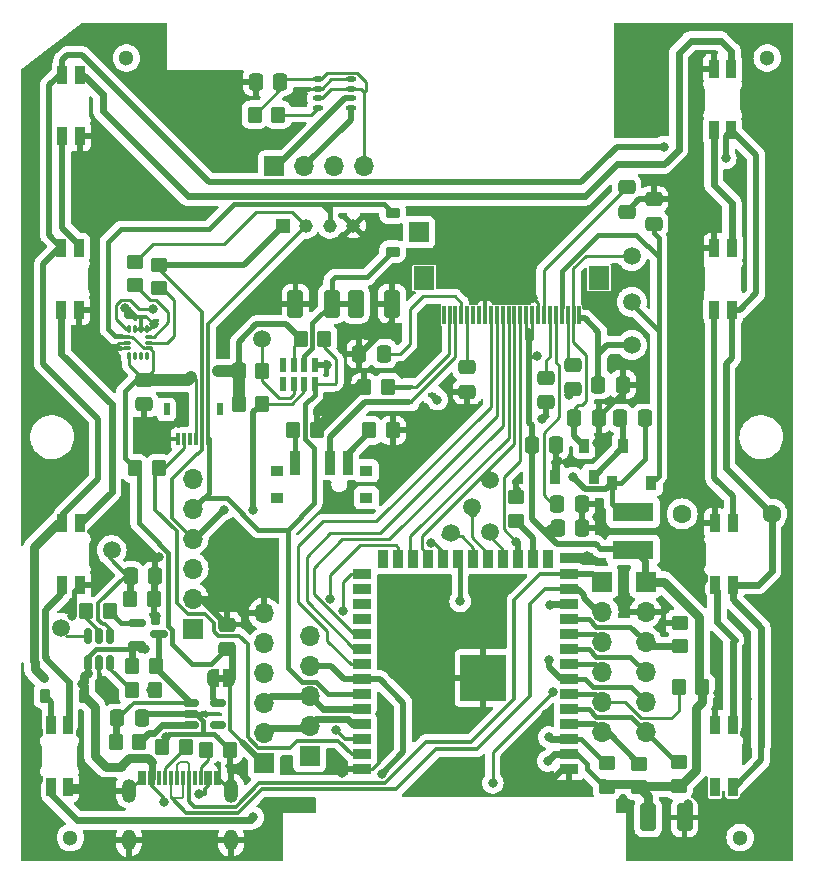
<source format=gtl>
G04 #@! TF.GenerationSoftware,KiCad,Pcbnew,(7.0.0)*
G04 #@! TF.CreationDate,2023-03-12T16:39:35+01:00*
G04 #@! TF.ProjectId,S3-27-epaper-touch,53332d32-372d-4657-9061-7065722d746f,rev?*
G04 #@! TF.SameCoordinates,Original*
G04 #@! TF.FileFunction,Copper,L1,Top*
G04 #@! TF.FilePolarity,Positive*
%FSLAX46Y46*%
G04 Gerber Fmt 4.6, Leading zero omitted, Abs format (unit mm)*
G04 Created by KiCad (PCBNEW (7.0.0)) date 2023-03-12 16:39:35*
%MOMM*%
%LPD*%
G01*
G04 APERTURE LIST*
G04 Aperture macros list*
%AMRoundRect*
0 Rectangle with rounded corners*
0 $1 Rounding radius*
0 $2 $3 $4 $5 $6 $7 $8 $9 X,Y pos of 4 corners*
0 Add a 4 corners polygon primitive as box body*
4,1,4,$2,$3,$4,$5,$6,$7,$8,$9,$2,$3,0*
0 Add four circle primitives for the rounded corners*
1,1,$1+$1,$2,$3*
1,1,$1+$1,$4,$5*
1,1,$1+$1,$6,$7*
1,1,$1+$1,$8,$9*
0 Add four rect primitives between the rounded corners*
20,1,$1+$1,$2,$3,$4,$5,0*
20,1,$1+$1,$4,$5,$6,$7,0*
20,1,$1+$1,$6,$7,$8,$9,0*
20,1,$1+$1,$8,$9,$2,$3,0*%
%AMFreePoly0*
4,1,19,0.500000,-0.750000,0.000000,-0.750000,0.000000,-0.744911,-0.071157,-0.744911,-0.207708,-0.704816,-0.327430,-0.627875,-0.420627,-0.520320,-0.479746,-0.390866,-0.500000,-0.250000,-0.500000,0.250000,-0.479746,0.390866,-0.420627,0.520320,-0.327430,0.627875,-0.207708,0.704816,-0.071157,0.744911,0.000000,0.744911,0.000000,0.750000,0.500000,0.750000,0.500000,-0.750000,0.500000,-0.750000,
$1*%
%AMFreePoly1*
4,1,19,0.000000,0.744911,0.071157,0.744911,0.207708,0.704816,0.327430,0.627875,0.420627,0.520320,0.479746,0.390866,0.500000,0.250000,0.500000,-0.250000,0.479746,-0.390866,0.420627,-0.520320,0.327430,-0.627875,0.207708,-0.704816,0.071157,-0.744911,0.000000,-0.744911,0.000000,-0.750000,-0.500000,-0.750000,-0.500000,0.750000,0.000000,0.750000,0.000000,0.744911,0.000000,0.744911,
$1*%
G04 Aperture macros list end*
G04 #@! TA.AperFunction,SMDPad,CuDef*
%ADD10RoundRect,0.250000X0.450000X-0.350000X0.450000X0.350000X-0.450000X0.350000X-0.450000X-0.350000X0*%
G04 #@! TD*
G04 #@! TA.AperFunction,ComponentPad*
%ADD11C,1.600000*%
G04 #@! TD*
G04 #@! TA.AperFunction,SMDPad,CuDef*
%ADD12C,1.500000*%
G04 #@! TD*
G04 #@! TA.AperFunction,ComponentPad*
%ADD13O,1.200000X2.000000*%
G04 #@! TD*
G04 #@! TA.AperFunction,ComponentPad*
%ADD14O,1.200000X1.800000*%
G04 #@! TD*
G04 #@! TA.AperFunction,SMDPad,CuDef*
%ADD15R,0.300000X1.300000*%
G04 #@! TD*
G04 #@! TA.AperFunction,SMDPad,CuDef*
%ADD16RoundRect,0.250000X-0.350000X-0.450000X0.350000X-0.450000X0.350000X0.450000X-0.350000X0.450000X0*%
G04 #@! TD*
G04 #@! TA.AperFunction,SMDPad,CuDef*
%ADD17RoundRect,0.250000X-0.450000X0.350000X-0.450000X-0.350000X0.450000X-0.350000X0.450000X0.350000X0*%
G04 #@! TD*
G04 #@! TA.AperFunction,SMDPad,CuDef*
%ADD18RoundRect,0.225000X0.375000X-0.225000X0.375000X0.225000X-0.375000X0.225000X-0.375000X-0.225000X0*%
G04 #@! TD*
G04 #@! TA.AperFunction,SMDPad,CuDef*
%ADD19RoundRect,0.250000X0.350000X0.450000X-0.350000X0.450000X-0.350000X-0.450000X0.350000X-0.450000X0*%
G04 #@! TD*
G04 #@! TA.AperFunction,SMDPad,CuDef*
%ADD20RoundRect,0.250000X-0.337500X-0.475000X0.337500X-0.475000X0.337500X0.475000X-0.337500X0.475000X0*%
G04 #@! TD*
G04 #@! TA.AperFunction,ComponentPad*
%ADD21R,1.700000X1.700000*%
G04 #@! TD*
G04 #@! TA.AperFunction,ComponentPad*
%ADD22O,1.700000X1.700000*%
G04 #@! TD*
G04 #@! TA.AperFunction,SMDPad,CuDef*
%ADD23RoundRect,0.250000X0.475000X-0.337500X0.475000X0.337500X-0.475000X0.337500X-0.475000X-0.337500X0*%
G04 #@! TD*
G04 #@! TA.AperFunction,SMDPad,CuDef*
%ADD24R,0.500000X1.200000*%
G04 #@! TD*
G04 #@! TA.AperFunction,SMDPad,CuDef*
%ADD25RoundRect,0.250000X0.337500X0.475000X-0.337500X0.475000X-0.337500X-0.475000X0.337500X-0.475000X0*%
G04 #@! TD*
G04 #@! TA.AperFunction,SMDPad,CuDef*
%ADD26RoundRect,0.250000X0.412500X0.925000X-0.412500X0.925000X-0.412500X-0.925000X0.412500X-0.925000X0*%
G04 #@! TD*
G04 #@! TA.AperFunction,SMDPad,CuDef*
%ADD27RoundRect,0.250000X-0.475000X0.337500X-0.475000X-0.337500X0.475000X-0.337500X0.475000X0.337500X0*%
G04 #@! TD*
G04 #@! TA.AperFunction,SMDPad,CuDef*
%ADD28R,0.900000X2.000000*%
G04 #@! TD*
G04 #@! TA.AperFunction,SMDPad,CuDef*
%ADD29R,1.100000X0.930000*%
G04 #@! TD*
G04 #@! TA.AperFunction,SMDPad,CuDef*
%ADD30RoundRect,0.150000X-0.587500X-0.150000X0.587500X-0.150000X0.587500X0.150000X-0.587500X0.150000X0*%
G04 #@! TD*
G04 #@! TA.AperFunction,SMDPad,CuDef*
%ADD31R,0.300000X1.500000*%
G04 #@! TD*
G04 #@! TA.AperFunction,SMDPad,CuDef*
%ADD32R,1.800000X2.000000*%
G04 #@! TD*
G04 #@! TA.AperFunction,SMDPad,CuDef*
%ADD33FreePoly0,0.000000*%
G04 #@! TD*
G04 #@! TA.AperFunction,SMDPad,CuDef*
%ADD34FreePoly1,0.000000*%
G04 #@! TD*
G04 #@! TA.AperFunction,SMDPad,CuDef*
%ADD35R,0.900000X1.200000*%
G04 #@! TD*
G04 #@! TA.AperFunction,SMDPad,CuDef*
%ADD36RoundRect,0.150000X-0.512500X-0.150000X0.512500X-0.150000X0.512500X0.150000X-0.512500X0.150000X0*%
G04 #@! TD*
G04 #@! TA.AperFunction,SMDPad,CuDef*
%ADD37RoundRect,0.250000X-0.412500X-0.925000X0.412500X-0.925000X0.412500X0.925000X-0.412500X0.925000X0*%
G04 #@! TD*
G04 #@! TA.AperFunction,SMDPad,CuDef*
%ADD38RoundRect,0.150000X0.150000X-0.512500X0.150000X0.512500X-0.150000X0.512500X-0.150000X-0.512500X0*%
G04 #@! TD*
G04 #@! TA.AperFunction,SMDPad,CuDef*
%ADD39R,0.300000X1.000000*%
G04 #@! TD*
G04 #@! TA.AperFunction,SMDPad,CuDef*
%ADD40R,0.600000X1.000000*%
G04 #@! TD*
G04 #@! TA.AperFunction,SMDPad,CuDef*
%ADD41RoundRect,0.225000X-0.225000X-0.375000X0.225000X-0.375000X0.225000X0.375000X-0.225000X0.375000X0*%
G04 #@! TD*
G04 #@! TA.AperFunction,SMDPad,CuDef*
%ADD42R,1.500000X0.900000*%
G04 #@! TD*
G04 #@! TA.AperFunction,SMDPad,CuDef*
%ADD43R,0.900000X1.500000*%
G04 #@! TD*
G04 #@! TA.AperFunction,HeatsinkPad*
%ADD44C,0.600000*%
G04 #@! TD*
G04 #@! TA.AperFunction,SMDPad,CuDef*
%ADD45R,3.900000X3.900000*%
G04 #@! TD*
G04 #@! TA.AperFunction,SMDPad,CuDef*
%ADD46RoundRect,0.087500X-0.087500X0.225000X-0.087500X-0.225000X0.087500X-0.225000X0.087500X0.225000X0*%
G04 #@! TD*
G04 #@! TA.AperFunction,SMDPad,CuDef*
%ADD47RoundRect,0.087500X-0.225000X0.087500X-0.225000X-0.087500X0.225000X-0.087500X0.225000X0.087500X0*%
G04 #@! TD*
G04 #@! TA.AperFunction,ComponentPad*
%ADD48R,1.150000X1.150000*%
G04 #@! TD*
G04 #@! TA.AperFunction,ComponentPad*
%ADD49C,1.150000*%
G04 #@! TD*
G04 #@! TA.AperFunction,SMDPad,CuDef*
%ADD50R,0.700000X0.450000*%
G04 #@! TD*
G04 #@! TA.AperFunction,SMDPad,CuDef*
%ADD51R,3.500000X1.600000*%
G04 #@! TD*
G04 #@! TA.AperFunction,SMDPad,CuDef*
%ADD52O,0.900000X0.448000*%
G04 #@! TD*
G04 #@! TA.AperFunction,SMDPad,CuDef*
%ADD53RoundRect,0.082000X0.328000X0.718000X-0.328000X0.718000X-0.328000X-0.718000X0.328000X-0.718000X0*%
G04 #@! TD*
G04 #@! TA.AperFunction,SMDPad,CuDef*
%ADD54RoundRect,0.082000X-0.328000X-0.718000X0.328000X-0.718000X0.328000X0.718000X-0.328000X0.718000X0*%
G04 #@! TD*
G04 #@! TA.AperFunction,ViaPad*
%ADD55C,0.800000*%
G04 #@! TD*
G04 #@! TA.AperFunction,ViaPad*
%ADD56C,1.300000*%
G04 #@! TD*
G04 #@! TA.AperFunction,Conductor*
%ADD57C,0.600000*%
G04 #@! TD*
G04 #@! TA.AperFunction,Conductor*
%ADD58C,0.300000*%
G04 #@! TD*
G04 #@! TA.AperFunction,Conductor*
%ADD59C,0.250000*%
G04 #@! TD*
G04 #@! TA.AperFunction,Conductor*
%ADD60C,0.400000*%
G04 #@! TD*
G04 #@! TA.AperFunction,Conductor*
%ADD61C,0.800000*%
G04 #@! TD*
G04 #@! TA.AperFunction,Conductor*
%ADD62C,0.500000*%
G04 #@! TD*
G04 #@! TA.AperFunction,Conductor*
%ADD63C,1.000000*%
G04 #@! TD*
G04 #@! TA.AperFunction,Conductor*
%ADD64C,0.380000*%
G04 #@! TD*
G04 #@! TA.AperFunction,Conductor*
%ADD65C,0.200000*%
G04 #@! TD*
G04 APERTURE END LIST*
G36*
X122000000Y-110800000D02*
G01*
X121500000Y-110800000D01*
X121500000Y-110200000D01*
X122000000Y-110200000D01*
X122000000Y-110800000D01*
G37*
D10*
X160600000Y-107800000D03*
X160600000Y-105800000D03*
D11*
X168400000Y-96600000D03*
X160800000Y-96600000D03*
D12*
X156550000Y-82300000D03*
D13*
X113949999Y-120033999D03*
D14*
X113949999Y-124233999D03*
D13*
X122599999Y-120033999D03*
D14*
X122599999Y-124233999D03*
D15*
X114924999Y-118965999D03*
X115724999Y-118965999D03*
X117024999Y-118965999D03*
X118024999Y-118965999D03*
X118524999Y-118965999D03*
X119524999Y-118965999D03*
X120824999Y-118965999D03*
X121624999Y-118965999D03*
X121324999Y-118965999D03*
X120524999Y-118965999D03*
X120024999Y-118965999D03*
X119024999Y-118965999D03*
X117524999Y-118965999D03*
X116524999Y-118965999D03*
X116024999Y-118965999D03*
X115224999Y-118965999D03*
D16*
X110328200Y-104851200D03*
X112328200Y-104851200D03*
D17*
X146750000Y-95200000D03*
X146750000Y-97200000D03*
D18*
X136280000Y-74400000D03*
X136280000Y-71100000D03*
D19*
X114825000Y-115925000D03*
X112825000Y-115925000D03*
D20*
X133475000Y-83050000D03*
X135550000Y-83050000D03*
D12*
X125250000Y-81750000D03*
D21*
X126263399Y-67182999D03*
D22*
X128803399Y-67182999D03*
X131343399Y-67182999D03*
X133883399Y-67182999D03*
D17*
X157175200Y-117745000D03*
X157175200Y-119745000D03*
D16*
X114239800Y-109448600D03*
X116239800Y-109448600D03*
D23*
X149300000Y-87137500D03*
X149300000Y-85062500D03*
D17*
X160500000Y-117618000D03*
X160500000Y-119618000D03*
D24*
X126999999Y-85599999D03*
X127899999Y-85599999D03*
X128799999Y-85599999D03*
X129699999Y-85599999D03*
X129699999Y-83999999D03*
X128799999Y-83999999D03*
X127899999Y-83999999D03*
X126999999Y-83999999D03*
D25*
X152312500Y-95775000D03*
X150237500Y-95775000D03*
D10*
X116500000Y-77500000D03*
X116500000Y-75500000D03*
D20*
X124712500Y-60000000D03*
X126787500Y-60000000D03*
X155550000Y-88500000D03*
X157625000Y-88500000D03*
D16*
X127870000Y-89500000D03*
X129870000Y-89500000D03*
D26*
X131137500Y-78800000D03*
X128062500Y-78800000D03*
D25*
X155787500Y-85650000D03*
X153712500Y-85650000D03*
D27*
X158400000Y-69962500D03*
X158400000Y-72037500D03*
D16*
X134300000Y-89530000D03*
X136300000Y-89530000D03*
D12*
X143000000Y-96000000D03*
X156550000Y-74750000D03*
X144500000Y-93750000D03*
D23*
X156100000Y-71000000D03*
X156100000Y-68925000D03*
D28*
X128019999Y-92248999D03*
X131019999Y-92248999D03*
X132519999Y-92248999D03*
D29*
X134069999Y-92960999D03*
X134069999Y-95230999D03*
X126469999Y-95230999D03*
X126469999Y-92960999D03*
D30*
X114607100Y-105831600D03*
X114607100Y-107731600D03*
X116482100Y-106781600D03*
D16*
X114189000Y-111531400D03*
X116189000Y-111531400D03*
D20*
X112983100Y-113893600D03*
X115058100Y-113893600D03*
D21*
X119349999Y-106299999D03*
D22*
X119349999Y-103759999D03*
X119349999Y-101219999D03*
X119349999Y-98679999D03*
X119349999Y-96139999D03*
X119349999Y-93599999D03*
D12*
X108250000Y-106250000D03*
D19*
X126600000Y-62800000D03*
X124600000Y-62800000D03*
D31*
X152099999Y-79773999D03*
X151601999Y-79775999D03*
X151101999Y-79775999D03*
X150601999Y-79775999D03*
X150101999Y-79775999D03*
X149601999Y-79775999D03*
X149101999Y-79775999D03*
X148601999Y-79775999D03*
X148101999Y-79775999D03*
X147601999Y-79775999D03*
X147101999Y-79775999D03*
X146601999Y-79775999D03*
X146101999Y-79775999D03*
X145601999Y-79775999D03*
X145101999Y-79775999D03*
X144601999Y-79775999D03*
X144101999Y-79775999D03*
X143601999Y-79775999D03*
X143101999Y-79775999D03*
X142601999Y-79775999D03*
X142101999Y-79775999D03*
X141601999Y-79775999D03*
X141101999Y-79775999D03*
X140601999Y-79775999D03*
D32*
X153749999Y-76623999D03*
X138949999Y-76623999D03*
D12*
X141250000Y-98250000D03*
X144500000Y-98100000D03*
D33*
X121100000Y-110500000D03*
D34*
X122400000Y-110500000D03*
D20*
X114126100Y-101854000D03*
X116201100Y-101854000D03*
D25*
X153737500Y-88500000D03*
X151662500Y-88500000D03*
D17*
X114500000Y-75250000D03*
X114500000Y-77250000D03*
D35*
X155799999Y-90849999D03*
X152499999Y-90849999D03*
D16*
X160500000Y-111250000D03*
X162500000Y-111250000D03*
X123250000Y-84500000D03*
X125250000Y-84500000D03*
X114500000Y-92750000D03*
X116500000Y-92750000D03*
D23*
X122250000Y-108037500D03*
X122250000Y-105962500D03*
D12*
X112496600Y-99669600D03*
D36*
X119187500Y-112600000D03*
X119187500Y-113550000D03*
X119187500Y-114500000D03*
X121462500Y-114500000D03*
X121462500Y-112600000D03*
D37*
X157925000Y-122301000D03*
X161000000Y-122301000D03*
D38*
X110479800Y-109214500D03*
X111429800Y-109214500D03*
X112379800Y-109214500D03*
X112379800Y-106939500D03*
X111429800Y-106939500D03*
X110479800Y-106939500D03*
D19*
X135900000Y-85850000D03*
X133900000Y-85850000D03*
D39*
X118149999Y-90249999D03*
X118649999Y-90249999D03*
X119149999Y-90249999D03*
X119649999Y-90249999D03*
X120149999Y-90249999D03*
X120649999Y-90249999D03*
D40*
X121649999Y-87749999D03*
X117149999Y-87749999D03*
D16*
X120488200Y-116560600D03*
X122488200Y-116560600D03*
X128500000Y-81750000D03*
X130500000Y-81750000D03*
X116750000Y-116325000D03*
X118750000Y-116325000D03*
D41*
X106850000Y-112000000D03*
X110150000Y-112000000D03*
D23*
X115250000Y-87325000D03*
X115250000Y-85250000D03*
X142600000Y-86237500D03*
X142600000Y-84162500D03*
D21*
X125424999Y-117724999D03*
D22*
X125424999Y-115184999D03*
X125424999Y-112644999D03*
X125424999Y-110104999D03*
X125424999Y-107564999D03*
X125424999Y-105024999D03*
D42*
X151225999Y-118209999D03*
X151225999Y-116939999D03*
X151225999Y-115669999D03*
X151225999Y-114399999D03*
X151225999Y-113129999D03*
X151225999Y-111859999D03*
X151225999Y-110589999D03*
X151225999Y-109319999D03*
X151225999Y-108049999D03*
X151225999Y-106779999D03*
X151225999Y-105509999D03*
X151225999Y-104239999D03*
X151225999Y-102969999D03*
X151225999Y-101699999D03*
D43*
X149460999Y-100449999D03*
X148190999Y-100449999D03*
X146920999Y-100449999D03*
X145650999Y-100449999D03*
X144380999Y-100449999D03*
X143110999Y-100449999D03*
X141840999Y-100449999D03*
X140570999Y-100449999D03*
X139300999Y-100449999D03*
X138030999Y-100449999D03*
X136760999Y-100449999D03*
X135490999Y-100449999D03*
D42*
X133725999Y-101699999D03*
X133725999Y-102969999D03*
X133725999Y-104239999D03*
X133725999Y-105509999D03*
X133725999Y-106779999D03*
X133725999Y-108049999D03*
X133725999Y-109319999D03*
X133725999Y-110589999D03*
X133725999Y-111859999D03*
X133725999Y-113129999D03*
X133725999Y-114399999D03*
X133725999Y-115669999D03*
X133725999Y-116939999D03*
X133725999Y-118209999D03*
D44*
X145376000Y-111190000D03*
X145376000Y-109790000D03*
X144676000Y-111890000D03*
X144676000Y-110490000D03*
X144676000Y-109090000D03*
X143976000Y-111190000D03*
D45*
X143975999Y-110489999D03*
D44*
X143976000Y-109790000D03*
X143276000Y-111890000D03*
X143276000Y-110490000D03*
X143276000Y-109090000D03*
X142576000Y-111190000D03*
X142576000Y-109790000D03*
D46*
X115500000Y-80925000D03*
X115000000Y-80925000D03*
X114500000Y-80925000D03*
X114000000Y-80925000D03*
D47*
X113837500Y-81587500D03*
X113837500Y-82087500D03*
X113837500Y-82587500D03*
D46*
X114000000Y-83250000D03*
X114500000Y-83250000D03*
X115000000Y-83250000D03*
X115500000Y-83250000D03*
D47*
X115662500Y-82587500D03*
X115662500Y-82087500D03*
X115662500Y-81587500D03*
D21*
X154049999Y-102349999D03*
D22*
X154049999Y-104889999D03*
X154049999Y-107429999D03*
X154049999Y-109969999D03*
X154049999Y-112509999D03*
X154049999Y-115049999D03*
D48*
X126971500Y-72199999D03*
D49*
X128971502Y-72200000D03*
X130971501Y-72200000D03*
X132971502Y-72200000D03*
D35*
X149999999Y-93449999D03*
X153299999Y-93449999D03*
D16*
X114087400Y-103809800D03*
X116087400Y-103809800D03*
D25*
X150137500Y-90800000D03*
X148062500Y-90800000D03*
D21*
X157699999Y-102349999D03*
D22*
X157699999Y-104889999D03*
X157699999Y-107429999D03*
X157699999Y-109969999D03*
X157699999Y-112509999D03*
X157699999Y-115049999D03*
D37*
X133162500Y-78800000D03*
X136237500Y-78800000D03*
D12*
X156550000Y-78650000D03*
D50*
X137649999Y-85849999D03*
X137649999Y-87149999D03*
X139649999Y-86499999D03*
D25*
X152323800Y-97815400D03*
X150248800Y-97815400D03*
D16*
X123250000Y-87250000D03*
X125250000Y-87250000D03*
D51*
X156649999Y-96449999D03*
X156649999Y-99649999D03*
D21*
X129249999Y-117119999D03*
D22*
X129249999Y-114579999D03*
X129249999Y-112039999D03*
X129249999Y-109499999D03*
X129249999Y-106959999D03*
D35*
X158199999Y-93949999D03*
X154899999Y-93949999D03*
D52*
X132768799Y-59810799D03*
X132768799Y-60610799D03*
X132768799Y-61410799D03*
X132768799Y-62210799D03*
X129968799Y-62210799D03*
X129968799Y-61410799D03*
X129968799Y-60610799D03*
X129968799Y-59810799D03*
D23*
X151550000Y-86037500D03*
X151550000Y-83962500D03*
D10*
X154432000Y-119700000D03*
X154432000Y-117700000D03*
D53*
X165070001Y-119700000D03*
X163570001Y-119700000D03*
X163570001Y-114500000D03*
X165070001Y-114500000D03*
X165070001Y-97400000D03*
X163570001Y-97400000D03*
X163570001Y-102600000D03*
X165070001Y-102600000D03*
D54*
X108250000Y-74100000D03*
X109750000Y-74100000D03*
X109750000Y-79300000D03*
X108250000Y-79300000D03*
X108329999Y-97400000D03*
X109829999Y-97400000D03*
X109829999Y-102600000D03*
X108329999Y-102600000D03*
D21*
X138499999Y-72749999D03*
D53*
X165020001Y-79300000D03*
X163520001Y-79300000D03*
X163520001Y-74100000D03*
X165020001Y-74100000D03*
D54*
X107329999Y-114500000D03*
X108829999Y-114500000D03*
X108829999Y-119700000D03*
X107329999Y-119700000D03*
D53*
X164970001Y-64125000D03*
X163470001Y-64125000D03*
X163470001Y-58925000D03*
X164970001Y-58925000D03*
D54*
X108329999Y-59400000D03*
X109829999Y-59400000D03*
X109829999Y-64600000D03*
X108329999Y-64600000D03*
D55*
X113600000Y-79200000D03*
D56*
X168000000Y-58000000D03*
X165700000Y-124000000D03*
X109000000Y-124000000D03*
X113750000Y-58000000D03*
D55*
X163750000Y-107500000D03*
X125750000Y-125000000D03*
X106000000Y-95400000D03*
X116056028Y-80531897D03*
X109128700Y-105225774D03*
X132000000Y-118500000D03*
X165500000Y-68750000D03*
X149250000Y-113500000D03*
X136500000Y-109750000D03*
X148183600Y-78359000D03*
X166250000Y-112250000D03*
X136500000Y-92500000D03*
X152755600Y-100177600D03*
X119507000Y-123952000D03*
X161264600Y-121132600D03*
X163804600Y-111760000D03*
X130750000Y-84000000D03*
X148844000Y-120015000D03*
X151231600Y-86537800D03*
X110800000Y-83400000D03*
X144600000Y-72200000D03*
X146812000Y-94665800D03*
X115798600Y-111531400D03*
X140750000Y-89500000D03*
X159750000Y-99000000D03*
X128092200Y-61500000D03*
X116250000Y-105250000D03*
X112500000Y-111750000D03*
X122428000Y-67056000D03*
X114782600Y-89509600D03*
X137250000Y-84250000D03*
X141000000Y-85750000D03*
X135250000Y-113500000D03*
X105600000Y-114000000D03*
X125500000Y-102000000D03*
X115173800Y-113538000D03*
X150266400Y-92125800D03*
X116500000Y-100250000D03*
X120624600Y-99847400D03*
X117000000Y-70500000D03*
X153619200Y-90601800D03*
X148945600Y-88569800D03*
X117119400Y-115468400D03*
X153568400Y-96850200D03*
X121500000Y-84500000D03*
X148500000Y-83250000D03*
X119250000Y-85000000D03*
X149400000Y-117525000D03*
X164500000Y-66500000D03*
X159250000Y-65500000D03*
X116904270Y-121009475D03*
X106750000Y-110500000D03*
X119875000Y-120300000D03*
X115341400Y-108051600D03*
X110000000Y-111000000D03*
X131500000Y-114899500D03*
X122000000Y-96250000D03*
X124500000Y-96250000D03*
X132069609Y-104843901D03*
X140075000Y-86925000D03*
X151550000Y-93500000D03*
X146750000Y-99000000D03*
X144500000Y-93750000D03*
X149500000Y-115500000D03*
X125250000Y-84500000D03*
X149575000Y-104275000D03*
X115975353Y-79224647D03*
X149860000Y-111660500D03*
X144780000Y-119380000D03*
X149500000Y-109000000D03*
X135345023Y-118595023D03*
X124500000Y-122300000D03*
X143049500Y-96500000D03*
X140775500Y-98371112D03*
X144500000Y-98500000D03*
X139500783Y-99023816D03*
X142000000Y-104000000D03*
X131000000Y-103775000D03*
D57*
X107329999Y-120329999D02*
X107329999Y-119700000D01*
X109534000Y-122534000D02*
X107329999Y-120329999D01*
X124266000Y-122534000D02*
X109534000Y-122534000D01*
X124500000Y-122300000D02*
X124266000Y-122534000D01*
D58*
X116200000Y-93050000D02*
X116500000Y-92750000D01*
X116200000Y-96237106D02*
X116200000Y-93050000D01*
X118000000Y-98037106D02*
X116200000Y-96237106D01*
X118000000Y-104107057D02*
X118000000Y-98037106D01*
X118992943Y-105100000D02*
X118000000Y-104107057D01*
X120400000Y-105100000D02*
X118992943Y-105100000D01*
X121175000Y-105875000D02*
X120400000Y-105100000D01*
X121175000Y-106548528D02*
X121175000Y-105875000D01*
X121526472Y-106900000D02*
X121175000Y-106548528D01*
X124000000Y-107600000D02*
X123300000Y-106900000D01*
X128200000Y-115800000D02*
X127615000Y-116385000D01*
X123300000Y-106900000D02*
X121526472Y-106900000D01*
X131693394Y-115800000D02*
X128200000Y-115800000D01*
X127615000Y-116385000D02*
X124927943Y-116385000D01*
X124000000Y-115457057D02*
X124000000Y-107600000D01*
X132833394Y-116940000D02*
X131693394Y-115800000D01*
X133726000Y-116940000D02*
X132833394Y-116940000D01*
X124927943Y-116385000D02*
X124000000Y-115457057D01*
D59*
X114600000Y-79800000D02*
X115324131Y-79800000D01*
X114000000Y-79200000D02*
X114600000Y-79800000D01*
X115324131Y-79800000D02*
X116056028Y-80531897D01*
X113600000Y-79200000D02*
X114000000Y-79200000D01*
X114824647Y-79224647D02*
X115975353Y-79224647D01*
X114075000Y-78475000D02*
X114824647Y-79224647D01*
X113299695Y-78475000D02*
X114075000Y-78475000D01*
X112875000Y-80075000D02*
X112875000Y-78899695D01*
X113725000Y-80925000D02*
X112875000Y-80075000D01*
X114000000Y-80925000D02*
X113725000Y-80925000D01*
X112875000Y-78899695D02*
X113299695Y-78475000D01*
D60*
X122850000Y-70400000D02*
X130325000Y-70400000D01*
X113250000Y-72500000D02*
X120750000Y-72500000D01*
X120750000Y-72500000D02*
X122850000Y-70400000D01*
X112200000Y-73550000D02*
X113250000Y-72500000D01*
X112750000Y-81500000D02*
X112200000Y-80950000D01*
X113250000Y-81500000D02*
X112750000Y-81500000D01*
X112200000Y-80950000D02*
X112200000Y-73550000D01*
D57*
X120047500Y-103760000D02*
X122250000Y-105962500D01*
X119350000Y-103760000D02*
X120047500Y-103760000D01*
D61*
X157925000Y-120494800D02*
X157925000Y-122301000D01*
X156855200Y-119425000D02*
X157925000Y-120494800D01*
X154200000Y-119425000D02*
X156855200Y-119425000D01*
D57*
X164500000Y-92700000D02*
X168400000Y-96600000D01*
X164500000Y-92075000D02*
X164500000Y-92700000D01*
X167200000Y-102600000D02*
X168400000Y-101400000D01*
X168400000Y-101400000D02*
X168400000Y-96600000D01*
X165070001Y-102600000D02*
X167200000Y-102600000D01*
X158070000Y-107800000D02*
X157700000Y-107430000D01*
X160600000Y-107800000D02*
X158070000Y-107800000D01*
X164500000Y-92075000D02*
X164500000Y-83895001D01*
D62*
X150137500Y-90800000D02*
X150137500Y-92022500D01*
D59*
X133895100Y-118203700D02*
X134564200Y-118203700D01*
D58*
X111429800Y-109214500D02*
X111429800Y-110679800D01*
D62*
X158387500Y-69950000D02*
X157150000Y-69950000D01*
D60*
X122488200Y-116560600D02*
X121152600Y-115225000D01*
X155787500Y-86262500D02*
X155787500Y-85650000D01*
D62*
X109163999Y-120034000D02*
X113950000Y-120034000D01*
D59*
X113087500Y-82087500D02*
X113000000Y-82175000D01*
X112500000Y-82587500D02*
X111087500Y-82587500D01*
X113837500Y-82587500D02*
X113000000Y-82587500D01*
X121625000Y-119059000D02*
X122600000Y-120034000D01*
X132556300Y-59810800D02*
X131080196Y-59810800D01*
X116056028Y-80531897D02*
X115662925Y-80925000D01*
D62*
X150137500Y-92022500D02*
X150130000Y-92030000D01*
D57*
X150655300Y-118203700D02*
X148844000Y-120015000D01*
D60*
X121152600Y-115225000D02*
X120052817Y-115225000D01*
D59*
X113087500Y-82087500D02*
X113837500Y-82087500D01*
X113062500Y-82087500D02*
X113087500Y-82087500D01*
D60*
X109328200Y-103101799D02*
X109328200Y-105026274D01*
D63*
X133520000Y-85850000D02*
X133900000Y-85850000D01*
D60*
X153737500Y-88312500D02*
X155787500Y-86262500D01*
D63*
X129870000Y-89500000D02*
X133520000Y-85850000D01*
D59*
X111087500Y-82587500D02*
X109750000Y-81250000D01*
X109750000Y-81250000D02*
X109750000Y-79300000D01*
X134564200Y-118203700D02*
X135250000Y-117517900D01*
X115018000Y-118966000D02*
X113950000Y-120034000D01*
X115500000Y-80925000D02*
X114500000Y-80925000D01*
D62*
X119187500Y-113550000D02*
X115185800Y-113550000D01*
X157150000Y-69950000D02*
X156100000Y-71000000D01*
D60*
X119677817Y-113550000D02*
X119187500Y-113550000D01*
X120052817Y-115225000D02*
X120250000Y-115027817D01*
D59*
X115225000Y-118966000D02*
X115018000Y-118966000D01*
D62*
X150266400Y-92125800D02*
X150130000Y-93320000D01*
D60*
X117119400Y-115468400D02*
X117362800Y-115225000D01*
D59*
X135250000Y-117517900D02*
X135250000Y-113500000D01*
D62*
X133500000Y-83050000D02*
X136237500Y-80312500D01*
X108829999Y-119700000D02*
X109163999Y-120034000D01*
D59*
X128092200Y-61500000D02*
X128981400Y-60610800D01*
X115412000Y-90139000D02*
X114782600Y-89509600D01*
D60*
X109328200Y-105026274D02*
X109128700Y-105225774D01*
X120250000Y-115027817D02*
X120250000Y-114122183D01*
D59*
X115662925Y-80925000D02*
X115500000Y-80925000D01*
X131080196Y-59810800D02*
X130280196Y-60610800D01*
D60*
X109829999Y-102600000D02*
X109328200Y-103101799D01*
D59*
X148600001Y-79895600D02*
X148600001Y-78775401D01*
D60*
X117362800Y-115225000D02*
X120052817Y-115225000D01*
D59*
X148600001Y-78775401D02*
X148183600Y-78359000D01*
D62*
X136237500Y-80312500D02*
X136237500Y-78800000D01*
D59*
X118150000Y-90139000D02*
X115412000Y-90139000D01*
D60*
X120250000Y-114122183D02*
X119677817Y-113550000D01*
D59*
X128981400Y-60610800D02*
X130181300Y-60610800D01*
X113000000Y-82587500D02*
X112500000Y-82587500D01*
X113000000Y-82175000D02*
X113000000Y-82587500D01*
X148793200Y-119964200D02*
X148844000Y-120015000D01*
D62*
X150130000Y-92030000D02*
X150266400Y-92125800D01*
D57*
X151056900Y-118203700D02*
X150655300Y-118203700D01*
D58*
X111429800Y-110679800D02*
X112500000Y-111750000D01*
D59*
X147600000Y-79895600D02*
X147600000Y-81750000D01*
D64*
X122515000Y-110615000D02*
X122400000Y-110500000D01*
D59*
X148099999Y-80195600D02*
X148099999Y-81750001D01*
X126787500Y-60612500D02*
X124600000Y-62800000D01*
X115662500Y-82587500D02*
X115233363Y-82587500D01*
X127900000Y-82350000D02*
X128500000Y-81750000D01*
D60*
X130325000Y-70400000D02*
X131000000Y-70400000D01*
D59*
X148120000Y-83250000D02*
X147870000Y-83500000D01*
D60*
X135550000Y-70400000D02*
X136250000Y-71100000D01*
D62*
X149083300Y-98033300D02*
X148062500Y-97012500D01*
D60*
X130325000Y-70400000D02*
X130971501Y-71046501D01*
D59*
X149301200Y-97815400D02*
X149083300Y-98033300D01*
X114000000Y-84000000D02*
X115250000Y-85250000D01*
D60*
X151933700Y-116933700D02*
X152750000Y-117750000D01*
X122250000Y-107950000D02*
X120925000Y-109275000D01*
X151056900Y-116933700D02*
X151933700Y-116933700D01*
D57*
X151056900Y-116933700D02*
X149991300Y-116933700D01*
D64*
X123538200Y-115938200D02*
X123538200Y-115905503D01*
D57*
X149991300Y-116933700D02*
X149400000Y-117525000D01*
D59*
X130181300Y-59810800D02*
X126976700Y-59810800D01*
X132556300Y-60610800D02*
X131080196Y-60610800D01*
D60*
X116500000Y-99118629D02*
X116500000Y-99100000D01*
D61*
X159250000Y-102350000D02*
X157650000Y-102350000D01*
D60*
X116500000Y-99100000D02*
X114800000Y-97400000D01*
D63*
X123250000Y-84500000D02*
X121500000Y-84500000D01*
D62*
X125425000Y-117725000D02*
X125325000Y-117725000D01*
D60*
X117300000Y-99918629D02*
X116500000Y-99118629D01*
D59*
X133883400Y-67183000D02*
X133883400Y-60899000D01*
X126976700Y-59810800D02*
X126787500Y-60000000D01*
D62*
X153850000Y-99525000D02*
X153873600Y-99548600D01*
D57*
X122650000Y-108350000D02*
X122250000Y-107950000D01*
D59*
X133883400Y-60899000D02*
X134000000Y-60782400D01*
D61*
X162250000Y-105350000D02*
X159250000Y-102350000D01*
D60*
X130971501Y-71046501D02*
X130971501Y-72200000D01*
X114800000Y-93050000D02*
X114500000Y-92750000D01*
D59*
X115233363Y-82587500D02*
X114233363Y-81587500D01*
D57*
X122650000Y-110500000D02*
X122650000Y-108350000D01*
D60*
X152750000Y-118233200D02*
X153766800Y-119250000D01*
D61*
X160428482Y-119618000D02*
X160632000Y-119618000D01*
D59*
X119650000Y-85200000D02*
X119350000Y-84900000D01*
D62*
X127300000Y-80550000D02*
X124752943Y-80550000D01*
D59*
X119350000Y-84900000D02*
X119250000Y-85000000D01*
D61*
X149682200Y-97815400D02*
X149529800Y-97967800D01*
D59*
X116000000Y-84500000D02*
X115250000Y-85250000D01*
D62*
X147870000Y-83500000D02*
X147870000Y-81090000D01*
D59*
X130756300Y-59235800D02*
X130181300Y-59810800D01*
D62*
X153873600Y-99548600D02*
X156650000Y-99548600D01*
D59*
X114233363Y-81587500D02*
X113837500Y-81587500D01*
D62*
X148062500Y-89072500D02*
X147870000Y-88880000D01*
X123250000Y-82052943D02*
X123250000Y-84181497D01*
D60*
X114550000Y-85250000D02*
X115250000Y-85250000D01*
D62*
X148062500Y-97012500D02*
X148062500Y-90800000D01*
D60*
X114500000Y-92750000D02*
X113600000Y-91850000D01*
D59*
X134000000Y-60000000D02*
X133235800Y-59235800D01*
X114000000Y-83250000D02*
X114000000Y-84000000D01*
D62*
X150175000Y-99125000D02*
X149083300Y-98033300D01*
D59*
X113337500Y-81587500D02*
X113250000Y-81500000D01*
X131080196Y-60610800D02*
X130280196Y-61410800D01*
D62*
X128500000Y-81750000D02*
X127300000Y-80550000D01*
D57*
X157650000Y-102350000D02*
X157650000Y-100548600D01*
D60*
X117300000Y-106084183D02*
X117300000Y-99918629D01*
D59*
X115662500Y-82587500D02*
X115733363Y-82587500D01*
D61*
X160426400Y-119618000D02*
X157226000Y-119618000D01*
D59*
X148500000Y-83250000D02*
X148120000Y-83250000D01*
D60*
X152750000Y-117750000D02*
X152750000Y-118233200D01*
D59*
X150248800Y-97815400D02*
X149301200Y-97815400D01*
D60*
X113600000Y-91850000D02*
X113600000Y-86200000D01*
D59*
X113837500Y-81587500D02*
X113337500Y-81587500D01*
D62*
X153650000Y-99300000D02*
X153475000Y-99125000D01*
D59*
X132768800Y-60610800D02*
X133595200Y-60610800D01*
D61*
X162000000Y-118250000D02*
X162000000Y-113000000D01*
D60*
X114800000Y-97400000D02*
X114800000Y-93050000D01*
D63*
X115250000Y-85250000D02*
X119000000Y-85250000D01*
D59*
X126787500Y-60000000D02*
X126787500Y-60612500D01*
D60*
X117619600Y-107619600D02*
X117619600Y-106403783D01*
D59*
X133595200Y-60610800D02*
X133883400Y-60899000D01*
D60*
X117619600Y-106403783D02*
X117300000Y-106084183D01*
D61*
X162500000Y-112500000D02*
X162500000Y-111250000D01*
D63*
X123250000Y-84500000D02*
X123250000Y-87250000D01*
D64*
X123538200Y-115905503D02*
X122515000Y-114882303D01*
X122515000Y-114882303D02*
X122515000Y-110615000D01*
D57*
X157650000Y-100548600D02*
X156650000Y-99548600D01*
D60*
X130971501Y-71046501D02*
X130971501Y-70428499D01*
D62*
X124752943Y-80550000D02*
X123250000Y-82052943D01*
D59*
X115733363Y-82587500D02*
X116000000Y-82854137D01*
D60*
X153766800Y-119250000D02*
X154200000Y-119250000D01*
D61*
X162250000Y-111250000D02*
X162250000Y-105350000D01*
D60*
X120925000Y-109275000D02*
X119275000Y-109275000D01*
D62*
X150175000Y-99125000D02*
X153475000Y-99125000D01*
D60*
X119275000Y-109275000D02*
X117619600Y-107619600D01*
D59*
X134000000Y-60782400D02*
X134000000Y-60000000D01*
D61*
X162000000Y-113000000D02*
X162500000Y-112500000D01*
X160632000Y-119618000D02*
X162000000Y-118250000D01*
D59*
X116000000Y-82854137D02*
X116000000Y-84500000D01*
X119650000Y-90139000D02*
X119650000Y-85200000D01*
D62*
X125325000Y-117725000D02*
X123538200Y-115938200D01*
D63*
X123250000Y-84181497D02*
X123250000Y-84500000D01*
D59*
X127900000Y-84000000D02*
X127900000Y-82350000D01*
D63*
X119000000Y-85250000D02*
X119250000Y-85000000D01*
D60*
X131000000Y-70400000D02*
X135550000Y-70400000D01*
X113600000Y-86200000D02*
X114550000Y-85250000D01*
X130971501Y-70428499D02*
X131000000Y-70400000D01*
D59*
X133235800Y-59235800D02*
X130756300Y-59235800D01*
D62*
X147870000Y-88880000D02*
X147870000Y-83500000D01*
X148062500Y-90800000D02*
X148062500Y-89072500D01*
D57*
X167475000Y-116250000D02*
X167475000Y-106225000D01*
D61*
X106000000Y-109100000D02*
X106000000Y-109750000D01*
D62*
X167075000Y-66229999D02*
X164970001Y-64125000D01*
D57*
X114239800Y-108098900D02*
X114607100Y-107731600D01*
D62*
X165244040Y-119700000D02*
X167475000Y-117469040D01*
D61*
X110150000Y-110357100D02*
X110479800Y-110027300D01*
D62*
X164500000Y-66500000D02*
X164500000Y-64595001D01*
D61*
X110000000Y-111000000D02*
X110150000Y-110850000D01*
D62*
X108750000Y-57750000D02*
X110000000Y-57750000D01*
X165700000Y-79300000D02*
X167075000Y-77925000D01*
D61*
X105943400Y-99398455D02*
X105943400Y-109043400D01*
X115550000Y-117275000D02*
X113975000Y-117275000D01*
D62*
X167475000Y-117469040D02*
X167475000Y-116250000D01*
D61*
X110150000Y-110850000D02*
X110150000Y-110357100D01*
D58*
X120650000Y-119091000D02*
X120525000Y-118966000D01*
X119875000Y-120300000D02*
X120375000Y-120300000D01*
D62*
X108075961Y-74050000D02*
X108250000Y-74050000D01*
D61*
X111069000Y-112919000D02*
X110150000Y-112000000D01*
D60*
X111201983Y-108002000D02*
X114336700Y-108002000D01*
D62*
X110000000Y-57750000D02*
X120733000Y-68483000D01*
D61*
X113250000Y-118000000D02*
X113500000Y-117750000D01*
D62*
X111325000Y-93675000D02*
X111325000Y-88525000D01*
X107177311Y-60322689D02*
X108100000Y-59400000D01*
X165020001Y-83375000D02*
X164500000Y-83895001D01*
D57*
X114927100Y-108051600D02*
X114607100Y-107731600D01*
D62*
X167075000Y-77925000D02*
X167075000Y-66229999D01*
D61*
X110150000Y-111150000D02*
X110000000Y-111000000D01*
X105943400Y-109043400D02*
X106000000Y-109100000D01*
X115875000Y-117600000D02*
X115550000Y-117275000D01*
D62*
X108329999Y-58170001D02*
X108750000Y-57750000D01*
D61*
X111069000Y-112919000D02*
X111069000Y-117069000D01*
D62*
X108250000Y-74050000D02*
X107177311Y-72977311D01*
D61*
X108329999Y-97400000D02*
X107941855Y-97400000D01*
D62*
X106700000Y-75425961D02*
X108075961Y-74050000D01*
X165020001Y-79300000D02*
X165020001Y-83375000D01*
D57*
X167475000Y-106225000D02*
X165070001Y-103820001D01*
D58*
X120399999Y-119925001D02*
X120650000Y-119675000D01*
D61*
X111069000Y-117069000D02*
X112000000Y-118000000D01*
D62*
X164500000Y-64595001D02*
X164970001Y-64125000D01*
D58*
X120399999Y-120275001D02*
X120399999Y-119925001D01*
D62*
X106700000Y-83900000D02*
X106700000Y-75425961D01*
D60*
X110479800Y-109214500D02*
X110479800Y-108724183D01*
D57*
X115875000Y-117600000D02*
X115875000Y-118966000D01*
D62*
X111325000Y-88525000D02*
X106700000Y-83900000D01*
D61*
X113975000Y-117275000D02*
X113500000Y-117750000D01*
X110150000Y-112000000D02*
X110150000Y-111150000D01*
D62*
X165020001Y-79300000D02*
X165700000Y-79300000D01*
X152267000Y-68483000D02*
X155250000Y-65500000D01*
X155250000Y-65500000D02*
X159250000Y-65500000D01*
X108329999Y-97400000D02*
X108329999Y-96670001D01*
D59*
X115725000Y-119466000D02*
X116904270Y-120645270D01*
D62*
X108329999Y-96670001D02*
X111325000Y-93675000D01*
D57*
X165070001Y-103820001D02*
X165070001Y-102600000D01*
D59*
X116904270Y-120645270D02*
X116904270Y-121009475D01*
D62*
X120733000Y-68483000D02*
X152267000Y-68483000D01*
D61*
X112000000Y-118000000D02*
X113250000Y-118000000D01*
D62*
X108329999Y-59400000D02*
X108329999Y-58170001D01*
D60*
X110479800Y-108724183D02*
X111201983Y-108002000D01*
D62*
X107177311Y-72977311D02*
X107177311Y-60322689D01*
D61*
X106000000Y-109750000D02*
X106750000Y-110500000D01*
D58*
X120650000Y-119675000D02*
X120650000Y-119091000D01*
D61*
X107941855Y-97400000D02*
X105943400Y-99398455D01*
D57*
X114239800Y-109448600D02*
X114239800Y-108098900D01*
D58*
X120375000Y-120300000D02*
X120399999Y-120275001D01*
D60*
X114336700Y-108002000D02*
X114607100Y-107731600D01*
D62*
X165070001Y-119700000D02*
X165244040Y-119700000D01*
X108100000Y-59400000D02*
X108329999Y-59400000D01*
D57*
X115341400Y-108051600D02*
X114927100Y-108051600D01*
D59*
X118650000Y-91050000D02*
X116950000Y-92750000D01*
X116950000Y-92750000D02*
X116500000Y-92750000D01*
X118650000Y-90250000D02*
X118650000Y-91050000D01*
X152660000Y-74750000D02*
X156550000Y-74750000D01*
D62*
X152500000Y-90850000D02*
X151675000Y-90025000D01*
D59*
X152300000Y-87400000D02*
X151950000Y-87400000D01*
X151600000Y-80195600D02*
X151600000Y-82050000D01*
X151600000Y-82050000D02*
X152700000Y-83150000D01*
X151950000Y-87400000D02*
X151662500Y-87687500D01*
X151662500Y-87687500D02*
X151662500Y-88500000D01*
X151600000Y-79895600D02*
X151600000Y-75810000D01*
X152700000Y-87000000D02*
X152300000Y-87400000D01*
X151600000Y-75810000D02*
X152660000Y-74750000D01*
D62*
X151675000Y-90025000D02*
X151675000Y-88512500D01*
D59*
X152700000Y-83150000D02*
X152700000Y-87000000D01*
X142600000Y-80195600D02*
X142600000Y-84162500D01*
X136900000Y-83050000D02*
X137750000Y-82200000D01*
X142100001Y-78700001D02*
X142100001Y-79895600D01*
X135550000Y-83050000D02*
X136900000Y-83050000D01*
X137750000Y-82200000D02*
X137750000Y-79275000D01*
X137750000Y-79275000D02*
X138850000Y-78175000D01*
X138850000Y-78175000D02*
X141575000Y-78175000D01*
X141575000Y-78175000D02*
X142100001Y-78700001D01*
D58*
X131500000Y-114899500D02*
X132264200Y-115663700D01*
D62*
X132768800Y-62210800D02*
X132768800Y-63217600D01*
X119350000Y-98680000D02*
X119570000Y-98680000D01*
D58*
X117600000Y-93652943D02*
X117600000Y-96930000D01*
D59*
X125250000Y-87250000D02*
X127750000Y-87250000D01*
D58*
X119821752Y-91550000D02*
X119702943Y-91550000D01*
X119702943Y-91550000D02*
X117600000Y-93652943D01*
X116500000Y-75851472D02*
X116500000Y-75500000D01*
D59*
X128800000Y-86200000D02*
X128800000Y-85600000D01*
D62*
X124500000Y-96250000D02*
X124500000Y-88000000D01*
D59*
X127750000Y-87250000D02*
X128800000Y-86200000D01*
D62*
X123671501Y-75500000D02*
X116500000Y-75500000D01*
D58*
X120150000Y-91221752D02*
X119821752Y-91550000D01*
D62*
X132768800Y-63217600D02*
X128803400Y-67183000D01*
D58*
X132264200Y-115663700D02*
X133895100Y-115663700D01*
D62*
X126971501Y-72200000D02*
X123671501Y-75500000D01*
D58*
X120150000Y-90250000D02*
X120150000Y-79501472D01*
X117600000Y-96930000D02*
X119350000Y-98680000D01*
D62*
X124500000Y-88000000D02*
X125250000Y-87250000D01*
X119570000Y-98680000D02*
X122000000Y-96250000D01*
D58*
X120150000Y-90250000D02*
X120150000Y-91221752D01*
X120150000Y-79501472D02*
X116500000Y-75851472D01*
D59*
X151100001Y-80195600D02*
X151100001Y-83512501D01*
D62*
X154450000Y-82300000D02*
X153712500Y-83037500D01*
X153712500Y-81212500D02*
X152550000Y-80050000D01*
X152550000Y-80050000D02*
X152300000Y-80050000D01*
X153712500Y-83037500D02*
X153712500Y-81212500D01*
X153712500Y-85650000D02*
X153712500Y-83037500D01*
X156550000Y-82300000D02*
X154450000Y-82300000D01*
D59*
X149100000Y-75925000D02*
X156100000Y-68925000D01*
X149100000Y-79895600D02*
X149100000Y-75925000D01*
X150100000Y-83750000D02*
X150400000Y-84050000D01*
X149075000Y-95012500D02*
X150062500Y-96000000D01*
X150400000Y-88425000D02*
X149075000Y-89750000D01*
X150100000Y-80195600D02*
X150100000Y-83750000D01*
X149075000Y-89750000D02*
X149075000Y-95012500D01*
X150400000Y-84050000D02*
X150400000Y-88425000D01*
X132726000Y-101700000D02*
X132087500Y-102338500D01*
X133726000Y-101700000D02*
X132726000Y-101700000D01*
X132087500Y-104826010D02*
X132069609Y-104843901D01*
X132087500Y-102338500D02*
X132087500Y-104826010D01*
X149300000Y-83600000D02*
X149300000Y-85062500D01*
X149600001Y-83299999D02*
X149300000Y-83600000D01*
X149600001Y-80195600D02*
X149600001Y-83299999D01*
D60*
X156880000Y-72950000D02*
X158800000Y-74870000D01*
X150599999Y-79050001D02*
X150599999Y-76049999D01*
X158800000Y-74870000D02*
X158800000Y-81100000D01*
X158800000Y-81100000D02*
X156450000Y-78750000D01*
X158800000Y-93350000D02*
X158200000Y-93950000D01*
X158800000Y-74870000D02*
X158800000Y-73250000D01*
X158400000Y-72850000D02*
X158400000Y-72037500D01*
X150599999Y-76049999D02*
X153699998Y-72950000D01*
X158800000Y-81100000D02*
X158800000Y-93350000D01*
X158800000Y-73250000D02*
X158400000Y-72850000D01*
X153699998Y-72950000D02*
X156880000Y-72950000D01*
D62*
X155800000Y-90950000D02*
X153300000Y-93450000D01*
X155800000Y-90850000D02*
X155800000Y-88750000D01*
X140075000Y-86925000D02*
X139650000Y-86500000D01*
X152550000Y-94500000D02*
X151550000Y-93500000D01*
D60*
X154900000Y-93950000D02*
X155650000Y-93950000D01*
D62*
X154350000Y-94500000D02*
X152550000Y-94500000D01*
D60*
X154900000Y-95800000D02*
X154900000Y-93950000D01*
X155651400Y-96551400D02*
X154900000Y-95800000D01*
X157625000Y-91975000D02*
X157625000Y-88500000D01*
D62*
X154900000Y-93950000D02*
X154350000Y-94500000D01*
D60*
X155650000Y-93950000D02*
X157625000Y-91975000D01*
D62*
X146921000Y-100450000D02*
X146921000Y-99171000D01*
D59*
X145725000Y-94611827D02*
X145750000Y-94586827D01*
X145750000Y-93500000D02*
X147100001Y-92149999D01*
X145750000Y-94586827D02*
X145750000Y-93500000D01*
X145725000Y-97913173D02*
X145725000Y-94611827D01*
X146921000Y-99109173D02*
X145725000Y-97913173D01*
D62*
X146921000Y-99171000D02*
X146750000Y-99000000D01*
D59*
X146921000Y-100619100D02*
X146921000Y-99109173D01*
X147100001Y-92149999D02*
X147100001Y-79895600D01*
X138775783Y-99525783D02*
X138775783Y-98474217D01*
X146600000Y-90650000D02*
X146600000Y-79895600D01*
X138775783Y-98474217D02*
X146600000Y-90650000D01*
X139301000Y-100051000D02*
X138775783Y-99525783D01*
X139301000Y-100619100D02*
X139301000Y-99870000D01*
X139301000Y-100450000D02*
X139301000Y-100051000D01*
X146100000Y-90150000D02*
X137750000Y-98500000D01*
X137750000Y-99500000D02*
X137750000Y-100169000D01*
X146100000Y-80195600D02*
X146100000Y-90150000D01*
X137750000Y-98500000D02*
X137750000Y-99500000D01*
X137750000Y-100169000D02*
X138031000Y-100450000D01*
X145599999Y-89150001D02*
X145599999Y-80195600D01*
X132000000Y-98750000D02*
X136000000Y-98750000D01*
X129590800Y-101159200D02*
X132000000Y-98750000D01*
X129590800Y-103390399D02*
X129590800Y-101159200D01*
X133895100Y-106773700D02*
X132974101Y-106773700D01*
X132974101Y-106773700D02*
X129590800Y-103390399D01*
X136000000Y-98750000D02*
X145599999Y-89150001D01*
X129006600Y-104006600D02*
X133043700Y-108043700D01*
X133043700Y-108043700D02*
X133895100Y-108043700D01*
X129006600Y-100243400D02*
X129006600Y-104006600D01*
X135177800Y-98247200D02*
X131002800Y-98247200D01*
X131002800Y-98247200D02*
X129006600Y-100243400D01*
X145100000Y-80195600D02*
X145100000Y-88325000D01*
X145100000Y-88325000D02*
X135177800Y-98247200D01*
X134900000Y-97225000D02*
X144600001Y-87524999D01*
X130750000Y-107344000D02*
X130750000Y-106500000D01*
X130375000Y-97225000D02*
X134900000Y-97225000D01*
X132726000Y-109320000D02*
X130750000Y-107344000D01*
X128275000Y-99325000D02*
X130375000Y-97225000D01*
X144600001Y-87524999D02*
X144600001Y-80195600D01*
X128275000Y-104025000D02*
X128275000Y-99325000D01*
X133726000Y-109320000D02*
X132726000Y-109320000D01*
X130750000Y-106500000D02*
X128275000Y-104025000D01*
D57*
X111750000Y-62500000D02*
X118950000Y-69700000D01*
X152550000Y-69700000D02*
X155250000Y-67000000D01*
X111750000Y-61074650D02*
X111750000Y-62500000D01*
X164970001Y-57445001D02*
X164970001Y-58925000D01*
X160500000Y-65750000D02*
X160500000Y-57559000D01*
X161509000Y-56550000D02*
X164075000Y-56550000D01*
X159250000Y-67000000D02*
X160500000Y-65750000D01*
X118950000Y-69700000D02*
X152550000Y-69700000D01*
X155250000Y-67000000D02*
X159250000Y-67000000D01*
X110075350Y-59400000D02*
X111750000Y-61074650D01*
X109829999Y-59400000D02*
X110075350Y-59400000D01*
X164075000Y-56550000D02*
X164970001Y-57445001D01*
X160500000Y-57559000D02*
X161509000Y-56550000D01*
D62*
X108329999Y-64600000D02*
X108329999Y-72381637D01*
X109750000Y-73801638D02*
X109750000Y-74100000D01*
X108329999Y-72381637D02*
X109750000Y-73801638D01*
D57*
X129266316Y-112040000D02*
X126030000Y-112040000D01*
X126030000Y-112040000D02*
X125425000Y-112645000D01*
X133895100Y-113123700D02*
X130350016Y-113123700D01*
X130350016Y-113123700D02*
X129266316Y-112040000D01*
X132476000Y-114000000D02*
X132876000Y-114400000D01*
X132876000Y-114400000D02*
X133726000Y-114400000D01*
X129080000Y-114750000D02*
X129830000Y-114000000D01*
X125860000Y-114750000D02*
X129080000Y-114750000D01*
X125425000Y-115185000D02*
X125860000Y-114750000D01*
X129830000Y-114000000D02*
X132476000Y-114000000D01*
X149500000Y-115500000D02*
X149663700Y-115663700D01*
D60*
X151056900Y-115663700D02*
X152263700Y-115663700D01*
D57*
X149663700Y-115663700D02*
X151056900Y-115663700D01*
D60*
X152263700Y-115663700D02*
X154200000Y-117600000D01*
D59*
X130500000Y-82500000D02*
X130500000Y-81750000D01*
X120625000Y-92576903D02*
X120625000Y-90000000D01*
D60*
X133726000Y-111860000D02*
X130837767Y-111860000D01*
D59*
X120625000Y-94865000D02*
X119350000Y-96140000D01*
D60*
X127406400Y-97933000D02*
X129645000Y-95694400D01*
X128870000Y-90219239D02*
X128870000Y-87330000D01*
X128870000Y-87330000D02*
X129700000Y-86500000D01*
D59*
X122000000Y-73750000D02*
X124750000Y-71000000D01*
D60*
X128590000Y-110790000D02*
X127406400Y-109606400D01*
D59*
X129700000Y-85600000D02*
X131400000Y-85600000D01*
D60*
X124883000Y-97933000D02*
X127406400Y-97933000D01*
X122240000Y-95290000D02*
X124883000Y-97933000D01*
X119350000Y-96140000D02*
X120200000Y-95290000D01*
X129645000Y-95694400D02*
X129645000Y-90994239D01*
D58*
X128971502Y-72200000D02*
X120650000Y-80521502D01*
D60*
X120700000Y-94790000D02*
X120700000Y-90250000D01*
D62*
X132768800Y-61410800D02*
X132266800Y-61410800D01*
D59*
X127771502Y-71000000D02*
X128971502Y-72200000D01*
X116000000Y-73750000D02*
X122000000Y-73750000D01*
D60*
X129700000Y-86500000D02*
X129700000Y-85600000D01*
D59*
X131400000Y-85600000D02*
X131500000Y-85500000D01*
D60*
X130837767Y-111860000D02*
X129767767Y-110790000D01*
D59*
X114500000Y-75250000D02*
X116000000Y-73750000D01*
D60*
X119350000Y-96140000D02*
X120700000Y-94790000D01*
D58*
X120650000Y-80521502D02*
X120650000Y-90250000D01*
D62*
X126494600Y-67183000D02*
X126263400Y-67183000D01*
D60*
X127406400Y-109606400D02*
X127406400Y-97933000D01*
D59*
X131500000Y-83500000D02*
X130500000Y-82500000D01*
X124750000Y-71000000D02*
X127771502Y-71000000D01*
X131500000Y-85500000D02*
X131500000Y-83500000D01*
X120625000Y-92576903D02*
X120625000Y-94865000D01*
D60*
X129767767Y-110790000D02*
X128590000Y-110790000D01*
D62*
X132266800Y-61410800D02*
X126494600Y-67183000D01*
D60*
X120200000Y-95290000D02*
X122240000Y-95290000D01*
X129645000Y-90994239D02*
X128870000Y-90219239D01*
D57*
X106900000Y-108900000D02*
X108850000Y-110850000D01*
X108250000Y-103327400D02*
X106843400Y-104734000D01*
X106843400Y-104734000D02*
X106843400Y-108670608D01*
X108250000Y-102679999D02*
X108250000Y-103327400D01*
X108850000Y-110850000D02*
X108850000Y-114479999D01*
X106900000Y-108727208D02*
X106900000Y-108900000D01*
X106843400Y-108670608D02*
X106900000Y-108727208D01*
D62*
X165070001Y-97400000D02*
X165070001Y-95120001D01*
X163520001Y-93570001D02*
X163520001Y-79300000D01*
X165070001Y-95120001D02*
X163520001Y-93570001D01*
D57*
X163470001Y-68720001D02*
X165020001Y-70270001D01*
X163470001Y-64125000D02*
X163470001Y-68720001D01*
X165020001Y-70270001D02*
X165020001Y-74100000D01*
X112500000Y-94729999D02*
X112500000Y-87330661D01*
X112500000Y-87330661D02*
X108250000Y-83080661D01*
X108250000Y-83080661D02*
X108250000Y-79250000D01*
X109829999Y-97400000D02*
X112500000Y-94729999D01*
D60*
X151226000Y-105510000D02*
X152902233Y-105510000D01*
X153532233Y-106140000D02*
X156410000Y-106140000D01*
D59*
X156605000Y-106255000D02*
X157650000Y-107300000D01*
D60*
X152902233Y-105510000D02*
X153532233Y-106140000D01*
X156410000Y-106140000D02*
X157700000Y-107430000D01*
D59*
X125250000Y-85350000D02*
X125250000Y-84500000D01*
X125250000Y-81750000D02*
X125250000Y-84500000D01*
D57*
X151056900Y-104233700D02*
X149616300Y-104233700D01*
D59*
X127900000Y-85600000D02*
X127900000Y-86450000D01*
D57*
X149616300Y-104233700D02*
X149575000Y-104275000D01*
D59*
X127600000Y-86750000D02*
X126650000Y-86750000D01*
X126650000Y-86750000D02*
X125250000Y-85350000D01*
X127900000Y-86450000D02*
X127600000Y-86750000D01*
D57*
X165250000Y-107250000D02*
X163750000Y-105750000D01*
X163750000Y-103149071D02*
X163525000Y-102924071D01*
X165070001Y-114500000D02*
X165070001Y-107429999D01*
X163750000Y-105750000D02*
X163750000Y-103149071D01*
X165070001Y-107429999D02*
X165250000Y-107250000D01*
D59*
X141599999Y-83325001D02*
X137775000Y-87150000D01*
D62*
X131019300Y-90060700D02*
X131019300Y-91664820D01*
X133930000Y-87150000D02*
X131019300Y-90060700D01*
D59*
X141599999Y-79895600D02*
X141599999Y-83325001D01*
D62*
X137650000Y-87150000D02*
X133930000Y-87150000D01*
D59*
X141100000Y-79895600D02*
X141100000Y-83050000D01*
D60*
X137650000Y-85850000D02*
X135725000Y-85850000D01*
D59*
X138300000Y-85850000D02*
X137650000Y-85850000D01*
X141100000Y-83050000D02*
X138300000Y-85850000D01*
D58*
X140000000Y-116500000D02*
X136600000Y-119900000D01*
X143450000Y-116500000D02*
X140000000Y-116500000D01*
X123200610Y-121884000D02*
X118784000Y-121884000D01*
X125184610Y-119900000D02*
X123200610Y-121884000D01*
X118784000Y-121884000D02*
X117575000Y-120675000D01*
D65*
X118525000Y-120575000D02*
X118525000Y-118966000D01*
X118425000Y-120675000D02*
X118525000Y-120575000D01*
D58*
X149211300Y-102963700D02*
X147925000Y-104250000D01*
X147925000Y-112025000D02*
X143450000Y-116500000D01*
D62*
X151963700Y-102963700D02*
X151056900Y-102963700D01*
X153675800Y-104890000D02*
X152500000Y-103714200D01*
X152500000Y-103500000D02*
X151963700Y-102963700D01*
D58*
X136600000Y-119900000D02*
X125184610Y-119900000D01*
D65*
X117525000Y-118966000D02*
X117525000Y-120625000D01*
X117525000Y-120625000D02*
X117575000Y-120675000D01*
X117575000Y-120675000D02*
X118425000Y-120675000D01*
D58*
X150436300Y-102963700D02*
X149211300Y-102963700D01*
X147925000Y-104250000D02*
X147925000Y-112025000D01*
D62*
X152500000Y-103714200D02*
X152500000Y-103500000D01*
D58*
X151056900Y-101693700D02*
X148806300Y-101693700D01*
D62*
X153268700Y-101693700D02*
X153925000Y-102350000D01*
D65*
X118300000Y-117600000D02*
X118850000Y-117600000D01*
D58*
X142950000Y-115919299D02*
X139080701Y-115919299D01*
X148806300Y-101693700D02*
X146600000Y-103900000D01*
X146600000Y-112269299D02*
X142950000Y-115919299D01*
X122993504Y-121384000D02*
X119484000Y-121384000D01*
X135600000Y-119400000D02*
X124977504Y-119400000D01*
D65*
X118850000Y-117600000D02*
X119025000Y-117775000D01*
D58*
X139080701Y-115919299D02*
X135600000Y-119400000D01*
X119025000Y-120925000D02*
X119025000Y-118966000D01*
X146600000Y-103900000D02*
X146600000Y-112269299D01*
D62*
X151056900Y-101693700D02*
X153268700Y-101693700D01*
D58*
X124977504Y-119400000D02*
X122993504Y-121384000D01*
D65*
X119025000Y-117775000D02*
X119025000Y-118966000D01*
D58*
X119484000Y-121384000D02*
X119025000Y-120925000D01*
D65*
X118025000Y-118966000D02*
X118025000Y-117875000D01*
X118025000Y-117875000D02*
X118300000Y-117600000D01*
D60*
X151226000Y-108050000D02*
X152902233Y-108050000D01*
X152902233Y-108050000D02*
X153532233Y-108680000D01*
D59*
X157650000Y-109970000D02*
X156285000Y-108605000D01*
D60*
X153532233Y-108680000D02*
X156410000Y-108680000D01*
D59*
X144780000Y-116740500D02*
X144780000Y-119380000D01*
D60*
X156410000Y-108680000D02*
X157700000Y-109970000D01*
D59*
X149860000Y-111660500D02*
X144780000Y-116740500D01*
X153268700Y-109313700D02*
X153925000Y-109970000D01*
X151056900Y-109313700D02*
X153268700Y-109313700D01*
D60*
X151226000Y-109320000D02*
X153400000Y-109320000D01*
X153400000Y-109320000D02*
X154050000Y-109970000D01*
X128022100Y-91664820D02*
X128022100Y-89782900D01*
D62*
X132597900Y-91407100D02*
X134475000Y-89530000D01*
D57*
X115625000Y-115125000D02*
X116125000Y-115125000D01*
X116125000Y-115125000D02*
X116750000Y-114500000D01*
X116750000Y-114500000D02*
X119187500Y-114500000D01*
X114825000Y-115925000D02*
X115625000Y-115125000D01*
D59*
X120025000Y-118966000D02*
X120025000Y-118016000D01*
X120025000Y-118016000D02*
X120650000Y-117391000D01*
X120650000Y-117391000D02*
X120650000Y-116325000D01*
X118775000Y-116325000D02*
X117025000Y-118075000D01*
X117025000Y-118075000D02*
X117025000Y-118966000D01*
D62*
X151226000Y-114400000D02*
X153400000Y-114400000D01*
X154480200Y-115050000D02*
X157175200Y-117745000D01*
X154050000Y-115050000D02*
X154480200Y-115050000D01*
X153400000Y-114400000D02*
X154050000Y-115050000D01*
D60*
X152590000Y-110590000D02*
X153260000Y-111260000D01*
X153260000Y-111260000D02*
X156450000Y-111260000D01*
D62*
X149500000Y-109000000D02*
X149500000Y-109520400D01*
X149500000Y-109520400D02*
X150563300Y-110583700D01*
D60*
X151226000Y-110590000D02*
X152590000Y-110590000D01*
D59*
X157650000Y-112510000D02*
X156290000Y-111150000D01*
X156290000Y-111150000D02*
X153075000Y-111150000D01*
X152508700Y-110583700D02*
X151056900Y-110583700D01*
D60*
X156450000Y-111260000D02*
X157700000Y-112510000D01*
D59*
X153075000Y-111150000D02*
X152508700Y-110583700D01*
D62*
X150563300Y-110583700D02*
X151056900Y-110583700D01*
D60*
X151226000Y-113130000D02*
X152902233Y-113130000D01*
X153522233Y-113750000D02*
X153750000Y-113750000D01*
X160500000Y-117618000D02*
X160268000Y-117618000D01*
X152902233Y-113130000D02*
X153522233Y-113750000D01*
X160268000Y-117618000D02*
X157700000Y-115050000D01*
X153750000Y-113750000D02*
X153800000Y-113800000D01*
X156450000Y-113800000D02*
X157700000Y-115050000D01*
X153800000Y-113800000D02*
X156450000Y-113800000D01*
X154050000Y-112510000D02*
X153400000Y-111860000D01*
D59*
X157353299Y-113875000D02*
X155988299Y-112510000D01*
X160500000Y-111250000D02*
X160500000Y-113250000D01*
X155988299Y-112510000D02*
X153925000Y-112510000D01*
X160500000Y-113250000D02*
X159875000Y-113875000D01*
X159875000Y-113875000D02*
X157353299Y-113875000D01*
D60*
X153400000Y-111860000D02*
X151226000Y-111860000D01*
X153400000Y-106780000D02*
X154050000Y-107430000D01*
X151226000Y-106780000D02*
X153400000Y-106780000D01*
D62*
X135190000Y-110590000D02*
X137200000Y-112600000D01*
X137200000Y-116740046D02*
X135345023Y-118595023D01*
X137200000Y-112600000D02*
X137200000Y-116740046D01*
X133726000Y-110590000D02*
X132190000Y-110590000D01*
X133726000Y-110590000D02*
X135190000Y-110590000D01*
X132190000Y-110590000D02*
X131100000Y-109500000D01*
X131100000Y-109500000D02*
X129250000Y-109500000D01*
D58*
X111378200Y-104152672D02*
X113676872Y-101854000D01*
X111729672Y-105901200D02*
X111378200Y-105549728D01*
X113676872Y-101854000D02*
X114126100Y-101854000D01*
X111378200Y-105549728D02*
X111378200Y-104152672D01*
D57*
X114087400Y-103809800D02*
X114087400Y-101892700D01*
D58*
X111921000Y-105901200D02*
X111729672Y-105901200D01*
X112379800Y-106360000D02*
X111921000Y-105901200D01*
X112379800Y-106939500D02*
X112379800Y-106360000D01*
X114075300Y-102086500D02*
X112344200Y-100355400D01*
D59*
X129379600Y-62800000D02*
X129968800Y-62210800D01*
X126600000Y-62800000D02*
X129379600Y-62800000D01*
D57*
X112825000Y-115925000D02*
X112825000Y-113986800D01*
D62*
X116482100Y-106781600D02*
X116482100Y-109206300D01*
D58*
X119187500Y-112600000D02*
X114364200Y-112600000D01*
X114364200Y-112600000D02*
X113070600Y-113893600D01*
D62*
X116239800Y-109652300D02*
X119187500Y-112600000D01*
D60*
X113308600Y-105831600D02*
X114607100Y-105831600D01*
X112328200Y-104851200D02*
X113308600Y-105831600D01*
D58*
X114189000Y-111531400D02*
X112379800Y-109722200D01*
X110328200Y-105418293D02*
X110328200Y-104851200D01*
X111429800Y-106519893D02*
X110328200Y-105418293D01*
D59*
X110479800Y-106939500D02*
X108605900Y-106939500D01*
D62*
X107329999Y-112479999D02*
X106850000Y-112000000D01*
X107329999Y-114500000D02*
X107329999Y-112479999D01*
X148191000Y-98641000D02*
X146750000Y-97200000D01*
X148191000Y-100450000D02*
X148191000Y-98641000D01*
D59*
X144381000Y-100619100D02*
X144381000Y-99950000D01*
X144381000Y-99950000D02*
X143000000Y-98569000D01*
X143049500Y-96500000D02*
X143000000Y-96500000D01*
X143000000Y-98569000D02*
X143000000Y-96500000D01*
X143000000Y-96750000D02*
X143000000Y-98520280D01*
X143111000Y-99450000D02*
X142161000Y-98500000D01*
X143111000Y-100450000D02*
X143111000Y-99450000D01*
X142161000Y-98500000D02*
X141250000Y-98500000D01*
X140775500Y-98371112D02*
X140904388Y-98500000D01*
X140904388Y-98500000D02*
X141250000Y-98500000D01*
X144500000Y-98500000D02*
X145651000Y-99651000D01*
X145651000Y-99651000D02*
X145651000Y-100619100D01*
D62*
X121100000Y-110750000D02*
X121350000Y-110500000D01*
X121462500Y-112600000D02*
X121100000Y-112237500D01*
X121100000Y-112237500D02*
X121100000Y-110750000D01*
D59*
X139773816Y-99023816D02*
X139500783Y-99023816D01*
X140571000Y-100619100D02*
X140571000Y-99821000D01*
X140571000Y-99821000D02*
X139773816Y-99023816D01*
X117285432Y-79510127D02*
X116275305Y-78500000D01*
X117285432Y-80351395D02*
X117285432Y-79510127D01*
X115750000Y-78500000D02*
X116275305Y-78500000D01*
X115662500Y-81587500D02*
X116049327Y-81587500D01*
X116049327Y-81587500D02*
X117285432Y-80351395D01*
X114500000Y-77250000D02*
X115750000Y-78500000D01*
X117750000Y-78500000D02*
X117750000Y-81500000D01*
X115662500Y-82087500D02*
X117162500Y-82087500D01*
X116500000Y-77250000D02*
X117750000Y-78500000D01*
X117162500Y-82087500D02*
X117750000Y-81500000D01*
D60*
X134150000Y-76500000D02*
X136250000Y-74400000D01*
X134150000Y-76550000D02*
X134150000Y-76500000D01*
X129500000Y-82550000D02*
X128800000Y-83250000D01*
D62*
X131137500Y-78800000D02*
X133162500Y-78800000D01*
D60*
X128800000Y-83250000D02*
X128800000Y-84000000D01*
X134150000Y-76550000D02*
X131400000Y-76550000D01*
X131137500Y-78800000D02*
X129500000Y-80437500D01*
X131137500Y-76812500D02*
X131137500Y-78800000D01*
X129500000Y-80437500D02*
X129500000Y-82550000D01*
X131400000Y-76550000D02*
X131137500Y-76812500D01*
X142000000Y-100778100D02*
X141841000Y-100619100D01*
X142000000Y-104000000D02*
X142000000Y-100778100D01*
D59*
X136561000Y-99250000D02*
X136761000Y-99450000D01*
X136761000Y-99450000D02*
X136761000Y-100450000D01*
X133500000Y-99250000D02*
X136561000Y-99250000D01*
X131000000Y-101750000D02*
X133500000Y-99250000D01*
X131000000Y-103775000D02*
X131000000Y-101750000D01*
G04 #@! TA.AperFunction,Conductor*
G36*
X105013542Y-109184021D02*
G01*
X105052431Y-109241247D01*
X105071013Y-109298439D01*
X105072856Y-109304660D01*
X105087274Y-109358465D01*
X105091500Y-109390561D01*
X105091500Y-109668744D01*
X105089972Y-109688142D01*
X105087748Y-109702190D01*
X105088088Y-109708678D01*
X105088088Y-109708680D01*
X105091330Y-109770537D01*
X105091500Y-109777027D01*
X105091500Y-109797610D01*
X105091837Y-109800824D01*
X105091838Y-109800829D01*
X105093651Y-109818083D01*
X105094159Y-109824544D01*
X105097402Y-109886415D01*
X105097403Y-109886423D01*
X105097743Y-109892903D01*
X105099928Y-109901057D01*
X105101425Y-109906645D01*
X105104968Y-109925763D01*
X105105778Y-109933465D01*
X105105779Y-109933470D01*
X105106458Y-109939928D01*
X105108465Y-109946105D01*
X105127613Y-110005039D01*
X105129456Y-110011260D01*
X105140218Y-110051424D01*
X105147171Y-110077370D01*
X105150117Y-110083153D01*
X105150119Y-110083157D01*
X105153632Y-110090051D01*
X105161073Y-110108016D01*
X105163464Y-110115375D01*
X105163465Y-110115379D01*
X105165473Y-110121556D01*
X105168723Y-110127186D01*
X105168724Y-110127187D01*
X105199697Y-110180833D01*
X105202781Y-110186512D01*
X105233871Y-110247530D01*
X105237959Y-110252578D01*
X105237960Y-110252580D01*
X105242830Y-110258594D01*
X105253841Y-110274615D01*
X105260960Y-110286944D01*
X105303637Y-110334342D01*
X105306761Y-110337812D01*
X105310974Y-110342745D01*
X105323928Y-110358741D01*
X105326223Y-110361036D01*
X105326224Y-110361037D01*
X105338478Y-110373291D01*
X105342947Y-110378000D01*
X105381500Y-110420818D01*
X105388747Y-110428866D01*
X105400257Y-110437228D01*
X105415050Y-110449863D01*
X106009359Y-111044172D01*
X106038606Y-111090574D01*
X106044973Y-111145053D01*
X106027217Y-111196949D01*
X105955698Y-111312899D01*
X105953426Y-111319753D01*
X105953425Y-111319757D01*
X105903892Y-111469239D01*
X105903890Y-111469247D01*
X105901764Y-111475664D01*
X105901076Y-111482392D01*
X105901076Y-111482395D01*
X105891819Y-111572998D01*
X105891818Y-111573013D01*
X105891500Y-111576128D01*
X105891500Y-112423872D01*
X105891818Y-112426987D01*
X105891819Y-112427001D01*
X105900299Y-112510000D01*
X105901764Y-112524336D01*
X105903890Y-112530754D01*
X105903892Y-112530760D01*
X105950903Y-112672630D01*
X105955698Y-112687101D01*
X105984853Y-112734368D01*
X106041853Y-112826780D01*
X106045715Y-112833040D01*
X106166960Y-112954285D01*
X106312899Y-113044302D01*
X106475664Y-113098236D01*
X106476193Y-113098290D01*
X106523935Y-113120622D01*
X106558976Y-113163957D01*
X106571499Y-113218262D01*
X106571499Y-114544180D01*
X106571915Y-114547746D01*
X106571916Y-114547749D01*
X106586081Y-114668942D01*
X106586082Y-114668948D01*
X106586920Y-114676113D01*
X106589387Y-114682892D01*
X106589389Y-114682899D01*
X106638313Y-114817316D01*
X106647564Y-114842732D01*
X106673256Y-114881795D01*
X106699100Y-114921089D01*
X106714290Y-114953665D01*
X106719499Y-114989228D01*
X106719499Y-115260174D01*
X106719836Y-115263085D01*
X106706558Y-115326389D01*
X106663056Y-115374447D01*
X106619318Y-115402522D01*
X106619310Y-115402528D01*
X106612662Y-115406796D01*
X106607304Y-115412601D01*
X106607299Y-115412606D01*
X106529334Y-115497088D01*
X106529329Y-115497094D01*
X106523970Y-115502902D01*
X106520246Y-115509875D01*
X106520243Y-115509880D01*
X106466094Y-115611284D01*
X106466091Y-115611291D01*
X106462369Y-115618262D01*
X106460523Y-115625948D01*
X106460521Y-115625955D01*
X106433686Y-115737726D01*
X106431838Y-115745425D01*
X106431989Y-115753331D01*
X106431989Y-115753339D01*
X106433534Y-115833734D01*
X106434349Y-115876178D01*
X106436489Y-115883790D01*
X106436490Y-115883797D01*
X106456837Y-115956174D01*
X106469740Y-116002075D01*
X106499944Y-116053966D01*
X106504917Y-116063428D01*
X106534712Y-116126617D01*
X106542247Y-116147104D01*
X106559034Y-116209127D01*
X106562861Y-116230619D01*
X106568201Y-116291118D01*
X106569020Y-116300390D01*
X106569500Y-116311294D01*
X106569500Y-117888987D01*
X106569020Y-117899891D01*
X106562885Y-117969385D01*
X106559058Y-117990877D01*
X106542271Y-118052900D01*
X106534735Y-118073389D01*
X106504849Y-118136771D01*
X106499860Y-118146264D01*
X106498458Y-118148674D01*
X106469780Y-118197942D01*
X106467653Y-118205507D01*
X106467653Y-118205508D01*
X106436533Y-118316208D01*
X106436531Y-118316216D01*
X106434392Y-118323828D01*
X106434240Y-118331740D01*
X106434240Y-118331741D01*
X106432032Y-118446660D01*
X106432032Y-118446667D01*
X106431881Y-118454570D01*
X106433726Y-118462257D01*
X106433727Y-118462260D01*
X106458254Y-118564417D01*
X106462409Y-118581723D01*
X106466133Y-118588697D01*
X106466135Y-118588702D01*
X106500626Y-118653293D01*
X106524004Y-118697073D01*
X106529369Y-118702887D01*
X106529371Y-118702889D01*
X106549672Y-118724887D01*
X106612689Y-118793171D01*
X106619348Y-118797445D01*
X106619350Y-118797447D01*
X106663057Y-118825502D01*
X106706561Y-118873561D01*
X106719841Y-118936873D01*
X106719499Y-118939826D01*
X106719499Y-118943404D01*
X106719499Y-118943411D01*
X106719499Y-119118465D01*
X106712540Y-119159421D01*
X106694442Y-119192164D01*
X106693888Y-119192719D01*
X106690186Y-119198609D01*
X106690184Y-119198613D01*
X106600658Y-119341092D01*
X106600655Y-119341097D01*
X106596956Y-119346985D01*
X106594659Y-119353547D01*
X106594657Y-119353553D01*
X106539082Y-119512378D01*
X106539080Y-119512383D01*
X106536782Y-119518953D01*
X106536002Y-119525867D01*
X106536001Y-119525876D01*
X106530342Y-119576107D01*
X106521499Y-119654594D01*
X106521499Y-120238902D01*
X106521499Y-120421096D01*
X106523046Y-120427876D01*
X106523047Y-120427880D01*
X106530117Y-120458855D01*
X106532445Y-120472559D01*
X106536002Y-120504129D01*
X106536003Y-120504134D01*
X106536782Y-120511046D01*
X106539079Y-120517612D01*
X106539080Y-120517614D01*
X106549572Y-120547600D01*
X106553419Y-120560955D01*
X106560489Y-120591926D01*
X106562040Y-120598719D01*
X106565061Y-120604992D01*
X106565062Y-120604995D01*
X106578842Y-120633610D01*
X106584163Y-120646456D01*
X106594655Y-120676440D01*
X106594657Y-120676445D01*
X106596956Y-120683014D01*
X106600657Y-120688905D01*
X106600660Y-120688910D01*
X106617559Y-120715805D01*
X106624284Y-120727971D01*
X106641090Y-120762869D01*
X106664177Y-120791819D01*
X106665237Y-120793148D01*
X106673284Y-120804489D01*
X106693888Y-120837280D01*
X106698816Y-120842208D01*
X108587372Y-122730764D01*
X108618557Y-122783135D01*
X108621021Y-122844039D01*
X108594168Y-122898758D01*
X108544486Y-122934071D01*
X108486746Y-122956439D01*
X108486737Y-122956443D01*
X108481400Y-122958511D01*
X108476528Y-122961527D01*
X108476523Y-122961530D01*
X108303728Y-123068519D01*
X108303720Y-123068524D01*
X108298857Y-123071536D01*
X108294626Y-123075392D01*
X108294622Y-123075396D01*
X108144427Y-123212316D01*
X108144419Y-123212324D01*
X108140190Y-123216180D01*
X108136736Y-123220752D01*
X108136733Y-123220757D01*
X108014258Y-123382940D01*
X108014250Y-123382951D01*
X108010804Y-123387516D01*
X108008254Y-123392636D01*
X108008249Y-123392645D01*
X107917657Y-123574578D01*
X107917653Y-123574586D01*
X107915103Y-123579709D01*
X107913537Y-123585212D01*
X107913533Y-123585223D01*
X107872126Y-123730757D01*
X107856347Y-123786214D01*
X107836537Y-124000000D01*
X107856347Y-124213786D01*
X107857916Y-124219300D01*
X107913533Y-124414776D01*
X107913536Y-124414784D01*
X107915103Y-124420291D01*
X107917655Y-124425416D01*
X107917657Y-124425421D01*
X108008249Y-124607354D01*
X108008251Y-124607358D01*
X108010804Y-124612484D01*
X108014254Y-124617052D01*
X108014258Y-124617059D01*
X108035233Y-124644834D01*
X108140190Y-124783820D01*
X108144424Y-124787680D01*
X108144427Y-124787683D01*
X108213661Y-124850798D01*
X108298857Y-124928464D01*
X108481400Y-125041489D01*
X108681603Y-125119049D01*
X108892649Y-125158500D01*
X109101622Y-125158500D01*
X109107351Y-125158500D01*
X109318397Y-125119049D01*
X109518600Y-125041489D01*
X109701143Y-124928464D01*
X109859810Y-124783820D01*
X109989196Y-124612484D01*
X110003653Y-124583450D01*
X112850000Y-124583450D01*
X112850280Y-124589339D01*
X112864403Y-124737242D01*
X112866630Y-124748793D01*
X112922487Y-124939026D01*
X112926853Y-124949932D01*
X113017704Y-125126159D01*
X113024064Y-125136055D01*
X113146617Y-125291894D01*
X113154735Y-125300408D01*
X113304572Y-125430243D01*
X113314149Y-125437062D01*
X113485846Y-125536191D01*
X113496549Y-125541079D01*
X113683904Y-125605924D01*
X113689488Y-125607279D01*
X113697681Y-125606693D01*
X113700000Y-125596036D01*
X113700000Y-125591181D01*
X114200000Y-125591181D01*
X114202505Y-125602072D01*
X114213679Y-125601939D01*
X114305670Y-125579622D01*
X114316788Y-125575774D01*
X114497121Y-125493419D01*
X114507319Y-125487531D01*
X114668806Y-125372536D01*
X114677703Y-125364827D01*
X114814517Y-125221341D01*
X114821784Y-125212100D01*
X114928971Y-125045314D01*
X114934363Y-125034856D01*
X115008049Y-124850798D01*
X115011362Y-124839515D01*
X115048882Y-124644834D01*
X115050000Y-124633134D01*
X115050000Y-124583450D01*
X121500000Y-124583450D01*
X121500280Y-124589339D01*
X121514403Y-124737242D01*
X121516630Y-124748793D01*
X121572487Y-124939026D01*
X121576853Y-124949932D01*
X121667704Y-125126159D01*
X121674064Y-125136055D01*
X121796617Y-125291894D01*
X121804735Y-125300408D01*
X121954572Y-125430243D01*
X121964149Y-125437062D01*
X122135846Y-125536191D01*
X122146549Y-125541079D01*
X122333904Y-125605924D01*
X122339488Y-125607279D01*
X122347681Y-125606693D01*
X122350000Y-125596036D01*
X122350000Y-125591181D01*
X122850000Y-125591181D01*
X122852505Y-125602072D01*
X122863679Y-125601939D01*
X122955670Y-125579622D01*
X122966788Y-125575774D01*
X123147121Y-125493419D01*
X123157319Y-125487531D01*
X123318806Y-125372536D01*
X123327703Y-125364827D01*
X123464517Y-125221341D01*
X123471784Y-125212100D01*
X123578971Y-125045314D01*
X123584363Y-125034856D01*
X123658049Y-124850798D01*
X123661362Y-124839515D01*
X123698882Y-124644834D01*
X123700000Y-124633134D01*
X123700000Y-124500326D01*
X123696549Y-124487450D01*
X123683674Y-124484000D01*
X122866326Y-124484000D01*
X122853450Y-124487450D01*
X122850000Y-124500326D01*
X122850000Y-125591181D01*
X122350000Y-125591181D01*
X122350000Y-124500326D01*
X122346549Y-124487450D01*
X122333674Y-124484000D01*
X121516326Y-124484000D01*
X121503450Y-124487450D01*
X121500000Y-124500326D01*
X121500000Y-124583450D01*
X115050000Y-124583450D01*
X115050000Y-124500326D01*
X115046549Y-124487450D01*
X115033674Y-124484000D01*
X114216326Y-124484000D01*
X114203450Y-124487450D01*
X114200000Y-124500326D01*
X114200000Y-125591181D01*
X113700000Y-125591181D01*
X113700000Y-124500326D01*
X113696549Y-124487450D01*
X113683674Y-124484000D01*
X112866326Y-124484000D01*
X112853450Y-124487450D01*
X112850000Y-124500326D01*
X112850000Y-124583450D01*
X110003653Y-124583450D01*
X110084897Y-124420291D01*
X110143653Y-124213786D01*
X110163463Y-124000000D01*
X110143653Y-123786214D01*
X110084897Y-123579709D01*
X110082340Y-123574573D01*
X110056048Y-123521771D01*
X110043180Y-123460773D01*
X110061621Y-123401222D01*
X110106709Y-123358171D01*
X110167048Y-123342500D01*
X112818715Y-123342500D01*
X112876843Y-123356968D01*
X112921406Y-123396997D01*
X112942005Y-123453245D01*
X112933832Y-123512587D01*
X112891952Y-123617196D01*
X112888637Y-123628484D01*
X112851117Y-123823165D01*
X112850000Y-123834866D01*
X112850000Y-123967674D01*
X112853450Y-123980549D01*
X112866326Y-123984000D01*
X115033674Y-123984000D01*
X115046549Y-123980549D01*
X115050000Y-123967674D01*
X115050000Y-123884550D01*
X115049719Y-123878660D01*
X115035596Y-123730757D01*
X115033369Y-123719206D01*
X114977512Y-123528974D01*
X114970951Y-123512582D01*
X114962781Y-123453242D01*
X114983381Y-123396995D01*
X115027943Y-123356968D01*
X115086070Y-123342500D01*
X121468715Y-123342500D01*
X121526843Y-123356968D01*
X121571406Y-123396997D01*
X121592005Y-123453245D01*
X121583832Y-123512587D01*
X121541952Y-123617196D01*
X121538637Y-123628484D01*
X121501117Y-123823165D01*
X121500000Y-123834866D01*
X121500000Y-123967674D01*
X121503450Y-123980549D01*
X121516326Y-123984000D01*
X123683674Y-123984000D01*
X123696549Y-123980549D01*
X123700000Y-123967674D01*
X123700000Y-123884550D01*
X123699719Y-123878660D01*
X123685596Y-123730757D01*
X123683369Y-123719206D01*
X123627512Y-123528974D01*
X123620951Y-123512582D01*
X123612781Y-123453242D01*
X123633381Y-123396995D01*
X123677943Y-123356968D01*
X123736070Y-123342500D01*
X124350137Y-123342500D01*
X124357097Y-123342500D01*
X124363886Y-123340950D01*
X124363888Y-123340950D01*
X124394851Y-123333883D01*
X124408563Y-123331552D01*
X124447047Y-123327217D01*
X124483613Y-123314421D01*
X124496942Y-123310581D01*
X124534720Y-123301959D01*
X124569612Y-123285154D01*
X124582449Y-123279836D01*
X124619015Y-123267043D01*
X124651804Y-123246439D01*
X124663976Y-123239711D01*
X124698870Y-123222909D01*
X124729151Y-123198759D01*
X124740483Y-123190718D01*
X124757304Y-123180148D01*
X124780987Y-123169070D01*
X124782288Y-123168794D01*
X124956752Y-123091118D01*
X125111253Y-122978866D01*
X125239040Y-122836944D01*
X125334527Y-122671556D01*
X125393542Y-122489928D01*
X125413504Y-122300000D01*
X125393542Y-122110072D01*
X125334527Y-121928444D01*
X125239040Y-121763056D01*
X125111253Y-121621134D01*
X125106003Y-121617319D01*
X125105999Y-121617316D01*
X124962006Y-121512699D01*
X124962004Y-121512697D01*
X124956752Y-121508882D01*
X124950821Y-121506241D01*
X124950817Y-121506239D01*
X124810368Y-121443708D01*
X124763424Y-121407196D01*
X124738879Y-121353025D01*
X124742381Y-121293657D01*
X124773122Y-121242747D01*
X125042232Y-120973638D01*
X125421050Y-120594819D01*
X125461279Y-120567939D01*
X125508732Y-120558500D01*
X129652000Y-120558500D01*
X129714000Y-120575113D01*
X129759387Y-120620500D01*
X129776000Y-120682500D01*
X129776000Y-121785500D01*
X129759387Y-121847500D01*
X129714000Y-121892887D01*
X129652000Y-121909500D01*
X127002088Y-121909500D01*
X127000000Y-121908635D01*
X126997912Y-121909500D01*
X126991964Y-121911964D01*
X126988635Y-121920000D01*
X126989500Y-121922088D01*
X126989500Y-121927868D01*
X126989500Y-125900088D01*
X126972855Y-125962144D01*
X126927388Y-126007540D01*
X126865306Y-126024088D01*
X104934306Y-125989711D01*
X104872388Y-125973033D01*
X104827080Y-125927655D01*
X104810500Y-125865711D01*
X104810500Y-109279564D01*
X104829804Y-109213121D01*
X104881704Y-109167365D01*
X104950042Y-109156542D01*
X105013542Y-109184021D01*
G37*
G04 #@! TD.AperFunction*
G04 #@! TA.AperFunction,Conductor*
G36*
X163360087Y-55006450D02*
G01*
X170065573Y-55010421D01*
X170127542Y-55027058D01*
X170172899Y-55072442D01*
X170189500Y-55134421D01*
X170189500Y-125865500D01*
X170172887Y-125927500D01*
X170127500Y-125972887D01*
X170065500Y-125989500D01*
X156134500Y-125989500D01*
X156072500Y-125972887D01*
X156027113Y-125927500D01*
X156010500Y-125865500D01*
X156010500Y-124000000D01*
X164536537Y-124000000D01*
X164556347Y-124213786D01*
X164557916Y-124219300D01*
X164613533Y-124414776D01*
X164613536Y-124414784D01*
X164615103Y-124420291D01*
X164617655Y-124425416D01*
X164617657Y-124425421D01*
X164708249Y-124607354D01*
X164708251Y-124607358D01*
X164710804Y-124612484D01*
X164714254Y-124617052D01*
X164714258Y-124617059D01*
X164735233Y-124644834D01*
X164840190Y-124783820D01*
X164844424Y-124787680D01*
X164844427Y-124787683D01*
X164913661Y-124850798D01*
X164998857Y-124928464D01*
X165181400Y-125041489D01*
X165381603Y-125119049D01*
X165592649Y-125158500D01*
X165801622Y-125158500D01*
X165807351Y-125158500D01*
X166018397Y-125119049D01*
X166218600Y-125041489D01*
X166401143Y-124928464D01*
X166559810Y-124783820D01*
X166689196Y-124612484D01*
X166784897Y-124420291D01*
X166843653Y-124213786D01*
X166863463Y-124000000D01*
X166843653Y-123786214D01*
X166784897Y-123579709D01*
X166689196Y-123387516D01*
X166685743Y-123382944D01*
X166685741Y-123382940D01*
X166598220Y-123267043D01*
X166559810Y-123216180D01*
X166555574Y-123212319D01*
X166555572Y-123212316D01*
X166445353Y-123111839D01*
X166401143Y-123071536D01*
X166396273Y-123068521D01*
X166396271Y-123068519D01*
X166223476Y-122961530D01*
X166223475Y-122961529D01*
X166218600Y-122958511D01*
X166213253Y-122956439D01*
X166213250Y-122956438D01*
X166023745Y-122883023D01*
X166023746Y-122883023D01*
X166018397Y-122880951D01*
X166012771Y-122879899D01*
X166012763Y-122879897D01*
X165812980Y-122842552D01*
X165812977Y-122842551D01*
X165807351Y-122841500D01*
X165592649Y-122841500D01*
X165587023Y-122842551D01*
X165587019Y-122842552D01*
X165387236Y-122879897D01*
X165387225Y-122879899D01*
X165381603Y-122880951D01*
X165376256Y-122883022D01*
X165376254Y-122883023D01*
X165186749Y-122956438D01*
X165186742Y-122956441D01*
X165181400Y-122958511D01*
X165176528Y-122961527D01*
X165176523Y-122961530D01*
X165003728Y-123068519D01*
X165003720Y-123068524D01*
X164998857Y-123071536D01*
X164994626Y-123075392D01*
X164994622Y-123075396D01*
X164844427Y-123212316D01*
X164844419Y-123212324D01*
X164840190Y-123216180D01*
X164836736Y-123220752D01*
X164836733Y-123220757D01*
X164714258Y-123382940D01*
X164714250Y-123382951D01*
X164710804Y-123387516D01*
X164708254Y-123392636D01*
X164708249Y-123392645D01*
X164617657Y-123574578D01*
X164617653Y-123574586D01*
X164615103Y-123579709D01*
X164613537Y-123585212D01*
X164613533Y-123585223D01*
X164572126Y-123730757D01*
X164556347Y-123786214D01*
X164536537Y-124000000D01*
X156010500Y-124000000D01*
X156010500Y-121927868D01*
X156010500Y-121922088D01*
X156011365Y-121920000D01*
X156008036Y-121911964D01*
X156002088Y-121909500D01*
X156000000Y-121908635D01*
X155997912Y-121909500D01*
X155300000Y-121909500D01*
X155238000Y-121892887D01*
X155192613Y-121847500D01*
X155176000Y-121785500D01*
X155176000Y-120829048D01*
X155191723Y-120768616D01*
X155234903Y-120723509D01*
X155282759Y-120693991D01*
X155355652Y-120649030D01*
X155481030Y-120523652D01*
X155561986Y-120392401D01*
X155607092Y-120349223D01*
X155667524Y-120333500D01*
X155915733Y-120333500D01*
X155982360Y-120352920D01*
X156028117Y-120405099D01*
X156030813Y-120410882D01*
X156033085Y-120417738D01*
X156036872Y-120423878D01*
X156036875Y-120423884D01*
X156090638Y-120511046D01*
X156126170Y-120568652D01*
X156251548Y-120694030D01*
X156344945Y-120751638D01*
X156396312Y-120783322D01*
X156396314Y-120783323D01*
X156402462Y-120787115D01*
X156570774Y-120842887D01*
X156674655Y-120853500D01*
X156721424Y-120853499D01*
X156784200Y-120870564D01*
X156829699Y-120917063D01*
X156845395Y-120980198D01*
X156826966Y-121042590D01*
X156824181Y-121047104D01*
X156824173Y-121047119D01*
X156820385Y-121053262D01*
X156818113Y-121060115D01*
X156818111Y-121060122D01*
X156766741Y-121215149D01*
X156766739Y-121215157D01*
X156764613Y-121221574D01*
X156763925Y-121228302D01*
X156763925Y-121228305D01*
X156754319Y-121322325D01*
X156754318Y-121322340D01*
X156754000Y-121325455D01*
X156754000Y-121328601D01*
X156754000Y-121328602D01*
X156754000Y-123273395D01*
X156754000Y-123273414D01*
X156754001Y-123276544D01*
X156754319Y-123279657D01*
X156754320Y-123279676D01*
X156763748Y-123371959D01*
X156764613Y-123380426D01*
X156766744Y-123386857D01*
X156818111Y-123541877D01*
X156818112Y-123541880D01*
X156820385Y-123548738D01*
X156824174Y-123554881D01*
X156824177Y-123554887D01*
X156836320Y-123574573D01*
X156913470Y-123699652D01*
X157038848Y-123825030D01*
X157125796Y-123878660D01*
X157183612Y-123914322D01*
X157183614Y-123914323D01*
X157189762Y-123918115D01*
X157358074Y-123973887D01*
X157461955Y-123984500D01*
X158388044Y-123984499D01*
X158491926Y-123973887D01*
X158660238Y-123918115D01*
X158811152Y-123825030D01*
X158936530Y-123699652D01*
X159029615Y-123548738D01*
X159085387Y-123380426D01*
X159096000Y-123276545D01*
X159096000Y-123272829D01*
X159837501Y-123272829D01*
X159837821Y-123279111D01*
X159847305Y-123371959D01*
X159850123Y-123385122D01*
X159900870Y-123538267D01*
X159906932Y-123551266D01*
X159991390Y-123688194D01*
X160000294Y-123699455D01*
X160114044Y-123813205D01*
X160125305Y-123822109D01*
X160262233Y-123906567D01*
X160275232Y-123912629D01*
X160428374Y-123963375D01*
X160441541Y-123966194D01*
X160534390Y-123975680D01*
X160540668Y-123976000D01*
X160733674Y-123976000D01*
X160746549Y-123972549D01*
X160750000Y-123959674D01*
X160750000Y-123959673D01*
X161250000Y-123959673D01*
X161253450Y-123972548D01*
X161266326Y-123975999D01*
X161459329Y-123975999D01*
X161465611Y-123975678D01*
X161558459Y-123966194D01*
X161571622Y-123963376D01*
X161724767Y-123912629D01*
X161737766Y-123906567D01*
X161874694Y-123822109D01*
X161885955Y-123813205D01*
X161999705Y-123699455D01*
X162008609Y-123688194D01*
X162093067Y-123551266D01*
X162099129Y-123538267D01*
X162149875Y-123385125D01*
X162152694Y-123371958D01*
X162162180Y-123279109D01*
X162162500Y-123272832D01*
X162162500Y-122567326D01*
X162159049Y-122554450D01*
X162146174Y-122551000D01*
X161266326Y-122551000D01*
X161253450Y-122554450D01*
X161250000Y-122567326D01*
X161250000Y-123959673D01*
X160750000Y-123959673D01*
X160750000Y-122567326D01*
X160746549Y-122554450D01*
X160733674Y-122551000D01*
X159853827Y-122551000D01*
X159840951Y-122554450D01*
X159837501Y-122567326D01*
X159837501Y-123272829D01*
X159096000Y-123272829D01*
X159095999Y-121325456D01*
X159085387Y-121221574D01*
X159029615Y-121053262D01*
X159023940Y-121044062D01*
X158992811Y-120993594D01*
X158936530Y-120902348D01*
X158869819Y-120835636D01*
X158842939Y-120795409D01*
X158833500Y-120747956D01*
X158833500Y-120650500D01*
X158850113Y-120588500D01*
X158895500Y-120543113D01*
X158957500Y-120526500D01*
X159484456Y-120526500D01*
X159531909Y-120535939D01*
X159565065Y-120558094D01*
X159565579Y-120557445D01*
X159571235Y-120561917D01*
X159576348Y-120567030D01*
X159663036Y-120620500D01*
X159721112Y-120656322D01*
X159721114Y-120656323D01*
X159727262Y-120660115D01*
X159895574Y-120715887D01*
X159902305Y-120716574D01*
X159902307Y-120716575D01*
X159904166Y-120716765D01*
X159905371Y-120717231D01*
X159908930Y-120717993D01*
X159908808Y-120718560D01*
X159965244Y-120740383D01*
X160005774Y-120791819D01*
X160014452Y-120856727D01*
X159993316Y-120906504D01*
X159995183Y-120907656D01*
X159906932Y-121050733D01*
X159900870Y-121063732D01*
X159850124Y-121216874D01*
X159847305Y-121230041D01*
X159837819Y-121322890D01*
X159837500Y-121329168D01*
X159837500Y-122034674D01*
X159840950Y-122047549D01*
X159853826Y-122051000D01*
X162146173Y-122051000D01*
X162159048Y-122047549D01*
X162162499Y-122034674D01*
X162162499Y-121329171D01*
X162162178Y-121322888D01*
X162152694Y-121230040D01*
X162149876Y-121216877D01*
X162099129Y-121063732D01*
X162093067Y-121050733D01*
X162008609Y-120913805D01*
X161999705Y-120902544D01*
X161885955Y-120788794D01*
X161874694Y-120779890D01*
X161737766Y-120695432D01*
X161724767Y-120689370D01*
X161597535Y-120647210D01*
X161545055Y-120613210D01*
X161515840Y-120557924D01*
X161517318Y-120495411D01*
X161541667Y-120454178D01*
X161539445Y-120452421D01*
X161543916Y-120446765D01*
X161549030Y-120441652D01*
X161642115Y-120290738D01*
X161697887Y-120122426D01*
X161708500Y-120018545D01*
X161708499Y-119877673D01*
X161717938Y-119830222D01*
X161744815Y-119789996D01*
X162584950Y-118949861D01*
X162599747Y-118937225D01*
X162600050Y-118937005D01*
X162611253Y-118928866D01*
X162657062Y-118877988D01*
X162661517Y-118873295D01*
X162673773Y-118861040D01*
X162673774Y-118861038D01*
X162676072Y-118858741D01*
X162680859Y-118852829D01*
X162689029Y-118842741D01*
X162693243Y-118837806D01*
X162706626Y-118822942D01*
X162754131Y-118790230D01*
X162811300Y-118782548D01*
X162865758Y-118801562D01*
X162903059Y-118825505D01*
X162946563Y-118873565D01*
X162959843Y-118936877D01*
X162959501Y-118939826D01*
X162959501Y-120460174D01*
X162959911Y-120463711D01*
X162959912Y-120463721D01*
X162960135Y-120465641D01*
X162962242Y-120483799D01*
X162966008Y-120492329D01*
X162966009Y-120492331D01*
X162999708Y-120568652D01*
X163004903Y-120580416D01*
X163079585Y-120655098D01*
X163176202Y-120697759D01*
X163199827Y-120700500D01*
X163936601Y-120700500D01*
X163940175Y-120700500D01*
X163963800Y-120697759D01*
X164060417Y-120655098D01*
X164135099Y-120580416D01*
X164177760Y-120483799D01*
X164180501Y-120460174D01*
X164180501Y-120147766D01*
X164197113Y-120085767D01*
X164242499Y-120040380D01*
X164304498Y-120023766D01*
X164366498Y-120040377D01*
X164408251Y-120082127D01*
X164408649Y-120081832D01*
X164412961Y-120087624D01*
X164434964Y-120117179D01*
X164453207Y-120152223D01*
X164459501Y-120191227D01*
X164459501Y-120460174D01*
X164459911Y-120463711D01*
X164459912Y-120463721D01*
X164460135Y-120465641D01*
X164462242Y-120483799D01*
X164466008Y-120492329D01*
X164466009Y-120492331D01*
X164499708Y-120568652D01*
X164504903Y-120580416D01*
X164579585Y-120655098D01*
X164676202Y-120697759D01*
X164699827Y-120700500D01*
X165436601Y-120700500D01*
X165440175Y-120700500D01*
X165463800Y-120697759D01*
X165560417Y-120655098D01*
X165635099Y-120580416D01*
X165677760Y-120483799D01*
X165680501Y-120460174D01*
X165680501Y-120387399D01*
X165692901Y-120333348D01*
X165719121Y-120300694D01*
X165717572Y-120299149D01*
X165717691Y-120299030D01*
X165717935Y-120298785D01*
X165726030Y-120291359D01*
X165728872Y-120288974D01*
X165734914Y-120285001D01*
X165787003Y-120229788D01*
X165789448Y-120227271D01*
X167965880Y-118050839D01*
X167979506Y-118039063D01*
X167999058Y-118024509D01*
X168031278Y-117986108D01*
X168038594Y-117978127D01*
X168039209Y-117977511D01*
X168042581Y-117974140D01*
X168062047Y-117949519D01*
X168064295Y-117946761D01*
X168113032Y-117888680D01*
X168116277Y-117882217D01*
X168118315Y-117879119D01*
X168118435Y-117878952D01*
X168118531Y-117878781D01*
X168120484Y-117875613D01*
X168124967Y-117869945D01*
X168157034Y-117801175D01*
X168158549Y-117798044D01*
X168192609Y-117730228D01*
X168194275Y-117723194D01*
X168195541Y-117719717D01*
X168195622Y-117719520D01*
X168195677Y-117719328D01*
X168196845Y-117715800D01*
X168199903Y-117709246D01*
X168215244Y-117634945D01*
X168216021Y-117631441D01*
X168220293Y-117613417D01*
X168233500Y-117557696D01*
X168233500Y-117550474D01*
X168233932Y-117546780D01*
X168233964Y-117546580D01*
X168233972Y-117546402D01*
X168234298Y-117542671D01*
X168235759Y-117535598D01*
X168233552Y-117459747D01*
X168233500Y-117456141D01*
X168233500Y-116551332D01*
X168240458Y-116510378D01*
X168252375Y-116476321D01*
X168268217Y-116431047D01*
X168283500Y-116295406D01*
X168283500Y-106179594D01*
X168283500Y-106133903D01*
X168274880Y-106096140D01*
X168272552Y-106082434D01*
X168268997Y-106050875D01*
X168268996Y-106050873D01*
X168268217Y-106043953D01*
X168255427Y-106007403D01*
X168251577Y-105994040D01*
X168251412Y-105993315D01*
X168242959Y-105956279D01*
X168227548Y-105924278D01*
X168226151Y-105921376D01*
X168220836Y-105908546D01*
X168208043Y-105871985D01*
X168187438Y-105839193D01*
X168180713Y-105827023D01*
X168166931Y-105798406D01*
X168163909Y-105792130D01*
X168139758Y-105761846D01*
X168131711Y-105750505D01*
X168111111Y-105717719D01*
X167982281Y-105588889D01*
X166013573Y-103620181D01*
X165983323Y-103570818D01*
X165978781Y-103513102D01*
X166000936Y-103459615D01*
X166044959Y-103422015D01*
X166101254Y-103408500D01*
X167284137Y-103408500D01*
X167291097Y-103408500D01*
X167297886Y-103406950D01*
X167297888Y-103406950D01*
X167328851Y-103399883D01*
X167342563Y-103397552D01*
X167381047Y-103393217D01*
X167417613Y-103380421D01*
X167430942Y-103376581D01*
X167468720Y-103367959D01*
X167503612Y-103351154D01*
X167516449Y-103345836D01*
X167553015Y-103333043D01*
X167585804Y-103312439D01*
X167597976Y-103305711D01*
X167632870Y-103288909D01*
X167663153Y-103264757D01*
X167674486Y-103256715D01*
X167707281Y-103236111D01*
X167836111Y-103107281D01*
X167836110Y-103107281D01*
X169003803Y-101939589D01*
X169003803Y-101939588D01*
X169036111Y-101907281D01*
X169056725Y-101874473D01*
X169064757Y-101863152D01*
X169088908Y-101832870D01*
X169105712Y-101797974D01*
X169112427Y-101785822D01*
X169133043Y-101753015D01*
X169145835Y-101716453D01*
X169151156Y-101703611D01*
X169164936Y-101674998D01*
X169164935Y-101674998D01*
X169167959Y-101668721D01*
X169176578Y-101630957D01*
X169180427Y-101617596D01*
X169181165Y-101615487D01*
X169193217Y-101581047D01*
X169197552Y-101542561D01*
X169199883Y-101528850D01*
X169206950Y-101497887D01*
X169208500Y-101491097D01*
X169208500Y-101308904D01*
X169208500Y-97693360D01*
X169217939Y-97645907D01*
X169244819Y-97605679D01*
X169301424Y-97549074D01*
X169406198Y-97444300D01*
X169537523Y-97256749D01*
X169634284Y-97049243D01*
X169693543Y-96828087D01*
X169713498Y-96600000D01*
X169693543Y-96371913D01*
X169688731Y-96353956D01*
X169635683Y-96155978D01*
X169635682Y-96155977D01*
X169634284Y-96150757D01*
X169537523Y-95943251D01*
X169435372Y-95797364D01*
X169409303Y-95760134D01*
X169409301Y-95760132D01*
X169406198Y-95755700D01*
X169244300Y-95593802D01*
X169239869Y-95590699D01*
X169239865Y-95590696D01*
X169061186Y-95465584D01*
X169061187Y-95465584D01*
X169056749Y-95462477D01*
X168954848Y-95414960D01*
X168854146Y-95368002D01*
X168854143Y-95368000D01*
X168849243Y-95365716D01*
X168844028Y-95364318D01*
X168844021Y-95364316D01*
X168633319Y-95307858D01*
X168633308Y-95307856D01*
X168628087Y-95306457D01*
X168622695Y-95305985D01*
X168622688Y-95305984D01*
X168405395Y-95286974D01*
X168400000Y-95286502D01*
X168394605Y-95286974D01*
X168301180Y-95295147D01*
X168247962Y-95288141D01*
X168202692Y-95259300D01*
X165344819Y-92401427D01*
X165317939Y-92361199D01*
X165308500Y-92313746D01*
X165308500Y-90167765D01*
X165645788Y-90167765D01*
X165646282Y-90172262D01*
X165646283Y-90172267D01*
X165674917Y-90432506D01*
X165674918Y-90432513D01*
X165675414Y-90437018D01*
X165676559Y-90441398D01*
X165676561Y-90441408D01*
X165727481Y-90636179D01*
X165743928Y-90699088D01*
X165745693Y-90703242D01*
X165745696Y-90703250D01*
X165848099Y-90944223D01*
X165849870Y-90948390D01*
X165852226Y-90952251D01*
X165852229Y-90952256D01*
X165988618Y-91175737D01*
X165990982Y-91179610D01*
X166164255Y-91387820D01*
X166167630Y-91390844D01*
X166167631Y-91390845D01*
X166356022Y-91559644D01*
X166365998Y-91568582D01*
X166591910Y-91718044D01*
X166837176Y-91833020D01*
X167096569Y-91911060D01*
X167364561Y-91950500D01*
X167565369Y-91950500D01*
X167567631Y-91950500D01*
X167770156Y-91935677D01*
X168034553Y-91876780D01*
X168287558Y-91780014D01*
X168523777Y-91647441D01*
X168738177Y-91481888D01*
X168926186Y-91286881D01*
X169083799Y-91066579D01*
X169207656Y-90825675D01*
X169295118Y-90569305D01*
X169344319Y-90302933D01*
X169354212Y-90032235D01*
X169324586Y-89762982D01*
X169256072Y-89500912D01*
X169150130Y-89251610D01*
X169009018Y-89020390D01*
X168835745Y-88812180D01*
X168832368Y-88809154D01*
X168637382Y-88634446D01*
X168637378Y-88634442D01*
X168634002Y-88631418D01*
X168408090Y-88481956D01*
X168403996Y-88480036D01*
X168403991Y-88480034D01*
X168166929Y-88368904D01*
X168166925Y-88368902D01*
X168162824Y-88366980D01*
X168158477Y-88365672D01*
X168158474Y-88365671D01*
X167907772Y-88290246D01*
X167907771Y-88290245D01*
X167903431Y-88288940D01*
X167898957Y-88288281D01*
X167898950Y-88288280D01*
X167639913Y-88250158D01*
X167639907Y-88250157D01*
X167635439Y-88249500D01*
X167432369Y-88249500D01*
X167430120Y-88249664D01*
X167430109Y-88249665D01*
X167234363Y-88263992D01*
X167234359Y-88263992D01*
X167229844Y-88264323D01*
X167225426Y-88265307D01*
X167225420Y-88265308D01*
X166969877Y-88322232D01*
X166969861Y-88322236D01*
X166965447Y-88323220D01*
X166961216Y-88324838D01*
X166961210Y-88324840D01*
X166716673Y-88418367D01*
X166716663Y-88418371D01*
X166712442Y-88419986D01*
X166708494Y-88422201D01*
X166708489Y-88422204D01*
X166480176Y-88550340D01*
X166480171Y-88550343D01*
X166476223Y-88552559D01*
X166472639Y-88555325D01*
X166472635Y-88555329D01*
X166265407Y-88715343D01*
X166265394Y-88715354D01*
X166261823Y-88718112D01*
X166258685Y-88721366D01*
X166258678Y-88721373D01*
X166076958Y-88909857D01*
X166076952Y-88909864D01*
X166073814Y-88913119D01*
X166071189Y-88916787D01*
X166071179Y-88916800D01*
X165918834Y-89129740D01*
X165918830Y-89129745D01*
X165916201Y-89133421D01*
X165914132Y-89137444D01*
X165914129Y-89137450D01*
X165794416Y-89370293D01*
X165794411Y-89370304D01*
X165792344Y-89374325D01*
X165790884Y-89378602D01*
X165790879Y-89378616D01*
X165706348Y-89626395D01*
X165706344Y-89626407D01*
X165704882Y-89630695D01*
X165704057Y-89635159D01*
X165704057Y-89635161D01*
X165656504Y-89892606D01*
X165656502Y-89892619D01*
X165655681Y-89897067D01*
X165655515Y-89901593D01*
X165655515Y-89901599D01*
X165645999Y-90162000D01*
X165645788Y-90167765D01*
X165308500Y-90167765D01*
X165308500Y-84210544D01*
X165317939Y-84163092D01*
X165344816Y-84122865D01*
X165510887Y-83956793D01*
X165524507Y-83945023D01*
X165544059Y-83930469D01*
X165576279Y-83892068D01*
X165583595Y-83884087D01*
X165584211Y-83883469D01*
X165587581Y-83880101D01*
X165607050Y-83855477D01*
X165609279Y-83852741D01*
X165658033Y-83794640D01*
X165661276Y-83788179D01*
X165663313Y-83785084D01*
X165663429Y-83784922D01*
X165663533Y-83784737D01*
X165665478Y-83781582D01*
X165669968Y-83775906D01*
X165702009Y-83707189D01*
X165703581Y-83703944D01*
X165734365Y-83642649D01*
X165734364Y-83642649D01*
X165737610Y-83636188D01*
X165739276Y-83629153D01*
X165740546Y-83625667D01*
X165740625Y-83625475D01*
X165740678Y-83625290D01*
X165741849Y-83621754D01*
X165744903Y-83615207D01*
X165758568Y-83549022D01*
X165760241Y-83540921D01*
X165761023Y-83537396D01*
X165765600Y-83518086D01*
X165778501Y-83463656D01*
X165778501Y-83456427D01*
X165778933Y-83452731D01*
X165778964Y-83452533D01*
X165778973Y-83452350D01*
X165779298Y-83448631D01*
X165780759Y-83441558D01*
X165778553Y-83365742D01*
X165778501Y-83362136D01*
X165778501Y-80469055D01*
X165785082Y-80429196D01*
X165804122Y-80393571D01*
X165863801Y-80315798D01*
X165923302Y-80172151D01*
X165933403Y-80095422D01*
X165960782Y-80032587D01*
X166010021Y-79998913D01*
X166009334Y-79997439D01*
X166015879Y-79994386D01*
X166022738Y-79992114D01*
X166028886Y-79988321D01*
X166032251Y-79986752D01*
X166032438Y-79986674D01*
X166032618Y-79986574D01*
X166035934Y-79984908D01*
X166042732Y-79982435D01*
X166106103Y-79940753D01*
X166109110Y-79938837D01*
X166173651Y-79899030D01*
X166178763Y-79893916D01*
X166181672Y-79891617D01*
X166181843Y-79891493D01*
X166181990Y-79891359D01*
X166184832Y-79888974D01*
X166190874Y-79885001D01*
X166242963Y-79829788D01*
X166245408Y-79827271D01*
X167565880Y-78506799D01*
X167579506Y-78495023D01*
X167599058Y-78480469D01*
X167631278Y-78442068D01*
X167638594Y-78434087D01*
X167639209Y-78433471D01*
X167642581Y-78430100D01*
X167662047Y-78405479D01*
X167664295Y-78402721D01*
X167665825Y-78400898D01*
X167713032Y-78344640D01*
X167716277Y-78338177D01*
X167718315Y-78335079D01*
X167718435Y-78334912D01*
X167718531Y-78334741D01*
X167720484Y-78331573D01*
X167724967Y-78325905D01*
X167757034Y-78257135D01*
X167758549Y-78254004D01*
X167792609Y-78186188D01*
X167794275Y-78179154D01*
X167795541Y-78175677D01*
X167795622Y-78175480D01*
X167795677Y-78175288D01*
X167796845Y-78171760D01*
X167799903Y-78165206D01*
X167815244Y-78090905D01*
X167816021Y-78087401D01*
X167821046Y-78066200D01*
X167833500Y-78013656D01*
X167833500Y-78006434D01*
X167833932Y-78002740D01*
X167833964Y-78002540D01*
X167833972Y-78002362D01*
X167834298Y-77998631D01*
X167835759Y-77991558D01*
X167833552Y-77915707D01*
X167833500Y-77912101D01*
X167833500Y-66294294D01*
X167834809Y-66276322D01*
X167836877Y-66262201D01*
X167838341Y-66252210D01*
X167833971Y-66202271D01*
X167833500Y-66191466D01*
X167833500Y-66189428D01*
X167833500Y-66185819D01*
X167829854Y-66154634D01*
X167829497Y-66151140D01*
X167822887Y-66075572D01*
X167820613Y-66068711D01*
X167819863Y-66065079D01*
X167819829Y-66064871D01*
X167819775Y-66064679D01*
X167818916Y-66061056D01*
X167818079Y-66053886D01*
X167792145Y-65982634D01*
X167790962Y-65979229D01*
X167777175Y-65937624D01*
X167767114Y-65907261D01*
X167763319Y-65901109D01*
X167761752Y-65897748D01*
X167761672Y-65897555D01*
X167761580Y-65897390D01*
X167759905Y-65894055D01*
X167757435Y-65887267D01*
X167715754Y-65823895D01*
X167713815Y-65820851D01*
X167677822Y-65762496D01*
X167674030Y-65756348D01*
X167668919Y-65751237D01*
X167666615Y-65748323D01*
X167666496Y-65748158D01*
X167666374Y-65748025D01*
X167663970Y-65745161D01*
X167660001Y-65739125D01*
X167604825Y-65687069D01*
X167602238Y-65684556D01*
X165924819Y-64007137D01*
X165897939Y-63966909D01*
X165888500Y-63919456D01*
X165888500Y-63372355D01*
X165888500Y-63372352D01*
X165888500Y-63368300D01*
X165873302Y-63252849D01*
X165822739Y-63130780D01*
X165813449Y-63077268D01*
X165827921Y-63024920D01*
X165837631Y-63006738D01*
X165868162Y-62879575D01*
X165865651Y-62748822D01*
X165830260Y-62622925D01*
X165800064Y-62571049D01*
X165795074Y-62561553D01*
X165765288Y-62498383D01*
X165757752Y-62477895D01*
X165757750Y-62477888D01*
X165740964Y-62415865D01*
X165737139Y-62394384D01*
X165730980Y-62324608D01*
X165730500Y-62313706D01*
X165730500Y-60736013D01*
X165730980Y-60725110D01*
X165733788Y-60693301D01*
X165737115Y-60655607D01*
X165740937Y-60634139D01*
X165757733Y-60572081D01*
X165765257Y-60551625D01*
X165795157Y-60488211D01*
X165800129Y-60478750D01*
X165830220Y-60427058D01*
X165865608Y-60301172D01*
X165868119Y-60170430D01*
X165837591Y-60043277D01*
X165827897Y-60025124D01*
X165813429Y-59972776D01*
X165822720Y-59919265D01*
X165825412Y-59912767D01*
X165873302Y-59797151D01*
X165888501Y-59681701D01*
X165888500Y-58168300D01*
X165873302Y-58052849D01*
X165851411Y-58000000D01*
X166836537Y-58000000D01*
X166837066Y-58005709D01*
X166842386Y-58063127D01*
X166856347Y-58213786D01*
X166857916Y-58219300D01*
X166913533Y-58414776D01*
X166913536Y-58414784D01*
X166915103Y-58420291D01*
X166917655Y-58425416D01*
X166917657Y-58425421D01*
X167008249Y-58607354D01*
X167008251Y-58607358D01*
X167010804Y-58612484D01*
X167014254Y-58617052D01*
X167014258Y-58617059D01*
X167080426Y-58704679D01*
X167140190Y-58783820D01*
X167144424Y-58787680D01*
X167144427Y-58787683D01*
X167167780Y-58808972D01*
X167298857Y-58928464D01*
X167481400Y-59041489D01*
X167681603Y-59119049D01*
X167892649Y-59158500D01*
X168101622Y-59158500D01*
X168107351Y-59158500D01*
X168318397Y-59119049D01*
X168518600Y-59041489D01*
X168701143Y-58928464D01*
X168859810Y-58783820D01*
X168989196Y-58612484D01*
X169084897Y-58420291D01*
X169143653Y-58213786D01*
X169163463Y-58000000D01*
X169143653Y-57786214D01*
X169088216Y-57591375D01*
X169086466Y-57585223D01*
X169086465Y-57585221D01*
X169084897Y-57579709D01*
X169003386Y-57416014D01*
X168991750Y-57392645D01*
X168991749Y-57392644D01*
X168989196Y-57387516D01*
X168985743Y-57382944D01*
X168985741Y-57382940D01*
X168892239Y-57259123D01*
X168859810Y-57216180D01*
X168855574Y-57212319D01*
X168855572Y-57212316D01*
X168732403Y-57100033D01*
X168701143Y-57071536D01*
X168696273Y-57068521D01*
X168696271Y-57068519D01*
X168523476Y-56961530D01*
X168523475Y-56961529D01*
X168518600Y-56958511D01*
X168513253Y-56956439D01*
X168513250Y-56956438D01*
X168323745Y-56883023D01*
X168323746Y-56883023D01*
X168318397Y-56880951D01*
X168312771Y-56879899D01*
X168312763Y-56879897D01*
X168112980Y-56842552D01*
X168112977Y-56842551D01*
X168107351Y-56841500D01*
X167892649Y-56841500D01*
X167887023Y-56842551D01*
X167887019Y-56842552D01*
X167687236Y-56879897D01*
X167687225Y-56879899D01*
X167681603Y-56880951D01*
X167676256Y-56883022D01*
X167676254Y-56883023D01*
X167486749Y-56956438D01*
X167486742Y-56956441D01*
X167481400Y-56958511D01*
X167476528Y-56961527D01*
X167476523Y-56961530D01*
X167303728Y-57068519D01*
X167303720Y-57068524D01*
X167298857Y-57071536D01*
X167294626Y-57075392D01*
X167294622Y-57075396D01*
X167144427Y-57212316D01*
X167144419Y-57212324D01*
X167140190Y-57216180D01*
X167136736Y-57220752D01*
X167136733Y-57220757D01*
X167014258Y-57382940D01*
X167014250Y-57382951D01*
X167010804Y-57387516D01*
X167008254Y-57392636D01*
X167008249Y-57392645D01*
X166917657Y-57574578D01*
X166917653Y-57574586D01*
X166915103Y-57579709D01*
X166913537Y-57585212D01*
X166913533Y-57585223D01*
X166861218Y-57769095D01*
X166856347Y-57786214D01*
X166855818Y-57791919D01*
X166855818Y-57791921D01*
X166843042Y-57929795D01*
X166836537Y-58000000D01*
X165851411Y-58000000D01*
X165813801Y-57909202D01*
X165804124Y-57896591D01*
X165785082Y-57860965D01*
X165778501Y-57821106D01*
X165778501Y-57536106D01*
X165778501Y-57536100D01*
X165778502Y-57536098D01*
X165778502Y-57353905D01*
X165769881Y-57316137D01*
X165767555Y-57302450D01*
X165763218Y-57263954D01*
X165750422Y-57227388D01*
X165746580Y-57214052D01*
X165737960Y-57176281D01*
X165721151Y-57141378D01*
X165715835Y-57128541D01*
X165705343Y-57098556D01*
X165705342Y-57098555D01*
X165703044Y-57091986D01*
X165682437Y-57059192D01*
X165675719Y-57047037D01*
X165658910Y-57012132D01*
X165634759Y-56981848D01*
X165626713Y-56970507D01*
X165606112Y-56937720D01*
X165477282Y-56808890D01*
X164614589Y-55946197D01*
X164582281Y-55913889D01*
X164549490Y-55893285D01*
X164538149Y-55885238D01*
X164538143Y-55885233D01*
X164507870Y-55861091D01*
X164472972Y-55844285D01*
X164460806Y-55837560D01*
X164433911Y-55820661D01*
X164433906Y-55820658D01*
X164428015Y-55816957D01*
X164421446Y-55814658D01*
X164421441Y-55814656D01*
X164391457Y-55804164D01*
X164378611Y-55798843D01*
X164349996Y-55785063D01*
X164349993Y-55785062D01*
X164343720Y-55782041D01*
X164336930Y-55780491D01*
X164336927Y-55780490D01*
X164305956Y-55773420D01*
X164292601Y-55769573D01*
X164262615Y-55759081D01*
X164262613Y-55759080D01*
X164256047Y-55756783D01*
X164249135Y-55756004D01*
X164249130Y-55756003D01*
X164217560Y-55752446D01*
X164203856Y-55750118D01*
X164172881Y-55743048D01*
X164172877Y-55743047D01*
X164166097Y-55741500D01*
X164120406Y-55741500D01*
X161600096Y-55741500D01*
X161417903Y-55741500D01*
X161380140Y-55750118D01*
X161366440Y-55752446D01*
X161334875Y-55756003D01*
X161327953Y-55756783D01*
X161321384Y-55759081D01*
X161321373Y-55759084D01*
X161291393Y-55769574D01*
X161278039Y-55773421D01*
X161247066Y-55780491D01*
X161247058Y-55780493D01*
X161240279Y-55782041D01*
X161234020Y-55785054D01*
X161234003Y-55785061D01*
X161205377Y-55798847D01*
X161192533Y-55804167D01*
X161155985Y-55816957D01*
X161150097Y-55820656D01*
X161150092Y-55820659D01*
X161123189Y-55837563D01*
X161111025Y-55844285D01*
X161082410Y-55858066D01*
X161082398Y-55858073D01*
X161076130Y-55861092D01*
X161045852Y-55885237D01*
X161034522Y-55893276D01*
X161007612Y-55910185D01*
X161007605Y-55910189D01*
X161001719Y-55913889D01*
X160996800Y-55918807D01*
X160996796Y-55918811D01*
X160872887Y-56042721D01*
X159992719Y-56922888D01*
X159992716Y-56922891D01*
X159992717Y-56922891D01*
X159863889Y-57051719D01*
X159860184Y-57057613D01*
X159860184Y-57057615D01*
X159843286Y-57084507D01*
X159835243Y-57095842D01*
X159815432Y-57120684D01*
X159815424Y-57120695D01*
X159811091Y-57126130D01*
X159808074Y-57132392D01*
X159808066Y-57132407D01*
X159794283Y-57161027D01*
X159787561Y-57173190D01*
X159770664Y-57200082D01*
X159770657Y-57200095D01*
X159766957Y-57205985D01*
X159764658Y-57212554D01*
X159764657Y-57212557D01*
X159754168Y-57242533D01*
X159748848Y-57255376D01*
X159735061Y-57284005D01*
X159735056Y-57284018D01*
X159732041Y-57290280D01*
X159730495Y-57297052D01*
X159730490Y-57297067D01*
X159723419Y-57328047D01*
X159719573Y-57341398D01*
X159706783Y-57377953D01*
X159706003Y-57384868D01*
X159706003Y-57384872D01*
X159702446Y-57416439D01*
X159700118Y-57430143D01*
X159693048Y-57461118D01*
X159693047Y-57461123D01*
X159691500Y-57467903D01*
X159691500Y-57474865D01*
X159691500Y-64512980D01*
X159677985Y-64569274D01*
X159640387Y-64613297D01*
X159586901Y-64635453D01*
X159532298Y-64631156D01*
X159532288Y-64631206D01*
X159531915Y-64631126D01*
X159531909Y-64631125D01*
X159525934Y-64629855D01*
X159525930Y-64629854D01*
X159351849Y-64592852D01*
X159351846Y-64592851D01*
X159345487Y-64591500D01*
X159154513Y-64591500D01*
X159148154Y-64592851D01*
X159148150Y-64592852D01*
X158974072Y-64629853D01*
X158974061Y-64629856D01*
X158967712Y-64631206D01*
X158961782Y-64633845D01*
X158961773Y-64633849D01*
X158799184Y-64706238D01*
X158799175Y-64706242D01*
X158793248Y-64708882D01*
X158787996Y-64712697D01*
X158787992Y-64712700D01*
X158784590Y-64715171D01*
X158780947Y-64717818D01*
X158746383Y-64735431D01*
X158708064Y-64741500D01*
X155314295Y-64741500D01*
X155296323Y-64740191D01*
X155292935Y-64739694D01*
X155272211Y-64736659D01*
X155265019Y-64737288D01*
X155265013Y-64737288D01*
X155227121Y-64740603D01*
X155222272Y-64741028D01*
X155211467Y-64741500D01*
X155205820Y-64741500D01*
X155202261Y-64741915D01*
X155202243Y-64741917D01*
X155174678Y-64745139D01*
X155171098Y-64745505D01*
X155168517Y-64745730D01*
X155145309Y-64747761D01*
X155078852Y-64735046D01*
X155028962Y-64689333D01*
X155010500Y-64624234D01*
X155010500Y-55125579D01*
X155027125Y-55063558D01*
X155072542Y-55018167D01*
X155134571Y-55001579D01*
X163360087Y-55006450D01*
G37*
G04 #@! TD.AperFunction*
G04 #@! TA.AperFunction,Conductor*
G36*
X109876128Y-113108500D02*
G01*
X109922325Y-113108500D01*
X109969778Y-113117939D01*
X110010006Y-113144819D01*
X110124181Y-113258994D01*
X110151061Y-113299222D01*
X110160500Y-113346675D01*
X110160500Y-116987744D01*
X110158972Y-117007142D01*
X110156748Y-117021190D01*
X110157088Y-117027678D01*
X110157088Y-117027680D01*
X110160330Y-117089537D01*
X110160500Y-117096027D01*
X110160500Y-117116610D01*
X110160837Y-117119824D01*
X110160838Y-117119829D01*
X110162651Y-117137083D01*
X110163159Y-117143544D01*
X110166402Y-117205415D01*
X110166403Y-117205423D01*
X110166743Y-117211903D01*
X110170425Y-117225645D01*
X110173968Y-117244763D01*
X110174778Y-117252465D01*
X110174779Y-117252470D01*
X110175458Y-117258928D01*
X110177465Y-117265105D01*
X110196613Y-117324039D01*
X110198456Y-117330260D01*
X110202260Y-117344456D01*
X110216171Y-117396370D01*
X110219117Y-117402153D01*
X110219119Y-117402157D01*
X110222632Y-117409051D01*
X110230073Y-117427016D01*
X110232464Y-117434375D01*
X110232465Y-117434379D01*
X110234473Y-117440556D01*
X110237723Y-117446186D01*
X110237724Y-117446187D01*
X110268697Y-117499833D01*
X110271781Y-117505512D01*
X110302871Y-117566530D01*
X110306959Y-117571578D01*
X110306960Y-117571580D01*
X110311830Y-117577594D01*
X110322841Y-117593615D01*
X110329960Y-117605944D01*
X110375761Y-117656812D01*
X110379974Y-117661745D01*
X110392928Y-117677741D01*
X110395223Y-117680036D01*
X110395224Y-117680037D01*
X110407478Y-117692291D01*
X110411947Y-117697000D01*
X110450554Y-117739878D01*
X110457747Y-117747866D01*
X110469257Y-117756228D01*
X110484050Y-117768863D01*
X111300132Y-118584945D01*
X111312768Y-118599739D01*
X111317314Y-118605996D01*
X111317316Y-118605998D01*
X111321134Y-118611253D01*
X111341466Y-118629560D01*
X111371998Y-118657051D01*
X111376707Y-118661520D01*
X111391259Y-118676072D01*
X111393777Y-118678111D01*
X111407254Y-118689025D01*
X111412187Y-118693239D01*
X111458225Y-118734691D01*
X111458229Y-118734694D01*
X111463056Y-118739040D01*
X111468680Y-118742287D01*
X111468684Y-118742290D01*
X111475373Y-118746152D01*
X111491405Y-118757170D01*
X111497417Y-118762038D01*
X111497421Y-118762040D01*
X111502470Y-118766129D01*
X111508258Y-118769078D01*
X111508264Y-118769082D01*
X111563471Y-118797212D01*
X111569175Y-118800309D01*
X111607713Y-118822558D01*
X111628444Y-118834527D01*
X111634619Y-118836533D01*
X111634623Y-118836535D01*
X111641968Y-118838921D01*
X111659951Y-118846369D01*
X111672630Y-118852830D01*
X111738790Y-118870556D01*
X111744966Y-118872387D01*
X111803885Y-118891532D01*
X111803888Y-118891532D01*
X111810072Y-118893542D01*
X111823960Y-118895001D01*
X111824223Y-118895029D01*
X111843359Y-118898576D01*
X111850815Y-118900574D01*
X111850818Y-118900574D01*
X111857097Y-118902257D01*
X111925459Y-118905839D01*
X111931913Y-118906347D01*
X111952390Y-118908500D01*
X111972973Y-118908500D01*
X111979462Y-118908669D01*
X112047810Y-118912252D01*
X112061857Y-118910027D01*
X112081256Y-118908500D01*
X112881588Y-118908500D01*
X112944861Y-118925858D01*
X112990420Y-118973073D01*
X113005509Y-119036925D01*
X112985904Y-119099539D01*
X112971027Y-119122687D01*
X112965636Y-119133143D01*
X112891950Y-119317201D01*
X112888637Y-119328484D01*
X112851117Y-119523165D01*
X112850000Y-119534866D01*
X112850000Y-119767674D01*
X112853450Y-119780549D01*
X112866326Y-119784000D01*
X114076000Y-119784000D01*
X114138000Y-119800613D01*
X114183387Y-119846000D01*
X114200000Y-119908000D01*
X114200000Y-120160000D01*
X114183387Y-120222000D01*
X114138000Y-120267387D01*
X114076000Y-120284000D01*
X112866326Y-120284000D01*
X112853450Y-120287450D01*
X112850000Y-120300326D01*
X112850000Y-120483450D01*
X112850280Y-120489339D01*
X112864403Y-120637242D01*
X112866630Y-120648793D01*
X112922487Y-120839026D01*
X112926853Y-120849932D01*
X113017704Y-121026159D01*
X113024064Y-121036055D01*
X113146617Y-121191894D01*
X113154735Y-121200408D01*
X113304572Y-121330243D01*
X113314149Y-121337062D01*
X113485846Y-121436191D01*
X113496549Y-121441079D01*
X113621483Y-121484320D01*
X113677663Y-121523924D01*
X113704118Y-121587365D01*
X113692719Y-121655150D01*
X113646969Y-121706449D01*
X113580926Y-121725500D01*
X109920254Y-121725500D01*
X109872801Y-121716061D01*
X109832573Y-121689181D01*
X109312801Y-121169409D01*
X109281821Y-121117723D01*
X109278865Y-121057536D01*
X109304629Y-121003063D01*
X109353030Y-120967166D01*
X109444004Y-120929484D01*
X109457957Y-120921428D01*
X109566643Y-120838030D01*
X109578029Y-120826644D01*
X109661427Y-120717958D01*
X109669485Y-120704001D01*
X109721908Y-120577441D01*
X109726080Y-120561872D01*
X109739469Y-120460166D01*
X109739999Y-120452093D01*
X109739999Y-119966326D01*
X109736548Y-119953450D01*
X109723673Y-119950000D01*
X108703999Y-119950000D01*
X108641999Y-119933387D01*
X108596612Y-119888000D01*
X108579999Y-119826000D01*
X108579999Y-119574000D01*
X108596612Y-119512000D01*
X108641999Y-119466613D01*
X108703999Y-119450000D01*
X109723673Y-119450000D01*
X109736548Y-119446549D01*
X109739999Y-119433674D01*
X109739999Y-118947907D01*
X109739469Y-118939826D01*
X109726080Y-118838127D01*
X109721908Y-118822558D01*
X109677558Y-118715487D01*
X109668267Y-118661974D01*
X109682737Y-118609625D01*
X109697629Y-118581738D01*
X109728160Y-118454575D01*
X109725649Y-118323822D01*
X109690257Y-118197925D01*
X109660067Y-118146061D01*
X109655093Y-118136597D01*
X109625280Y-118073371D01*
X109617750Y-118052895D01*
X109600961Y-117990864D01*
X109597137Y-117969385D01*
X109590979Y-117899618D01*
X109590499Y-117888716D01*
X109590499Y-116311026D01*
X109590981Y-116300099D01*
X109594381Y-116261663D01*
X109597128Y-116230619D01*
X109600956Y-116209141D01*
X109617758Y-116147104D01*
X109625293Y-116126632D01*
X109655437Y-116062731D01*
X109660414Y-116053265D01*
X109663269Y-116048361D01*
X109690220Y-116002060D01*
X109725609Y-115876173D01*
X109728120Y-115745431D01*
X109697592Y-115618277D01*
X109635996Y-115502926D01*
X109630608Y-115497088D01*
X109591857Y-115455098D01*
X109547311Y-115406828D01*
X109540651Y-115402553D01*
X109540650Y-115402552D01*
X109496938Y-115374493D01*
X109453433Y-115326428D01*
X109440157Y-115263113D01*
X109440499Y-115260174D01*
X109440499Y-115084254D01*
X109449938Y-115036801D01*
X109476818Y-114996573D01*
X109476818Y-114996572D01*
X109486111Y-114987280D01*
X109583043Y-114833014D01*
X109643217Y-114661046D01*
X109658500Y-114525405D01*
X109658500Y-113223580D01*
X109677278Y-113157972D01*
X109727926Y-113112235D01*
X109795103Y-113100222D01*
X109876128Y-113108500D01*
G37*
G04 #@! TD.AperFunction*
G04 #@! TA.AperFunction,Conductor*
G36*
X149916385Y-112647949D02*
G01*
X149953985Y-112691972D01*
X149967500Y-112748267D01*
X149967500Y-113628638D01*
X149967852Y-113631918D01*
X149967853Y-113631924D01*
X149973182Y-113681492D01*
X149974011Y-113689201D01*
X149976721Y-113696466D01*
X149986120Y-113721667D01*
X149993938Y-113764999D01*
X149986120Y-113808332D01*
X149978882Y-113827740D01*
X149974011Y-113840799D01*
X149973183Y-113848505D01*
X149973182Y-113848509D01*
X149971529Y-113863889D01*
X149967500Y-113901362D01*
X149967500Y-113904672D01*
X149967500Y-114522724D01*
X149952474Y-114581891D01*
X149911036Y-114626719D01*
X149853231Y-114646342D01*
X149793067Y-114636005D01*
X149788226Y-114633849D01*
X149788219Y-114633846D01*
X149782288Y-114631206D01*
X149775935Y-114629855D01*
X149775927Y-114629853D01*
X149601849Y-114592852D01*
X149601846Y-114592851D01*
X149595487Y-114591500D01*
X149404513Y-114591500D01*
X149398154Y-114592851D01*
X149398150Y-114592852D01*
X149224072Y-114629853D01*
X149224061Y-114629856D01*
X149217712Y-114631206D01*
X149211782Y-114633845D01*
X149211773Y-114633849D01*
X149049182Y-114706239D01*
X149049174Y-114706243D01*
X149043248Y-114708882D01*
X149037999Y-114712695D01*
X149037993Y-114712699D01*
X148894000Y-114817316D01*
X148893991Y-114817323D01*
X148888747Y-114821134D01*
X148884403Y-114825957D01*
X148884400Y-114825961D01*
X148816003Y-114901924D01*
X148760960Y-114963056D01*
X148757714Y-114968676D01*
X148757711Y-114968682D01*
X148668721Y-115122817D01*
X148668718Y-115122822D01*
X148665473Y-115128444D01*
X148663467Y-115134616D01*
X148663465Y-115134622D01*
X148608465Y-115303892D01*
X148608463Y-115303901D01*
X148606458Y-115310072D01*
X148605780Y-115316522D01*
X148605778Y-115316532D01*
X148592647Y-115441472D01*
X148586496Y-115500000D01*
X148587175Y-115506460D01*
X148605778Y-115683467D01*
X148605779Y-115683475D01*
X148606458Y-115689928D01*
X148608463Y-115696100D01*
X148608465Y-115696107D01*
X148661082Y-115858043D01*
X148665473Y-115871556D01*
X148668720Y-115877180D01*
X148668721Y-115877182D01*
X148740819Y-116002060D01*
X148760960Y-116036944D01*
X148888747Y-116178866D01*
X148893997Y-116182680D01*
X148894000Y-116182683D01*
X149001025Y-116260441D01*
X149043248Y-116291118D01*
X149187888Y-116355515D01*
X149234830Y-116392026D01*
X149259375Y-116446196D01*
X149255874Y-116505565D01*
X149225132Y-116556475D01*
X149147825Y-116633782D01*
X149110580Y-116659381D01*
X148949178Y-116731241D01*
X148949171Y-116731244D01*
X148943248Y-116733882D01*
X148937999Y-116737695D01*
X148937993Y-116737699D01*
X148794000Y-116842316D01*
X148793991Y-116842323D01*
X148788747Y-116846134D01*
X148784403Y-116850957D01*
X148784400Y-116850961D01*
X148670739Y-116977195D01*
X148660960Y-116988056D01*
X148657714Y-116993676D01*
X148657711Y-116993682D01*
X148568721Y-117147817D01*
X148568718Y-117147822D01*
X148565473Y-117153444D01*
X148563467Y-117159616D01*
X148563465Y-117159622D01*
X148508465Y-117328892D01*
X148508463Y-117328901D01*
X148506458Y-117335072D01*
X148505780Y-117341522D01*
X148505778Y-117341532D01*
X148489141Y-117499833D01*
X148486496Y-117525000D01*
X148487175Y-117531460D01*
X148505778Y-117708467D01*
X148505779Y-117708475D01*
X148506458Y-117714928D01*
X148508463Y-117721100D01*
X148508465Y-117721107D01*
X148563465Y-117890377D01*
X148565473Y-117896556D01*
X148568720Y-117902180D01*
X148568721Y-117902182D01*
X148655735Y-118052895D01*
X148660960Y-118061944D01*
X148788747Y-118203866D01*
X148793997Y-118207680D01*
X148794000Y-118207683D01*
X148916779Y-118296887D01*
X148943248Y-118316118D01*
X148949181Y-118318759D01*
X148949182Y-118318760D01*
X148998435Y-118340689D01*
X149117712Y-118393794D01*
X149124070Y-118395145D01*
X149124072Y-118395146D01*
X149160874Y-118402968D01*
X149304513Y-118433500D01*
X149488984Y-118433500D01*
X149495487Y-118433500D01*
X149682288Y-118393794D01*
X149780710Y-118349974D01*
X149801565Y-118340689D01*
X149861729Y-118330351D01*
X149919535Y-118349974D01*
X149960973Y-118394801D01*
X149976000Y-118453969D01*
X149976000Y-118704518D01*
X149976353Y-118711114D01*
X149981573Y-118759667D01*
X149985111Y-118774641D01*
X150029547Y-118893777D01*
X150037962Y-118909189D01*
X150113498Y-119010092D01*
X150125907Y-119022501D01*
X150226810Y-119098037D01*
X150242222Y-119106452D01*
X150361358Y-119150888D01*
X150376332Y-119154426D01*
X150424885Y-119159646D01*
X150431482Y-119160000D01*
X150959674Y-119160000D01*
X150972549Y-119156549D01*
X150976000Y-119143674D01*
X150976000Y-118084000D01*
X150992613Y-118022000D01*
X151038000Y-117976613D01*
X151100000Y-117960000D01*
X151352000Y-117960000D01*
X151414000Y-117976613D01*
X151459387Y-118022000D01*
X151476000Y-118084000D01*
X151476000Y-119143674D01*
X151479450Y-119156549D01*
X151492326Y-119160000D01*
X152020518Y-119160000D01*
X152027114Y-119159646D01*
X152075667Y-119154426D01*
X152090641Y-119150888D01*
X152209777Y-119106452D01*
X152225189Y-119098037D01*
X152326091Y-119022502D01*
X152344028Y-119004565D01*
X152399616Y-118972470D01*
X152463804Y-118972469D01*
X152519392Y-119004563D01*
X153187181Y-119672352D01*
X153214061Y-119712580D01*
X153223500Y-119760033D01*
X153223500Y-120097395D01*
X153223500Y-120097414D01*
X153223501Y-120100544D01*
X153223819Y-120103657D01*
X153223820Y-120103676D01*
X153233270Y-120196177D01*
X153234113Y-120204426D01*
X153236244Y-120210857D01*
X153287611Y-120365877D01*
X153287612Y-120365880D01*
X153289885Y-120372738D01*
X153293679Y-120378889D01*
X153294922Y-120380905D01*
X153295446Y-120382680D01*
X153296730Y-120385433D01*
X153296316Y-120385625D01*
X153313353Y-120443297D01*
X153297659Y-120506433D01*
X153252161Y-120552934D01*
X153189382Y-120570000D01*
X137163866Y-120570000D01*
X137097425Y-120550697D01*
X137051669Y-120498799D01*
X137040843Y-120430463D01*
X137068319Y-120366964D01*
X137079936Y-120352920D01*
X137083861Y-120348174D01*
X137091712Y-120339546D01*
X140236440Y-117194819D01*
X140276669Y-117167939D01*
X140324122Y-117158500D01*
X143367871Y-117158500D01*
X143379540Y-117159050D01*
X143379923Y-117159086D01*
X143387537Y-117160788D01*
X143458400Y-117158561D01*
X143462296Y-117158500D01*
X143487541Y-117158500D01*
X143491432Y-117158500D01*
X143495918Y-117157933D01*
X143507574Y-117157015D01*
X143553831Y-117155562D01*
X143574578Y-117149534D01*
X143593619Y-117145590D01*
X143615064Y-117142882D01*
X143658118Y-117125835D01*
X143669149Y-117122058D01*
X143713600Y-117109145D01*
X143732191Y-117098149D01*
X143749664Y-117089589D01*
X143769756Y-117081635D01*
X143807208Y-117054423D01*
X143816945Y-117048025D01*
X143856807Y-117024453D01*
X143872091Y-117009167D01*
X143886873Y-116996542D01*
X143904357Y-116983841D01*
X143926954Y-116956524D01*
X143975406Y-116920854D01*
X144034944Y-116912189D01*
X144091552Y-116932569D01*
X144131904Y-116977195D01*
X144146500Y-117035563D01*
X144146500Y-118678243D01*
X144138264Y-118722681D01*
X144114650Y-118761215D01*
X144046832Y-118836535D01*
X144040960Y-118843056D01*
X144037714Y-118848676D01*
X144037711Y-118848682D01*
X143948721Y-119002817D01*
X143948718Y-119002822D01*
X143945473Y-119008444D01*
X143943467Y-119014616D01*
X143943465Y-119014622D01*
X143888465Y-119183892D01*
X143888463Y-119183901D01*
X143886458Y-119190072D01*
X143885780Y-119196522D01*
X143885778Y-119196532D01*
X143878142Y-119269190D01*
X143866496Y-119380000D01*
X143867175Y-119386460D01*
X143885778Y-119563467D01*
X143885779Y-119563475D01*
X143886458Y-119569928D01*
X143888463Y-119576100D01*
X143888465Y-119576107D01*
X143943149Y-119744403D01*
X143945473Y-119751556D01*
X143948720Y-119757180D01*
X143948721Y-119757182D01*
X143967664Y-119789993D01*
X144040960Y-119916944D01*
X144168747Y-120058866D01*
X144173997Y-120062680D01*
X144174000Y-120062683D01*
X144256229Y-120122426D01*
X144323248Y-120171118D01*
X144329181Y-120173759D01*
X144329182Y-120173760D01*
X144412503Y-120210857D01*
X144497712Y-120248794D01*
X144504070Y-120250145D01*
X144504072Y-120250146D01*
X144540874Y-120257968D01*
X144684513Y-120288500D01*
X144868984Y-120288500D01*
X144875487Y-120288500D01*
X145062288Y-120248794D01*
X145236752Y-120171118D01*
X145391253Y-120058866D01*
X145519040Y-119916944D01*
X145614527Y-119751556D01*
X145673542Y-119569928D01*
X145693504Y-119380000D01*
X145673542Y-119190072D01*
X145614527Y-119008444D01*
X145519040Y-118843056D01*
X145445349Y-118761214D01*
X145421736Y-118722681D01*
X145413500Y-118678243D01*
X145413500Y-117054266D01*
X145422939Y-117006813D01*
X145449819Y-116966585D01*
X149755819Y-112660586D01*
X149805182Y-112630336D01*
X149862898Y-112625794D01*
X149916385Y-112647949D01*
G37*
G04 #@! TD.AperFunction*
G04 #@! TA.AperFunction,Conductor*
G36*
X122676200Y-116327213D02*
G01*
X122721587Y-116372600D01*
X122738200Y-116434600D01*
X122738200Y-117744273D01*
X122741650Y-117757148D01*
X122754526Y-117760599D01*
X122885029Y-117760599D01*
X122891311Y-117760278D01*
X122984159Y-117750794D01*
X122997322Y-117747976D01*
X123150467Y-117697229D01*
X123163466Y-117691167D01*
X123300394Y-117606709D01*
X123311655Y-117597805D01*
X123425405Y-117484055D01*
X123434309Y-117472794D01*
X123518767Y-117335866D01*
X123524831Y-117322863D01*
X123542573Y-117269320D01*
X123576505Y-117216900D01*
X123631682Y-117187665D01*
X123694111Y-117189027D01*
X123747960Y-117220641D01*
X124030181Y-117502862D01*
X124057061Y-117543090D01*
X124066500Y-117590543D01*
X124066500Y-118623638D01*
X124066852Y-118626918D01*
X124066853Y-118626924D01*
X124071373Y-118668970D01*
X124073011Y-118684201D01*
X124075717Y-118691458D01*
X124075719Y-118691463D01*
X124121011Y-118812894D01*
X124124111Y-118821204D01*
X124129425Y-118828303D01*
X124129426Y-118828304D01*
X124192013Y-118911911D01*
X124211739Y-118938261D01*
X124218835Y-118943573D01*
X124218837Y-118943575D01*
X124266596Y-118979327D01*
X124301118Y-119019167D01*
X124315970Y-119069748D01*
X124308468Y-119121927D01*
X124279967Y-119166275D01*
X123900453Y-119545789D01*
X123839850Y-119579115D01*
X123770823Y-119574797D01*
X123714846Y-119534177D01*
X123689333Y-119469893D01*
X123685596Y-119430758D01*
X123683369Y-119419206D01*
X123627512Y-119228973D01*
X123623146Y-119218067D01*
X123532295Y-119041840D01*
X123525935Y-119031944D01*
X123403382Y-118876105D01*
X123395264Y-118867591D01*
X123245427Y-118737756D01*
X123235850Y-118730937D01*
X123064153Y-118631808D01*
X123053450Y-118626920D01*
X122866095Y-118562075D01*
X122860511Y-118560720D01*
X122852318Y-118561306D01*
X122850000Y-118571964D01*
X122850000Y-120160000D01*
X122833387Y-120222000D01*
X122788000Y-120267387D01*
X122726000Y-120284000D01*
X122474000Y-120284000D01*
X122412000Y-120267387D01*
X122366613Y-120222000D01*
X122350000Y-120160000D01*
X122350000Y-118576819D01*
X122347268Y-118564943D01*
X122346150Y-118564417D01*
X122294288Y-118518661D01*
X122275000Y-118452243D01*
X122275000Y-118271482D01*
X122274646Y-118264885D01*
X122269426Y-118216332D01*
X122265888Y-118201358D01*
X122221452Y-118082222D01*
X122213037Y-118066810D01*
X122132264Y-117958911D01*
X122108025Y-117895653D01*
X122120647Y-117829096D01*
X122166364Y-117779105D01*
X122206851Y-117767607D01*
X122206106Y-117764825D01*
X122234749Y-117757149D01*
X122238200Y-117744274D01*
X122238200Y-116434600D01*
X122254813Y-116372600D01*
X122300200Y-116327213D01*
X122362200Y-116310600D01*
X122614200Y-116310600D01*
X122676200Y-116327213D01*
G37*
G04 #@! TD.AperFunction*
G04 #@! TA.AperFunction,Conductor*
G36*
X121581891Y-117514952D02*
G01*
X121664744Y-117597805D01*
X121676005Y-117606709D01*
X121736900Y-117644270D01*
X121776381Y-117683180D01*
X121794964Y-117735406D01*
X121788933Y-117790510D01*
X121784167Y-117798114D01*
X121775000Y-117832326D01*
X121775000Y-118992000D01*
X121758387Y-119054000D01*
X121713000Y-119099387D01*
X121651000Y-119116000D01*
X121607500Y-119116000D01*
X121545500Y-119099387D01*
X121500113Y-119054000D01*
X121483500Y-118992000D01*
X121483500Y-118270672D01*
X121483500Y-118267362D01*
X121476989Y-118206799D01*
X121425889Y-118069796D01*
X121338261Y-117952739D01*
X121331164Y-117947426D01*
X121233382Y-117874227D01*
X121195544Y-117827861D01*
X121183828Y-117769172D01*
X121199694Y-117716083D01*
X121199610Y-117716047D01*
X121199613Y-117716041D01*
X121206065Y-117701130D01*
X121226091Y-117669245D01*
X121254764Y-117644841D01*
X121311852Y-117609630D01*
X121406532Y-117514949D01*
X121462116Y-117482858D01*
X121526303Y-117482858D01*
X121581891Y-117514952D01*
G37*
G04 #@! TD.AperFunction*
G04 #@! TA.AperFunction,Conductor*
G36*
X131416725Y-116467939D02*
G01*
X131456953Y-116494819D01*
X132309681Y-117347547D01*
X132317540Y-117356184D01*
X132317801Y-117356500D01*
X132321978Y-117363080D01*
X132363591Y-117402157D01*
X132373683Y-117411634D01*
X132376479Y-117414344D01*
X132397061Y-117434926D01*
X132400140Y-117437314D01*
X132400142Y-117437316D01*
X132400637Y-117437700D01*
X132409513Y-117445281D01*
X132410478Y-117446187D01*
X132443261Y-117476972D01*
X132446049Y-117478504D01*
X132469062Y-117501029D01*
X132486512Y-117532719D01*
X132490657Y-117543834D01*
X132498473Y-117587161D01*
X132490657Y-117630488D01*
X132485113Y-117645352D01*
X132481573Y-117660334D01*
X132476353Y-117708885D01*
X132476000Y-117715482D01*
X132476000Y-117943674D01*
X132479450Y-117956549D01*
X132492326Y-117960000D01*
X133852000Y-117960000D01*
X133914000Y-117976613D01*
X133959387Y-118022000D01*
X133976000Y-118084000D01*
X133976000Y-118336000D01*
X133959387Y-118398000D01*
X133914000Y-118443387D01*
X133852000Y-118460000D01*
X132492326Y-118460000D01*
X132479450Y-118463450D01*
X132476000Y-118476326D01*
X132476000Y-118617500D01*
X132459387Y-118679500D01*
X132414000Y-118724887D01*
X132352000Y-118741500D01*
X126907500Y-118741500D01*
X126845500Y-118724887D01*
X126800113Y-118679500D01*
X126783500Y-118617500D01*
X126783500Y-117167500D01*
X126800113Y-117105500D01*
X126845500Y-117060113D01*
X126907500Y-117043500D01*
X127532871Y-117043500D01*
X127544540Y-117044050D01*
X127544923Y-117044086D01*
X127552537Y-117045788D01*
X127623400Y-117043561D01*
X127627296Y-117043500D01*
X127652541Y-117043500D01*
X127656432Y-117043500D01*
X127660918Y-117042933D01*
X127672574Y-117042015D01*
X127718831Y-117040562D01*
X127726324Y-117038385D01*
X127732902Y-117036474D01*
X127789775Y-117033566D01*
X127841951Y-117056387D01*
X127878423Y-117100123D01*
X127891500Y-117155549D01*
X127891500Y-118018638D01*
X127891852Y-118021918D01*
X127891853Y-118021924D01*
X127896999Y-118069796D01*
X127898011Y-118079201D01*
X127900717Y-118086458D01*
X127900719Y-118086463D01*
X127946011Y-118207894D01*
X127949111Y-118216204D01*
X127954425Y-118223303D01*
X127954426Y-118223304D01*
X128029677Y-118323828D01*
X128036739Y-118333261D01*
X128153796Y-118420889D01*
X128290799Y-118471989D01*
X128351362Y-118478500D01*
X130145328Y-118478500D01*
X130148638Y-118478500D01*
X130209201Y-118471989D01*
X130346204Y-118420889D01*
X130463261Y-118333261D01*
X130550889Y-118216204D01*
X130601989Y-118079201D01*
X130608500Y-118018638D01*
X130608500Y-116582500D01*
X130625113Y-116520500D01*
X130670500Y-116475113D01*
X130732500Y-116458500D01*
X131369272Y-116458500D01*
X131416725Y-116467939D01*
G37*
G04 #@! TD.AperFunction*
G04 #@! TA.AperFunction,Conductor*
G36*
X164720818Y-104633323D02*
G01*
X164770181Y-104663573D01*
X166630181Y-106523573D01*
X166657061Y-106563801D01*
X166666500Y-106611254D01*
X166666500Y-116295406D01*
X166666889Y-116298864D01*
X166666890Y-116298870D01*
X166681002Y-116424123D01*
X166681003Y-116424130D01*
X166681783Y-116431047D01*
X166684082Y-116437618D01*
X166684083Y-116437621D01*
X166709542Y-116510378D01*
X166716500Y-116551332D01*
X166716500Y-117103497D01*
X166707061Y-117150950D01*
X166680181Y-117191178D01*
X166042181Y-117829177D01*
X165992818Y-117859427D01*
X165935102Y-117863969D01*
X165881615Y-117841814D01*
X165844015Y-117797791D01*
X165830500Y-117741496D01*
X165830500Y-116311013D01*
X165830980Y-116300110D01*
X165834438Y-116260938D01*
X165837115Y-116230607D01*
X165840938Y-116209136D01*
X165857733Y-116147081D01*
X165865257Y-116126625D01*
X165895157Y-116063211D01*
X165900129Y-116053750D01*
X165930220Y-116002058D01*
X165965608Y-115876172D01*
X165968119Y-115745430D01*
X165937591Y-115618277D01*
X165875996Y-115502927D01*
X165870607Y-115497088D01*
X165836422Y-115460045D01*
X165787311Y-115406829D01*
X165780655Y-115402556D01*
X165780652Y-115402554D01*
X165749914Y-115382824D01*
X165736940Y-115374496D01*
X165693435Y-115326432D01*
X165680159Y-115263117D01*
X165680501Y-115260174D01*
X165680501Y-115081535D01*
X165687460Y-115040579D01*
X165705557Y-115007835D01*
X165706112Y-115007281D01*
X165803044Y-114853015D01*
X165863218Y-114681047D01*
X165878501Y-114545406D01*
X165878501Y-107802009D01*
X165885459Y-107761055D01*
X165905554Y-107724696D01*
X165912807Y-107715601D01*
X165938909Y-107682870D01*
X166017959Y-107518720D01*
X166058500Y-107341097D01*
X166058500Y-107158903D01*
X166042450Y-107088584D01*
X166017959Y-106981279D01*
X165975430Y-106892967D01*
X165938909Y-106817130D01*
X165924530Y-106799100D01*
X165829652Y-106680128D01*
X165825313Y-106674687D01*
X165819871Y-106670347D01*
X165795028Y-106650535D01*
X165784661Y-106641270D01*
X164594819Y-105451427D01*
X164567939Y-105411199D01*
X164558500Y-105363746D01*
X164558500Y-104751254D01*
X164572015Y-104694959D01*
X164609615Y-104650936D01*
X164663102Y-104628781D01*
X164720818Y-104633323D01*
G37*
G04 #@! TD.AperFunction*
G04 #@! TA.AperFunction,Conductor*
G36*
X135146818Y-111638612D02*
G01*
X135196181Y-111668862D01*
X136405181Y-112877862D01*
X136432061Y-112918090D01*
X136441500Y-112965543D01*
X136441500Y-116374503D01*
X136432061Y-116421956D01*
X136405181Y-116462184D01*
X135188271Y-117679092D01*
X135159760Y-117700383D01*
X135126376Y-117712700D01*
X135106475Y-117716931D01*
X135048219Y-117715315D01*
X134997135Y-117687265D01*
X134964507Y-117638976D01*
X134961343Y-117630493D01*
X134953525Y-117587157D01*
X134961342Y-117543832D01*
X134977989Y-117499201D01*
X134984500Y-117438638D01*
X134984500Y-116441362D01*
X134977989Y-116380799D01*
X134975280Y-116373537D01*
X134975279Y-116373531D01*
X134965881Y-116348337D01*
X134958061Y-116305000D01*
X134965881Y-116261663D01*
X134966152Y-116260938D01*
X134977989Y-116229201D01*
X134984500Y-116168638D01*
X134984500Y-115171362D01*
X134977989Y-115110799D01*
X134965880Y-115078333D01*
X134958061Y-115034997D01*
X134965879Y-114991665D01*
X134977989Y-114959201D01*
X134984500Y-114898638D01*
X134984500Y-113901362D01*
X134977989Y-113840799D01*
X134975277Y-113833529D01*
X134965880Y-113808333D01*
X134958061Y-113764997D01*
X134965879Y-113721665D01*
X134977989Y-113689201D01*
X134984500Y-113628638D01*
X134984500Y-112631362D01*
X134977989Y-112570799D01*
X134974508Y-112561467D01*
X134969278Y-112547444D01*
X134965879Y-112538333D01*
X134958061Y-112494998D01*
X134965880Y-112451665D01*
X134977989Y-112419201D01*
X134984500Y-112358638D01*
X134984500Y-111756543D01*
X134998015Y-111700248D01*
X135035615Y-111656225D01*
X135089102Y-111634070D01*
X135146818Y-111638612D01*
G37*
G04 #@! TD.AperFunction*
G04 #@! TA.AperFunction,Conductor*
G36*
X147599331Y-101689878D02*
G01*
X147622147Y-101698389D01*
X147672524Y-101733368D01*
X147699976Y-101788213D01*
X147697786Y-101849505D01*
X147666490Y-101902250D01*
X146192443Y-103376295D01*
X146183807Y-103384154D01*
X146183501Y-103384406D01*
X146176920Y-103388584D01*
X146171586Y-103394263D01*
X146171581Y-103394268D01*
X146128377Y-103440275D01*
X146125672Y-103443066D01*
X146107826Y-103460913D01*
X146107819Y-103460920D01*
X146105073Y-103463667D01*
X146102698Y-103466728D01*
X146102678Y-103466751D01*
X146102280Y-103467265D01*
X146094712Y-103476125D01*
X146068365Y-103504183D01*
X146063028Y-103509867D01*
X146059273Y-103516695D01*
X146059269Y-103516702D01*
X146052618Y-103528800D01*
X146041942Y-103545054D01*
X146033476Y-103555968D01*
X146033473Y-103555973D01*
X146028696Y-103562132D01*
X146025599Y-103569287D01*
X146025598Y-103569290D01*
X146010309Y-103604618D01*
X146005173Y-103615100D01*
X145986633Y-103648825D01*
X145986627Y-103648838D01*
X145982876Y-103655663D01*
X145980938Y-103663209D01*
X145980937Y-103663213D01*
X145977504Y-103676585D01*
X145971203Y-103694989D01*
X145968264Y-103701782D01*
X145962620Y-103714824D01*
X145961400Y-103722524D01*
X145961399Y-103722529D01*
X145955380Y-103760535D01*
X145953012Y-103771972D01*
X145943440Y-103809252D01*
X145943439Y-103809259D01*
X145941500Y-103816812D01*
X145941500Y-103824616D01*
X145941500Y-103838420D01*
X145939972Y-103857817D01*
X145936594Y-103879152D01*
X145937328Y-103886917D01*
X145937328Y-103886920D01*
X145940950Y-103925235D01*
X145941500Y-103936904D01*
X145941500Y-107916000D01*
X145924887Y-107978000D01*
X145879500Y-108023387D01*
X145817500Y-108040000D01*
X144242326Y-108040000D01*
X144229450Y-108043450D01*
X144226000Y-108056326D01*
X144226000Y-109171771D01*
X144228230Y-109181061D01*
X144236377Y-109176069D01*
X144588319Y-108824128D01*
X144643906Y-108792034D01*
X144708094Y-108792034D01*
X144763681Y-108824128D01*
X145641872Y-109702319D01*
X145673966Y-109757906D01*
X145673966Y-109822094D01*
X145641872Y-109877681D01*
X145041095Y-110478457D01*
X145034431Y-110490000D01*
X145041095Y-110501542D01*
X145641872Y-111102319D01*
X145673966Y-111157906D01*
X145673966Y-111222094D01*
X145641872Y-111277681D01*
X144763681Y-112155872D01*
X144708094Y-112187966D01*
X144643906Y-112187966D01*
X144588319Y-112155872D01*
X144236377Y-111803930D01*
X144228230Y-111798938D01*
X144226000Y-111808229D01*
X144226000Y-112923674D01*
X144229450Y-112936549D01*
X144242326Y-112940000D01*
X144698677Y-112940000D01*
X144754972Y-112953515D01*
X144798995Y-112991115D01*
X144821150Y-113044602D01*
X144816608Y-113102318D01*
X144786358Y-113151681D01*
X142713559Y-115224480D01*
X142673331Y-115251360D01*
X142625878Y-115260799D01*
X139162833Y-115260799D01*
X139151161Y-115260248D01*
X139150776Y-115260211D01*
X139143164Y-115258510D01*
X139135376Y-115258754D01*
X139135369Y-115258754D01*
X139072268Y-115260738D01*
X139068373Y-115260799D01*
X139039269Y-115260799D01*
X139035409Y-115261286D01*
X139035385Y-115261288D01*
X139034763Y-115261367D01*
X139023141Y-115262281D01*
X138984662Y-115263490D01*
X138984653Y-115263491D01*
X138976870Y-115263736D01*
X138969383Y-115265910D01*
X138969383Y-115265911D01*
X138956116Y-115269765D01*
X138937070Y-115273709D01*
X138923373Y-115275439D01*
X138923368Y-115275440D01*
X138915637Y-115276417D01*
X138908385Y-115279287D01*
X138908385Y-115279288D01*
X138872600Y-115293455D01*
X138861557Y-115297236D01*
X138824589Y-115307977D01*
X138824579Y-115307981D01*
X138817101Y-115310154D01*
X138810393Y-115314120D01*
X138810388Y-115314123D01*
X138798506Y-115321150D01*
X138781044Y-115329705D01*
X138768201Y-115334790D01*
X138768194Y-115334793D01*
X138760945Y-115337664D01*
X138754635Y-115342247D01*
X138754632Y-115342250D01*
X138723497Y-115364871D01*
X138713737Y-115371282D01*
X138680606Y-115390876D01*
X138680603Y-115390878D01*
X138673894Y-115394846D01*
X138668384Y-115400355D01*
X138668381Y-115400358D01*
X138658611Y-115410128D01*
X138643827Y-115422754D01*
X138632657Y-115430870D01*
X138632651Y-115430874D01*
X138626344Y-115435458D01*
X138621377Y-115441460D01*
X138621366Y-115441472D01*
X138596834Y-115471126D01*
X138588974Y-115479764D01*
X138170181Y-115898559D01*
X138120818Y-115928809D01*
X138063102Y-115933351D01*
X138009615Y-115911196D01*
X137972015Y-115867173D01*
X137958500Y-115810878D01*
X137958500Y-112664295D01*
X137959809Y-112646323D01*
X137961260Y-112636414D01*
X137963341Y-112622211D01*
X137958971Y-112572272D01*
X137958500Y-112561467D01*
X137958500Y-112559429D01*
X137958500Y-112555820D01*
X137954854Y-112524635D01*
X137954497Y-112521141D01*
X137951294Y-112484518D01*
X141526000Y-112484518D01*
X141526353Y-112491114D01*
X141531573Y-112539667D01*
X141535111Y-112554641D01*
X141579547Y-112673777D01*
X141587962Y-112689189D01*
X141663498Y-112790092D01*
X141675907Y-112802501D01*
X141776810Y-112878037D01*
X141792222Y-112886452D01*
X141911358Y-112930888D01*
X141926332Y-112934426D01*
X141974885Y-112939646D01*
X141981482Y-112940000D01*
X143709674Y-112940000D01*
X143722549Y-112936549D01*
X143726000Y-112923674D01*
X143726000Y-111808229D01*
X143723769Y-111798938D01*
X143715622Y-111803930D01*
X143363681Y-112155872D01*
X143308094Y-112187966D01*
X143243906Y-112187966D01*
X143188319Y-112155872D01*
X142310128Y-111277681D01*
X142278034Y-111222094D01*
X142278034Y-111190000D01*
X142934431Y-111190000D01*
X142941095Y-111201542D01*
X143264457Y-111524904D01*
X143276000Y-111531568D01*
X143287542Y-111524904D01*
X143610904Y-111201542D01*
X143617568Y-111190000D01*
X144334431Y-111190000D01*
X144341095Y-111201542D01*
X144664457Y-111524904D01*
X144676000Y-111531568D01*
X144687542Y-111524904D01*
X145010904Y-111201542D01*
X145017568Y-111190000D01*
X145010904Y-111178457D01*
X144687542Y-110855095D01*
X144675999Y-110848431D01*
X144664457Y-110855095D01*
X144341095Y-111178457D01*
X144334431Y-111190000D01*
X143617568Y-111190000D01*
X143610904Y-111178457D01*
X143287542Y-110855095D01*
X143275999Y-110848431D01*
X143264457Y-110855095D01*
X142941095Y-111178457D01*
X142934431Y-111190000D01*
X142278034Y-111190000D01*
X142278034Y-111157906D01*
X142310128Y-111102319D01*
X142662069Y-110750377D01*
X142667061Y-110742230D01*
X142657771Y-110740000D01*
X141542326Y-110740000D01*
X141529450Y-110743450D01*
X141526000Y-110756326D01*
X141526000Y-112484518D01*
X137951294Y-112484518D01*
X137947887Y-112445573D01*
X137945613Y-112438712D01*
X137944863Y-112435080D01*
X137944829Y-112434872D01*
X137944775Y-112434680D01*
X137943916Y-112431057D01*
X137943079Y-112423887D01*
X137917147Y-112352640D01*
X137915964Y-112349236D01*
X137909185Y-112328778D01*
X137892114Y-112277261D01*
X137888320Y-112271111D01*
X137886752Y-112267748D01*
X137886674Y-112267561D01*
X137886574Y-112267381D01*
X137884907Y-112264062D01*
X137882435Y-112257268D01*
X137871166Y-112240134D01*
X137840747Y-112193883D01*
X137838851Y-112190908D01*
X137799030Y-112126349D01*
X137793918Y-112121237D01*
X137791614Y-112118323D01*
X137791495Y-112118158D01*
X137791374Y-112118026D01*
X137788970Y-112115162D01*
X137785001Y-112109126D01*
X137729825Y-112057070D01*
X137727238Y-112054557D01*
X136244452Y-110571771D01*
X144226000Y-110571771D01*
X144228230Y-110581061D01*
X144236377Y-110576069D01*
X144310904Y-110501542D01*
X144317568Y-110490000D01*
X144310904Y-110478457D01*
X144236377Y-110403930D01*
X144228230Y-110398938D01*
X144226000Y-110408229D01*
X144226000Y-110571771D01*
X136244452Y-110571771D01*
X135896355Y-110223674D01*
X141526000Y-110223674D01*
X141529450Y-110236549D01*
X141542326Y-110240000D01*
X142657771Y-110240000D01*
X142667061Y-110237769D01*
X142662069Y-110229622D01*
X142310128Y-109877681D01*
X142278034Y-109822094D01*
X142278034Y-109790000D01*
X142934431Y-109790000D01*
X142941095Y-109801542D01*
X143264457Y-110124904D01*
X143275999Y-110131568D01*
X143287542Y-110124904D01*
X143610904Y-109801542D01*
X143617568Y-109790000D01*
X144334431Y-109790000D01*
X144341095Y-109801542D01*
X144664457Y-110124904D01*
X144675999Y-110131568D01*
X144687542Y-110124904D01*
X145010904Y-109801542D01*
X145017568Y-109790000D01*
X145010904Y-109778457D01*
X144687542Y-109455095D01*
X144676000Y-109448431D01*
X144664457Y-109455095D01*
X144341095Y-109778457D01*
X144334431Y-109790000D01*
X143617568Y-109790000D01*
X143610904Y-109778457D01*
X143287542Y-109455095D01*
X143276000Y-109448431D01*
X143264457Y-109455095D01*
X142941095Y-109778457D01*
X142934431Y-109790000D01*
X142278034Y-109790000D01*
X142278034Y-109757906D01*
X142310128Y-109702319D01*
X143188319Y-108824128D01*
X143243906Y-108792034D01*
X143308094Y-108792034D01*
X143363681Y-108824128D01*
X143715622Y-109176069D01*
X143723769Y-109181061D01*
X143726000Y-109171771D01*
X143726000Y-108056326D01*
X143722549Y-108043450D01*
X143709674Y-108040000D01*
X141981482Y-108040000D01*
X141974885Y-108040353D01*
X141926332Y-108045573D01*
X141911358Y-108049111D01*
X141792222Y-108093547D01*
X141776810Y-108101962D01*
X141675907Y-108177498D01*
X141663498Y-108189907D01*
X141587962Y-108290810D01*
X141579547Y-108306222D01*
X141535111Y-108425358D01*
X141531573Y-108440332D01*
X141526353Y-108488885D01*
X141526000Y-108495482D01*
X141526000Y-110223674D01*
X135896355Y-110223674D01*
X135771804Y-110099123D01*
X135760021Y-110085489D01*
X135755691Y-110079673D01*
X135745469Y-110065942D01*
X135739936Y-110061300D01*
X135739935Y-110061298D01*
X135707060Y-110033712D01*
X135699085Y-110026404D01*
X135697653Y-110024972D01*
X135697652Y-110024971D01*
X135695101Y-110022420D01*
X135692278Y-110020187D01*
X135692267Y-110020178D01*
X135670512Y-110002976D01*
X135667719Y-110000701D01*
X135619559Y-109960291D01*
X135609640Y-109951968D01*
X135603186Y-109948726D01*
X135600058Y-109946669D01*
X135599913Y-109946564D01*
X135599744Y-109946470D01*
X135596573Y-109944514D01*
X135590906Y-109940033D01*
X135584361Y-109936980D01*
X135584353Y-109936976D01*
X135522160Y-109907974D01*
X135518917Y-109906404D01*
X135457645Y-109875633D01*
X135457639Y-109875631D01*
X135451188Y-109872391D01*
X135444161Y-109870725D01*
X135440662Y-109869452D01*
X135440476Y-109869375D01*
X135440307Y-109869327D01*
X135436748Y-109868147D01*
X135430206Y-109865097D01*
X135355921Y-109849758D01*
X135352406Y-109848979D01*
X135285676Y-109833163D01*
X135285669Y-109833162D01*
X135278656Y-109831500D01*
X135271444Y-109831500D01*
X135267739Y-109831067D01*
X135267546Y-109831036D01*
X135267362Y-109831028D01*
X135263629Y-109830701D01*
X135256558Y-109829241D01*
X135249349Y-109829450D01*
X135249341Y-109829450D01*
X135180707Y-109831448D01*
X135177101Y-109831500D01*
X135108500Y-109831500D01*
X135046500Y-109814887D01*
X135001113Y-109769500D01*
X134984500Y-109707500D01*
X134984500Y-108824672D01*
X134984500Y-108821362D01*
X134977989Y-108760799D01*
X134973599Y-108749030D01*
X134965880Y-108728333D01*
X134958061Y-108684997D01*
X134965879Y-108641665D01*
X134977989Y-108609201D01*
X134984500Y-108548638D01*
X134984500Y-107551362D01*
X134977989Y-107490799D01*
X134975277Y-107483529D01*
X134965880Y-107458333D01*
X134958061Y-107414997D01*
X134965879Y-107371665D01*
X134977989Y-107339201D01*
X134984500Y-107278638D01*
X134984500Y-106281362D01*
X134977989Y-106220799D01*
X134975279Y-106213534D01*
X134970543Y-106200837D01*
X134965879Y-106188333D01*
X134958061Y-106144998D01*
X134965880Y-106101665D01*
X134977989Y-106069201D01*
X134984500Y-106008638D01*
X134984500Y-105011362D01*
X134977989Y-104950799D01*
X134965879Y-104918333D01*
X134958061Y-104874998D01*
X134965880Y-104831665D01*
X134977989Y-104799201D01*
X134984500Y-104738638D01*
X134984500Y-103741362D01*
X134977989Y-103680799D01*
X134965879Y-103648333D01*
X134958061Y-103604998D01*
X134965880Y-103561665D01*
X134977989Y-103529201D01*
X134984500Y-103468638D01*
X134984500Y-102471362D01*
X134977989Y-102410799D01*
X134970400Y-102390453D01*
X134965880Y-102378333D01*
X134958061Y-102334997D01*
X134965879Y-102291665D01*
X134977989Y-102259201D01*
X134984500Y-102198638D01*
X134984500Y-101832500D01*
X135001113Y-101770500D01*
X135046500Y-101725113D01*
X135108500Y-101708500D01*
X135986328Y-101708500D01*
X135989638Y-101708500D01*
X136050201Y-101701989D01*
X136057464Y-101699279D01*
X136057468Y-101699279D01*
X136082663Y-101689881D01*
X136126000Y-101682061D01*
X136169337Y-101689881D01*
X136194531Y-101699279D01*
X136194537Y-101699280D01*
X136201799Y-101701989D01*
X136262362Y-101708500D01*
X137256328Y-101708500D01*
X137259638Y-101708500D01*
X137320201Y-101701989D01*
X137327464Y-101699279D01*
X137327468Y-101699279D01*
X137352663Y-101689881D01*
X137396000Y-101682061D01*
X137439337Y-101689881D01*
X137464531Y-101699279D01*
X137464537Y-101699280D01*
X137471799Y-101701989D01*
X137532362Y-101708500D01*
X138526328Y-101708500D01*
X138529638Y-101708500D01*
X138590201Y-101701989D01*
X138597464Y-101699279D01*
X138597468Y-101699279D01*
X138622663Y-101689881D01*
X138666000Y-101682061D01*
X138709337Y-101689881D01*
X138734531Y-101699279D01*
X138734537Y-101699280D01*
X138741799Y-101701989D01*
X138802362Y-101708500D01*
X139796328Y-101708500D01*
X139799638Y-101708500D01*
X139860201Y-101701989D01*
X139867464Y-101699279D01*
X139867468Y-101699279D01*
X139892663Y-101689881D01*
X139936000Y-101682061D01*
X139979337Y-101689881D01*
X140004531Y-101699279D01*
X140004537Y-101699280D01*
X140011799Y-101701989D01*
X140072362Y-101708500D01*
X141066328Y-101708500D01*
X141069638Y-101708500D01*
X141130201Y-101701989D01*
X141137466Y-101699279D01*
X141138982Y-101698921D01*
X141194398Y-101698549D01*
X141244441Y-101722355D01*
X141279117Y-101765582D01*
X141291500Y-101819597D01*
X141291500Y-103381887D01*
X141285431Y-103420205D01*
X141267818Y-103454772D01*
X141265305Y-103458229D01*
X141260960Y-103463056D01*
X141257714Y-103468676D01*
X141257711Y-103468682D01*
X141168721Y-103622817D01*
X141168718Y-103622822D01*
X141165473Y-103628444D01*
X141163467Y-103634616D01*
X141163465Y-103634622D01*
X141108465Y-103803892D01*
X141108463Y-103803901D01*
X141106458Y-103810072D01*
X141105780Y-103816522D01*
X141105778Y-103816532D01*
X141091961Y-103948000D01*
X141086496Y-104000000D01*
X141087175Y-104006460D01*
X141105778Y-104183467D01*
X141105779Y-104183475D01*
X141106458Y-104189928D01*
X141108463Y-104196100D01*
X141108465Y-104196107D01*
X141159704Y-104353802D01*
X141165473Y-104371556D01*
X141168720Y-104377180D01*
X141168721Y-104377182D01*
X141206540Y-104442687D01*
X141260960Y-104536944D01*
X141388747Y-104678866D01*
X141393997Y-104682680D01*
X141394000Y-104682683D01*
X141521675Y-104775444D01*
X141543248Y-104791118D01*
X141549181Y-104793759D01*
X141549182Y-104793760D01*
X141704235Y-104862794D01*
X141717712Y-104868794D01*
X141724070Y-104870145D01*
X141724072Y-104870146D01*
X141748419Y-104875321D01*
X141904513Y-104908500D01*
X142088984Y-104908500D01*
X142095487Y-104908500D01*
X142282288Y-104868794D01*
X142456752Y-104791118D01*
X142611253Y-104678866D01*
X142739040Y-104536944D01*
X142834527Y-104371556D01*
X142893542Y-104189928D01*
X142913504Y-104000000D01*
X142896521Y-103838420D01*
X142894221Y-103816532D01*
X142894220Y-103816531D01*
X142893542Y-103810072D01*
X142834527Y-103628444D01*
X142739040Y-103463056D01*
X142734693Y-103458228D01*
X142732182Y-103454772D01*
X142714569Y-103420205D01*
X142708500Y-103381887D01*
X142708500Y-101832500D01*
X142725113Y-101770500D01*
X142770500Y-101725113D01*
X142832500Y-101708500D01*
X143606328Y-101708500D01*
X143609638Y-101708500D01*
X143670201Y-101701989D01*
X143677464Y-101699279D01*
X143677468Y-101699279D01*
X143702663Y-101689881D01*
X143746000Y-101682061D01*
X143789337Y-101689881D01*
X143814531Y-101699279D01*
X143814537Y-101699280D01*
X143821799Y-101701989D01*
X143882362Y-101708500D01*
X144876328Y-101708500D01*
X144879638Y-101708500D01*
X144940201Y-101701989D01*
X144947464Y-101699279D01*
X144947468Y-101699279D01*
X144972663Y-101689881D01*
X145016000Y-101682061D01*
X145059337Y-101689881D01*
X145084531Y-101699279D01*
X145084537Y-101699280D01*
X145091799Y-101701989D01*
X145152362Y-101708500D01*
X146146328Y-101708500D01*
X146149638Y-101708500D01*
X146210201Y-101701989D01*
X146217464Y-101699279D01*
X146217468Y-101699279D01*
X146242663Y-101689881D01*
X146286000Y-101682061D01*
X146329337Y-101689881D01*
X146354531Y-101699279D01*
X146354537Y-101699280D01*
X146361799Y-101701989D01*
X146422362Y-101708500D01*
X147416328Y-101708500D01*
X147419638Y-101708500D01*
X147480201Y-101701989D01*
X147487464Y-101699279D01*
X147487468Y-101699279D01*
X147512663Y-101689881D01*
X147556000Y-101682061D01*
X147599331Y-101689878D01*
G37*
G04 #@! TD.AperFunction*
G04 #@! TA.AperFunction,Conductor*
G36*
X121636572Y-115322015D02*
G01*
X121680595Y-115359615D01*
X121702750Y-115413103D01*
X121698208Y-115470819D01*
X121667958Y-115520182D01*
X121581891Y-115606248D01*
X121526303Y-115638341D01*
X121462116Y-115638341D01*
X121406529Y-115606247D01*
X121320463Y-115520181D01*
X121290213Y-115470818D01*
X121285671Y-115413102D01*
X121307826Y-115359615D01*
X121351849Y-115322015D01*
X121408144Y-115308500D01*
X121580277Y-115308500D01*
X121636572Y-115322015D01*
G37*
G04 #@! TD.AperFunction*
G04 #@! TA.AperFunction,Conductor*
G36*
X120379553Y-115016546D02*
G01*
X120422335Y-115051375D01*
X120425547Y-115056807D01*
X120431066Y-115062326D01*
X120431067Y-115062327D01*
X120509159Y-115140419D01*
X120539409Y-115189782D01*
X120543951Y-115247498D01*
X120521796Y-115300985D01*
X120477773Y-115338585D01*
X120421478Y-115352100D01*
X120228521Y-115352100D01*
X120172226Y-115338585D01*
X120128203Y-115300985D01*
X120106048Y-115247497D01*
X120110590Y-115189781D01*
X120140836Y-115140423D01*
X120224453Y-115056807D01*
X120227664Y-115051375D01*
X120270447Y-115016546D01*
X120325000Y-115003901D01*
X120379553Y-115016546D01*
G37*
G04 #@! TD.AperFunction*
G04 #@! TA.AperFunction,Conductor*
G36*
X163320818Y-106483323D02*
G01*
X163370181Y-106513573D01*
X164225182Y-107368573D01*
X164252062Y-107408801D01*
X164261501Y-107456254D01*
X164261501Y-113117035D01*
X164246859Y-113175488D01*
X164206392Y-113220137D01*
X164149655Y-113240438D01*
X164090049Y-113231596D01*
X164057445Y-113218091D01*
X164041873Y-113213918D01*
X163940167Y-113200529D01*
X163932094Y-113200000D01*
X163836327Y-113200000D01*
X163823451Y-113203450D01*
X163820001Y-113216326D01*
X163820001Y-114626000D01*
X163803388Y-114688000D01*
X163758001Y-114733387D01*
X163696001Y-114750000D01*
X163444001Y-114750000D01*
X163382001Y-114733387D01*
X163336614Y-114688000D01*
X163320001Y-114626000D01*
X163320001Y-113216326D01*
X163316212Y-113202186D01*
X163314679Y-113200653D01*
X163269270Y-113175221D01*
X163236696Y-113123590D01*
X163232707Y-113062672D01*
X163258269Y-113007236D01*
X163266129Y-112997530D01*
X163297211Y-112936527D01*
X163300291Y-112930853D01*
X163334527Y-112871556D01*
X163338923Y-112858024D01*
X163346366Y-112840055D01*
X163352830Y-112827370D01*
X163370546Y-112761247D01*
X163372391Y-112755020D01*
X163393542Y-112689928D01*
X163395029Y-112675771D01*
X163398577Y-112656634D01*
X163402257Y-112642903D01*
X163405839Y-112574536D01*
X163406348Y-112568081D01*
X163406475Y-112566879D01*
X163407761Y-112554641D01*
X163408161Y-112550837D01*
X163408161Y-112550833D01*
X163408500Y-112547610D01*
X163408500Y-112527027D01*
X163408670Y-112520537D01*
X163411912Y-112458680D01*
X163411911Y-112458678D01*
X163412252Y-112452190D01*
X163410027Y-112438142D01*
X163408500Y-112418744D01*
X163408500Y-112265544D01*
X163417939Y-112218091D01*
X163440094Y-112184934D01*
X163439445Y-112184421D01*
X163443916Y-112178765D01*
X163449030Y-112173652D01*
X163542115Y-112022738D01*
X163597887Y-111854426D01*
X163608500Y-111750545D01*
X163608499Y-110749456D01*
X163597887Y-110645574D01*
X163542115Y-110477262D01*
X163537747Y-110470181D01*
X163493804Y-110398938D01*
X163449030Y-110326348D01*
X163323652Y-110200970D01*
X163217402Y-110135434D01*
X163174223Y-110090328D01*
X163158500Y-110029896D01*
X163158500Y-106601254D01*
X163172015Y-106544959D01*
X163209615Y-106500936D01*
X163263102Y-106478781D01*
X163320818Y-106483323D01*
G37*
G04 #@! TD.AperFunction*
G04 #@! TA.AperFunction,Conductor*
G36*
X120529922Y-113266205D02*
G01*
X120531513Y-113264155D01*
X120537673Y-113268933D01*
X120543193Y-113274453D01*
X120686399Y-113359145D01*
X120846169Y-113405562D01*
X120883498Y-113408500D01*
X121692500Y-113408500D01*
X121754500Y-113425113D01*
X121799887Y-113470500D01*
X121816500Y-113532500D01*
X121816500Y-113567500D01*
X121799887Y-113629500D01*
X121754500Y-113674887D01*
X121692500Y-113691500D01*
X120883498Y-113691500D01*
X120881079Y-113691690D01*
X120881063Y-113691691D01*
X120852485Y-113693940D01*
X120852476Y-113693941D01*
X120846169Y-113694438D01*
X120840088Y-113696204D01*
X120840086Y-113696205D01*
X120693891Y-113738678D01*
X120693888Y-113738679D01*
X120686399Y-113740855D01*
X120679687Y-113744824D01*
X120679681Y-113744827D01*
X120549910Y-113821574D01*
X120549906Y-113821576D01*
X120543193Y-113825547D01*
X120537675Y-113831064D01*
X120531513Y-113835845D01*
X120529926Y-113833799D01*
X120484385Y-113859682D01*
X120418657Y-113858381D01*
X120362831Y-113823663D01*
X120344769Y-113804124D01*
X120330144Y-113800000D01*
X120097532Y-113800000D01*
X120034411Y-113782732D01*
X119970318Y-113744827D01*
X119970315Y-113744825D01*
X119963601Y-113740855D01*
X119946318Y-113735834D01*
X119809913Y-113696205D01*
X119803831Y-113694438D01*
X119797521Y-113693941D01*
X119797514Y-113693940D01*
X119768936Y-113691691D01*
X119768921Y-113691690D01*
X119766502Y-113691500D01*
X119232906Y-113691500D01*
X116841096Y-113691500D01*
X116658903Y-113691500D01*
X116621140Y-113700118D01*
X116607440Y-113702446D01*
X116575875Y-113706003D01*
X116568953Y-113706783D01*
X116562384Y-113709081D01*
X116562373Y-113709084D01*
X116532393Y-113719574D01*
X116519039Y-113723421D01*
X116488066Y-113730491D01*
X116488058Y-113730493D01*
X116481279Y-113732041D01*
X116475020Y-113735054D01*
X116475003Y-113735061D01*
X116446377Y-113748847D01*
X116433535Y-113754167D01*
X116403552Y-113764659D01*
X116396985Y-113766957D01*
X116391097Y-113770656D01*
X116391092Y-113770659D01*
X116364189Y-113787563D01*
X116352024Y-113794286D01*
X116323403Y-113808070D01*
X116262649Y-113820156D01*
X116203628Y-113801346D01*
X116161072Y-113756333D01*
X116145599Y-113696351D01*
X116145599Y-113382500D01*
X116162212Y-113320500D01*
X116207599Y-113275113D01*
X116269599Y-113258500D01*
X117941443Y-113258500D01*
X117991136Y-113268893D01*
X118028277Y-113295324D01*
X118044856Y-113300000D01*
X118277468Y-113300000D01*
X118340589Y-113317268D01*
X118411399Y-113359145D01*
X118571169Y-113405562D01*
X118608498Y-113408500D01*
X119764057Y-113408500D01*
X119766502Y-113408500D01*
X119803831Y-113405562D01*
X119963601Y-113359145D01*
X120034410Y-113317268D01*
X120097532Y-113300000D01*
X120330144Y-113300000D01*
X120344768Y-113295875D01*
X120362830Y-113276337D01*
X120418668Y-113241614D01*
X120484409Y-113240323D01*
X120529922Y-113266205D01*
G37*
G04 #@! TD.AperFunction*
G04 #@! TA.AperFunction,Conductor*
G36*
X111585165Y-109949962D02*
G01*
X111618721Y-109991744D01*
X111620655Y-109990601D01*
X111662532Y-110061411D01*
X111679800Y-110124532D01*
X111679800Y-110357144D01*
X111683506Y-110370286D01*
X111690576Y-110371692D01*
X111832505Y-110330458D01*
X111846165Y-110324547D01*
X111903201Y-110314591D01*
X111952083Y-110329629D01*
X111952323Y-110329075D01*
X111957346Y-110331248D01*
X111958540Y-110331616D01*
X111959480Y-110332172D01*
X111959483Y-110332173D01*
X111966199Y-110336145D01*
X112071340Y-110366691D01*
X112124426Y-110398086D01*
X113044181Y-111317841D01*
X113071061Y-111358069D01*
X113080500Y-111405522D01*
X113080500Y-112028795D01*
X113080500Y-112028814D01*
X113080501Y-112031944D01*
X113080819Y-112035057D01*
X113080820Y-112035076D01*
X113090424Y-112129086D01*
X113091113Y-112135826D01*
X113093244Y-112142257D01*
X113144611Y-112297277D01*
X113144612Y-112297280D01*
X113146885Y-112304138D01*
X113150674Y-112310281D01*
X113150677Y-112310287D01*
X113236179Y-112448907D01*
X113236182Y-112448911D01*
X113239970Y-112455052D01*
X113244451Y-112459533D01*
X113270307Y-112522598D01*
X113258653Y-112590132D01*
X113212908Y-112641162D01*
X113147044Y-112660100D01*
X112598204Y-112660100D01*
X112598184Y-112660100D01*
X112595056Y-112660101D01*
X112591943Y-112660418D01*
X112591923Y-112660420D01*
X112497913Y-112670024D01*
X112497907Y-112670025D01*
X112491174Y-112670713D01*
X112484744Y-112672843D01*
X112484742Y-112672844D01*
X112329722Y-112724211D01*
X112329715Y-112724213D01*
X112322862Y-112726485D01*
X112316721Y-112730272D01*
X112316712Y-112730277D01*
X112178093Y-112815779D01*
X112178088Y-112815782D01*
X112171948Y-112819570D01*
X112166842Y-112824675D01*
X112164181Y-112826780D01*
X112103992Y-112852380D01*
X112039151Y-112843795D01*
X111987699Y-112803414D01*
X111963950Y-112742471D01*
X111963221Y-112735537D01*
X111962542Y-112729072D01*
X111941384Y-112663956D01*
X111939541Y-112657733D01*
X111937249Y-112649178D01*
X111921829Y-112591630D01*
X111915370Y-112578954D01*
X111907924Y-112560979D01*
X111903527Y-112547444D01*
X111900278Y-112541817D01*
X111900276Y-112541812D01*
X111869301Y-112488163D01*
X111866201Y-112482455D01*
X111850511Y-112451661D01*
X111835129Y-112421470D01*
X111831040Y-112416420D01*
X111831036Y-112416414D01*
X111826170Y-112410405D01*
X111815152Y-112394373D01*
X111811290Y-112387684D01*
X111811287Y-112387680D01*
X111808040Y-112382056D01*
X111803694Y-112377229D01*
X111803691Y-112377225D01*
X111762239Y-112331187D01*
X111758025Y-112326254D01*
X111747111Y-112312777D01*
X111745072Y-112310259D01*
X111730520Y-112295707D01*
X111726051Y-112290998D01*
X111684599Y-112244961D01*
X111680253Y-112240134D01*
X111674998Y-112236316D01*
X111674996Y-112236314D01*
X111668739Y-112231768D01*
X111653945Y-112219132D01*
X111144819Y-111710006D01*
X111117939Y-111669778D01*
X111108500Y-111622325D01*
X111108500Y-111579275D01*
X111108500Y-111576128D01*
X111098236Y-111475664D01*
X111064794Y-111374741D01*
X111058500Y-111335738D01*
X111058500Y-111231256D01*
X111060027Y-111211858D01*
X111060030Y-111211835D01*
X111062252Y-111197810D01*
X111058669Y-111129462D01*
X111058500Y-111122973D01*
X111058500Y-111105632D01*
X111058500Y-111102390D01*
X111056347Y-111081913D01*
X111055839Y-111075459D01*
X111052257Y-111007097D01*
X111052257Y-111007095D01*
X111053544Y-111007028D01*
X111053544Y-110992972D01*
X111052257Y-110992905D01*
X111053305Y-110972906D01*
X111055839Y-110924536D01*
X111056348Y-110918081D01*
X111058161Y-110900837D01*
X111058161Y-110900833D01*
X111058500Y-110897610D01*
X111058500Y-110877027D01*
X111058670Y-110870537D01*
X111061912Y-110808680D01*
X111061911Y-110808678D01*
X111062252Y-110802190D01*
X111061235Y-110795769D01*
X111060895Y-110789283D01*
X111063307Y-110789156D01*
X111066680Y-110744511D01*
X111097009Y-110694903D01*
X111155872Y-110636041D01*
X111245929Y-110524830D01*
X111332630Y-110354670D01*
X111382057Y-110170203D01*
X111388673Y-110043950D01*
X111409362Y-109981609D01*
X111458995Y-109938581D01*
X111523643Y-109926943D01*
X111585165Y-109949962D01*
G37*
G04 #@! TD.AperFunction*
G04 #@! TA.AperFunction,Conductor*
G36*
X111509300Y-108981113D02*
G01*
X111554687Y-109026500D01*
X111571300Y-109088500D01*
X111571300Y-109666605D01*
X111552687Y-109731947D01*
X111502435Y-109777673D01*
X111435631Y-109790055D01*
X111372330Y-109765375D01*
X111331536Y-109711043D01*
X111296536Y-109619866D01*
X111288300Y-109575428D01*
X111288300Y-109088500D01*
X111304913Y-109026500D01*
X111350300Y-108981113D01*
X111412300Y-108964500D01*
X111447300Y-108964500D01*
X111509300Y-108981113D01*
G37*
G04 #@! TD.AperFunction*
G04 #@! TA.AperFunction,Conductor*
G36*
X156437613Y-100977005D02*
G01*
X156483330Y-101026995D01*
X156495952Y-101093552D01*
X156471713Y-101156810D01*
X156404428Y-101246691D01*
X156404423Y-101246699D01*
X156399111Y-101253796D01*
X156396013Y-101262099D01*
X156396011Y-101262105D01*
X156350719Y-101383536D01*
X156350717Y-101383543D01*
X156348011Y-101390799D01*
X156347182Y-101398500D01*
X156347182Y-101398505D01*
X156341889Y-101447743D01*
X156341500Y-101451362D01*
X156341500Y-103248638D01*
X156341852Y-103251918D01*
X156341853Y-103251924D01*
X156346154Y-103291933D01*
X156348011Y-103309201D01*
X156350717Y-103316458D01*
X156350719Y-103316463D01*
X156396011Y-103437894D01*
X156399111Y-103446204D01*
X156404425Y-103453303D01*
X156404426Y-103453304D01*
X156481279Y-103555968D01*
X156486739Y-103563261D01*
X156603796Y-103650889D01*
X156612106Y-103653988D01*
X156612107Y-103653989D01*
X156616595Y-103655663D01*
X156733380Y-103699221D01*
X156783759Y-103734200D01*
X156811212Y-103789045D01*
X156809023Y-103850337D01*
X156777728Y-103903084D01*
X156665714Y-104015098D01*
X156658784Y-104023357D01*
X156529508Y-104207982D01*
X156524110Y-104217332D01*
X156428856Y-104421602D01*
X156425168Y-104431736D01*
X156373056Y-104626219D01*
X156372688Y-104637448D01*
X156383631Y-104640000D01*
X159016369Y-104640000D01*
X159027311Y-104637448D01*
X159026943Y-104626219D01*
X158974831Y-104431736D01*
X158971143Y-104421602D01*
X158875889Y-104217332D01*
X158870491Y-104207982D01*
X158741215Y-104023357D01*
X158734280Y-104015092D01*
X158622272Y-103903084D01*
X158590976Y-103850338D01*
X158588787Y-103789045D01*
X158616240Y-103734200D01*
X158666617Y-103699222D01*
X158796204Y-103650889D01*
X158913261Y-103563261D01*
X158938758Y-103529201D01*
X158941032Y-103526164D01*
X158980872Y-103491642D01*
X159031453Y-103476790D01*
X159083632Y-103484292D01*
X159127980Y-103512793D01*
X160110725Y-104495538D01*
X160144006Y-104555941D01*
X160139871Y-104624781D01*
X160099599Y-104680766D01*
X160035647Y-104706577D01*
X160004038Y-104709806D01*
X159990877Y-104712623D01*
X159837732Y-104763370D01*
X159824733Y-104769432D01*
X159687805Y-104853890D01*
X159676544Y-104862794D01*
X159562794Y-104976544D01*
X159553890Y-104987805D01*
X159469432Y-105124733D01*
X159463370Y-105137732D01*
X159412624Y-105290874D01*
X159409805Y-105304041D01*
X159400319Y-105396890D01*
X159400000Y-105403168D01*
X159400000Y-105533674D01*
X159403450Y-105546549D01*
X159416326Y-105550000D01*
X160726000Y-105550000D01*
X160788000Y-105566613D01*
X160833387Y-105612000D01*
X160850000Y-105674000D01*
X160850000Y-105926000D01*
X160833387Y-105988000D01*
X160788000Y-106033387D01*
X160726000Y-106050000D01*
X159416327Y-106050000D01*
X159403451Y-106053450D01*
X159400001Y-106066326D01*
X159400001Y-106196829D01*
X159400321Y-106203111D01*
X159409805Y-106295959D01*
X159412623Y-106309122D01*
X159463370Y-106462267D01*
X159469432Y-106475266D01*
X159553890Y-106612194D01*
X159562794Y-106623455D01*
X159645647Y-106706308D01*
X159677741Y-106761895D01*
X159677741Y-106826082D01*
X159645648Y-106881669D01*
X159572134Y-106955183D01*
X159531909Y-106982061D01*
X159484456Y-106991500D01*
X159072115Y-106991500D01*
X159025453Y-106982385D01*
X158985650Y-106956381D01*
X158958559Y-106917310D01*
X158900919Y-106785903D01*
X158900918Y-106785902D01*
X158898860Y-106781209D01*
X158801318Y-106631909D01*
X158778525Y-106597022D01*
X158778523Y-106597020D01*
X158775722Y-106592732D01*
X158749089Y-106563801D01*
X158626711Y-106430864D01*
X158626708Y-106430861D01*
X158623240Y-106427094D01*
X158610597Y-106417253D01*
X158449623Y-106291960D01*
X158449615Y-106291955D01*
X158445576Y-106288811D01*
X158441071Y-106286373D01*
X158441065Y-106286369D01*
X158402305Y-106265394D01*
X158356665Y-106222844D01*
X158337526Y-106163454D01*
X158349734Y-106102263D01*
X158390198Y-106054764D01*
X158566643Y-105931215D01*
X158574909Y-105924278D01*
X158734278Y-105764909D01*
X158741215Y-105756643D01*
X158870498Y-105572008D01*
X158875886Y-105562676D01*
X158971143Y-105358397D01*
X158974831Y-105348263D01*
X159026943Y-105153780D01*
X159027311Y-105142551D01*
X159016369Y-105140000D01*
X156383631Y-105140000D01*
X156372688Y-105142551D01*
X156373056Y-105153780D01*
X156405646Y-105275406D01*
X156407488Y-105331691D01*
X156384247Y-105382986D01*
X156340715Y-105418712D01*
X156285871Y-105431500D01*
X155473571Y-105431500D01*
X155419111Y-105418900D01*
X155375718Y-105383662D01*
X155352210Y-105332947D01*
X155353365Y-105277060D01*
X155382298Y-105162805D01*
X155394564Y-105114368D01*
X155413156Y-104890000D01*
X155394564Y-104665632D01*
X155339296Y-104447384D01*
X155248860Y-104241209D01*
X155125722Y-104052732D01*
X154980506Y-103894987D01*
X154951735Y-103842239D01*
X154951142Y-103782152D01*
X154978869Y-103728841D01*
X155028404Y-103694826D01*
X155146204Y-103650889D01*
X155263261Y-103563261D01*
X155350889Y-103446204D01*
X155401989Y-103309201D01*
X155408500Y-103248638D01*
X155408500Y-101451362D01*
X155401989Y-101390799D01*
X155350889Y-101253796D01*
X155345573Y-101246694D01*
X155345571Y-101246691D01*
X155278287Y-101156810D01*
X155254048Y-101093552D01*
X155266670Y-101026995D01*
X155312387Y-100977005D01*
X155377554Y-100958500D01*
X156372446Y-100958500D01*
X156437613Y-100977005D01*
G37*
G04 #@! TD.AperFunction*
G04 #@! TA.AperFunction,Conductor*
G36*
X122829509Y-96881479D02*
G01*
X123598029Y-97650000D01*
X124364231Y-98416202D01*
X124369365Y-98421656D01*
X124404751Y-98461599D01*
X124404753Y-98461601D01*
X124409727Y-98467215D01*
X124415898Y-98471474D01*
X124415903Y-98471479D01*
X124459838Y-98501806D01*
X124465857Y-98506234D01*
X124513774Y-98543774D01*
X124522857Y-98547861D01*
X124523226Y-98548028D01*
X124542779Y-98559056D01*
X124545151Y-98560693D01*
X124545154Y-98560695D01*
X124551325Y-98564954D01*
X124558335Y-98567612D01*
X124558336Y-98567613D01*
X124608248Y-98586542D01*
X124615163Y-98589406D01*
X124670670Y-98614388D01*
X124680871Y-98616257D01*
X124702495Y-98622284D01*
X124712199Y-98625965D01*
X124772628Y-98633301D01*
X124780025Y-98634426D01*
X124839907Y-98645401D01*
X124900664Y-98641726D01*
X124908152Y-98641500D01*
X126573900Y-98641500D01*
X126635900Y-98658113D01*
X126681287Y-98703500D01*
X126697900Y-98765500D01*
X126697900Y-104095959D01*
X126682353Y-104156075D01*
X126639611Y-104201117D01*
X126580391Y-104219789D01*
X126519543Y-104207410D01*
X126472326Y-104167084D01*
X126466213Y-104158355D01*
X126459280Y-104150092D01*
X126299909Y-103990721D01*
X126291643Y-103983784D01*
X126107008Y-103854501D01*
X126097676Y-103849113D01*
X125893397Y-103753856D01*
X125883263Y-103750168D01*
X125688780Y-103698056D01*
X125677551Y-103697688D01*
X125675000Y-103708631D01*
X125675000Y-105151000D01*
X125658387Y-105213000D01*
X125613000Y-105258387D01*
X125551000Y-105275000D01*
X124108631Y-105275000D01*
X124097688Y-105277551D01*
X124098056Y-105288780D01*
X124150168Y-105483263D01*
X124153856Y-105493397D01*
X124249113Y-105697676D01*
X124254501Y-105707008D01*
X124383784Y-105891643D01*
X124390721Y-105899909D01*
X124550090Y-106059278D01*
X124558356Y-106066215D01*
X124734801Y-106189764D01*
X124775264Y-106237263D01*
X124787473Y-106298454D01*
X124768334Y-106357844D01*
X124722695Y-106400393D01*
X124683939Y-106421366D01*
X124683924Y-106421375D01*
X124679424Y-106423811D01*
X124675389Y-106426951D01*
X124675376Y-106426960D01*
X124505801Y-106558948D01*
X124505795Y-106558952D01*
X124501760Y-106562094D01*
X124498297Y-106565855D01*
X124498288Y-106565864D01*
X124352753Y-106723956D01*
X124352747Y-106723963D01*
X124349278Y-106727732D01*
X124346480Y-106732014D01*
X124346468Y-106732030D01*
X124318084Y-106775476D01*
X124278847Y-106813515D01*
X124227067Y-106830992D01*
X124172803Y-106824513D01*
X124126595Y-106795335D01*
X123823705Y-106492445D01*
X123815842Y-106483804D01*
X123815595Y-106483505D01*
X123811416Y-106476920D01*
X123759725Y-106428379D01*
X123756928Y-106425668D01*
X123739085Y-106407825D01*
X123736333Y-106405073D01*
X123732740Y-106402286D01*
X123723878Y-106394716D01*
X123690133Y-106363028D01*
X123671194Y-106352615D01*
X123654940Y-106341938D01*
X123644033Y-106333478D01*
X123637868Y-106328696D01*
X123595377Y-106310308D01*
X123584894Y-106305172D01*
X123551174Y-106286634D01*
X123551169Y-106286632D01*
X123544337Y-106282876D01*
X123539857Y-106281725D01*
X123494334Y-106249907D01*
X123480159Y-106223634D01*
X123472813Y-106216288D01*
X123458675Y-106212500D01*
X122124000Y-106212500D01*
X122062000Y-106195887D01*
X122016613Y-106150500D01*
X122000000Y-106088500D01*
X122000000Y-105696174D01*
X122500000Y-105696174D01*
X122503450Y-105709049D01*
X122516326Y-105712500D01*
X123458673Y-105712500D01*
X123471548Y-105709049D01*
X123474999Y-105696174D01*
X123474999Y-105578171D01*
X123474678Y-105571888D01*
X123465194Y-105479040D01*
X123462376Y-105465877D01*
X123411629Y-105312732D01*
X123405567Y-105299733D01*
X123321109Y-105162805D01*
X123312205Y-105151544D01*
X123198455Y-105037794D01*
X123187194Y-105028890D01*
X123050266Y-104944432D01*
X123037267Y-104938370D01*
X122884125Y-104887624D01*
X122870958Y-104884805D01*
X122778109Y-104875319D01*
X122771832Y-104875000D01*
X122516326Y-104875000D01*
X122503450Y-104878450D01*
X122500000Y-104891326D01*
X122500000Y-105696174D01*
X122000000Y-105696174D01*
X122000000Y-104891327D01*
X121996549Y-104878451D01*
X121983674Y-104875001D01*
X121728171Y-104875001D01*
X121721888Y-104875321D01*
X121629040Y-104884805D01*
X121615877Y-104887623D01*
X121462732Y-104938370D01*
X121449728Y-104944434D01*
X121363685Y-104997506D01*
X121311789Y-105015262D01*
X121257310Y-105008895D01*
X121210908Y-104979648D01*
X121003708Y-104772448D01*
X124097688Y-104772448D01*
X124108631Y-104775000D01*
X125158674Y-104775000D01*
X125171549Y-104771549D01*
X125175000Y-104758674D01*
X125175000Y-103708631D01*
X125172448Y-103697688D01*
X125161219Y-103698056D01*
X124966736Y-103750168D01*
X124956602Y-103753856D01*
X124752332Y-103849110D01*
X124742982Y-103854508D01*
X124558357Y-103983784D01*
X124550092Y-103990719D01*
X124390719Y-104150092D01*
X124383784Y-104158357D01*
X124254508Y-104342982D01*
X124249110Y-104352332D01*
X124153856Y-104556602D01*
X124150168Y-104566736D01*
X124098056Y-104761219D01*
X124097688Y-104772448D01*
X121003708Y-104772448D01*
X120923705Y-104692445D01*
X120915842Y-104683804D01*
X120915595Y-104683505D01*
X120911416Y-104676920D01*
X120859725Y-104628379D01*
X120856928Y-104625668D01*
X120839085Y-104607825D01*
X120839084Y-104607824D01*
X120836333Y-104605073D01*
X120832740Y-104602286D01*
X120823878Y-104594716D01*
X120790133Y-104563028D01*
X120771194Y-104552615D01*
X120754940Y-104541938D01*
X120744033Y-104533478D01*
X120737868Y-104528696D01*
X120695377Y-104510308D01*
X120684894Y-104505172D01*
X120651169Y-104486632D01*
X120644337Y-104482876D01*
X120643811Y-104482741D01*
X120593479Y-104444579D01*
X120568874Y-104382743D01*
X120579783Y-104317093D01*
X120621143Y-104228397D01*
X120624831Y-104218263D01*
X120676943Y-104023780D01*
X120677311Y-104012551D01*
X120666369Y-104010000D01*
X119224000Y-104010000D01*
X119162000Y-103993387D01*
X119116613Y-103948000D01*
X119100000Y-103886000D01*
X119100000Y-103634000D01*
X119116613Y-103572000D01*
X119162000Y-103526613D01*
X119224000Y-103510000D01*
X120666369Y-103510000D01*
X120677311Y-103507448D01*
X120676943Y-103496219D01*
X120624831Y-103301736D01*
X120621143Y-103291602D01*
X120525889Y-103087332D01*
X120520491Y-103077982D01*
X120391215Y-102893357D01*
X120384280Y-102885092D01*
X120224909Y-102725721D01*
X120216635Y-102718778D01*
X120040198Y-102595234D01*
X119999734Y-102547735D01*
X119987526Y-102486543D01*
X120006666Y-102427153D01*
X120052304Y-102384606D01*
X120095576Y-102361189D01*
X120273240Y-102222906D01*
X120425722Y-102057268D01*
X120548860Y-101868791D01*
X120639296Y-101662616D01*
X120694564Y-101444368D01*
X120713156Y-101220000D01*
X120694564Y-100995632D01*
X120639296Y-100777384D01*
X120548860Y-100571209D01*
X120425722Y-100382732D01*
X120358176Y-100309358D01*
X120276711Y-100220864D01*
X120276708Y-100220861D01*
X120273240Y-100217094D01*
X120228135Y-100181987D01*
X120099623Y-100081960D01*
X120099615Y-100081955D01*
X120095576Y-100078811D01*
X120091069Y-100076372D01*
X120091060Y-100076366D01*
X120059068Y-100059053D01*
X120011562Y-100013471D01*
X119994086Y-99949996D01*
X120011565Y-99886522D01*
X120059067Y-99840946D01*
X120095576Y-99821189D01*
X120273240Y-99682906D01*
X120425722Y-99517268D01*
X120548860Y-99328791D01*
X120639296Y-99122616D01*
X120694564Y-98904368D01*
X120713156Y-98680000D01*
X120712509Y-98672197D01*
X120712732Y-98670551D01*
X120712732Y-98669760D01*
X120712839Y-98669760D01*
X120719660Y-98619281D01*
X120748402Y-98574277D01*
X122156753Y-97165926D01*
X122185264Y-97144636D01*
X122218642Y-97132322D01*
X122282288Y-97118794D01*
X122456752Y-97041118D01*
X122611253Y-96928866D01*
X122649680Y-96886187D01*
X122705574Y-96850579D01*
X122771827Y-96848844D01*
X122829509Y-96881479D01*
G37*
G04 #@! TD.AperFunction*
G04 #@! TA.AperFunction,Conductor*
G36*
X113491984Y-93608984D02*
G01*
X113538038Y-93652687D01*
X113547174Y-93667500D01*
X113547180Y-93667508D01*
X113550970Y-93673652D01*
X113676348Y-93799030D01*
X113775419Y-93860137D01*
X113821112Y-93888322D01*
X113821114Y-93888323D01*
X113827262Y-93892115D01*
X113995574Y-93947887D01*
X113996168Y-93947947D01*
X114043939Y-93970295D01*
X114078977Y-94013630D01*
X114091500Y-94067933D01*
X114091500Y-97374837D01*
X114091274Y-97382324D01*
X114088050Y-97435605D01*
X114088050Y-97435612D01*
X114087598Y-97443093D01*
X114088949Y-97450469D01*
X114088950Y-97450475D01*
X114098569Y-97502969D01*
X114099696Y-97510369D01*
X114105960Y-97561949D01*
X114107035Y-97570801D01*
X114109691Y-97577806D01*
X114109693Y-97577812D01*
X114110713Y-97580500D01*
X114116737Y-97602109D01*
X114118611Y-97612329D01*
X114121685Y-97619161D01*
X114121688Y-97619168D01*
X114143597Y-97667848D01*
X114146463Y-97674766D01*
X114168046Y-97731675D01*
X114172305Y-97737845D01*
X114173942Y-97740217D01*
X114184962Y-97759756D01*
X114186143Y-97762381D01*
X114186147Y-97762388D01*
X114189225Y-97769226D01*
X114193849Y-97775129D01*
X114193851Y-97775131D01*
X114226761Y-97817137D01*
X114231199Y-97823168D01*
X114265785Y-97873273D01*
X114271397Y-97878245D01*
X114271400Y-97878248D01*
X114305392Y-97908362D01*
X114311189Y-97913498D01*
X114311351Y-97913641D01*
X114316805Y-97918775D01*
X115896002Y-99497972D01*
X115905931Y-99509179D01*
X115926761Y-99535766D01*
X115931199Y-99541797D01*
X115965785Y-99591902D01*
X115971397Y-99596874D01*
X115971400Y-99596877D01*
X116011351Y-99632270D01*
X116016805Y-99637404D01*
X116555181Y-100175780D01*
X116582061Y-100216008D01*
X116591500Y-100263461D01*
X116591500Y-100505000D01*
X116574887Y-100567000D01*
X116529500Y-100612387D01*
X116467500Y-100629000D01*
X116467426Y-100629000D01*
X116454550Y-100632450D01*
X116451100Y-100645326D01*
X116451100Y-102997760D01*
X116439482Y-103050165D01*
X116406806Y-103092749D01*
X116359194Y-103117535D01*
X116340850Y-103122450D01*
X116337400Y-103135326D01*
X116337400Y-104993471D01*
X116340850Y-105006348D01*
X116353726Y-105009799D01*
X116467500Y-105009799D01*
X116529500Y-105026412D01*
X116574887Y-105071799D01*
X116591500Y-105133799D01*
X116591500Y-105849100D01*
X116574887Y-105911100D01*
X116529500Y-105956487D01*
X116467500Y-105973100D01*
X115977100Y-105973100D01*
X115915100Y-105956487D01*
X115869713Y-105911100D01*
X115853100Y-105849100D01*
X115853100Y-105617543D01*
X115853100Y-105615098D01*
X115850162Y-105577769D01*
X115803745Y-105417999D01*
X115799723Y-105411199D01*
X115753445Y-105332947D01*
X115719053Y-105274793D01*
X115665741Y-105221481D01*
X115635491Y-105172118D01*
X115630949Y-105114402D01*
X115653104Y-105060915D01*
X115697127Y-105023315D01*
X115753422Y-105009800D01*
X115821074Y-105009800D01*
X115833949Y-105006349D01*
X115837400Y-104993474D01*
X115837400Y-102691040D01*
X115849018Y-102638635D01*
X115881694Y-102596051D01*
X115929306Y-102571265D01*
X115947649Y-102566349D01*
X115951100Y-102553474D01*
X115951100Y-100645327D01*
X115947649Y-100632451D01*
X115934774Y-100629001D01*
X115816771Y-100629001D01*
X115810488Y-100629321D01*
X115717640Y-100638805D01*
X115704477Y-100641623D01*
X115551332Y-100692370D01*
X115538333Y-100698432D01*
X115401405Y-100782890D01*
X115390144Y-100791794D01*
X115276391Y-100905547D01*
X115266209Y-100918424D01*
X115219696Y-100954648D01*
X115161712Y-100965299D01*
X115105363Y-100947968D01*
X115072690Y-100915749D01*
X115070903Y-100917163D01*
X115066423Y-100911497D01*
X115062630Y-100905348D01*
X114937252Y-100779970D01*
X114879365Y-100744265D01*
X114792487Y-100690677D01*
X114792481Y-100690674D01*
X114786338Y-100686885D01*
X114779480Y-100684612D01*
X114779477Y-100684611D01*
X114624450Y-100633241D01*
X114624444Y-100633239D01*
X114618026Y-100631113D01*
X114611296Y-100630425D01*
X114611294Y-100630425D01*
X114517274Y-100620819D01*
X114517260Y-100620818D01*
X114514145Y-100620500D01*
X114510997Y-100620500D01*
X113741204Y-100620500D01*
X113741184Y-100620500D01*
X113738056Y-100620501D01*
X113734943Y-100620818D01*
X113734923Y-100620820D01*
X113640907Y-100630425D01*
X113640905Y-100630425D01*
X113634174Y-100631113D01*
X113630905Y-100632195D01*
X113571286Y-100629916D01*
X113518739Y-100598679D01*
X113512120Y-100592060D01*
X113482095Y-100543382D01*
X113477110Y-100486407D01*
X113498227Y-100433255D01*
X113587544Y-100305699D01*
X113587549Y-100305691D01*
X113590656Y-100301254D01*
X113683720Y-100101676D01*
X113740715Y-99888971D01*
X113759907Y-99669600D01*
X113740715Y-99450229D01*
X113683720Y-99237524D01*
X113670400Y-99208959D01*
X113592942Y-99042849D01*
X113592941Y-99042847D01*
X113590656Y-99037947D01*
X113541415Y-98967624D01*
X113467454Y-98861996D01*
X113467452Y-98861993D01*
X113464349Y-98857562D01*
X113308638Y-98701851D01*
X113304207Y-98698748D01*
X113304203Y-98698745D01*
X113148055Y-98589409D01*
X113128254Y-98575544D01*
X113123339Y-98573252D01*
X112933579Y-98484766D01*
X112933576Y-98484764D01*
X112928676Y-98482480D01*
X112923461Y-98481082D01*
X112923454Y-98481080D01*
X112721203Y-98426886D01*
X112721192Y-98426884D01*
X112715971Y-98425485D01*
X112710579Y-98425013D01*
X112710572Y-98425012D01*
X112501995Y-98406765D01*
X112496600Y-98406293D01*
X112491205Y-98406765D01*
X112282627Y-98425012D01*
X112282618Y-98425013D01*
X112277229Y-98425485D01*
X112272009Y-98426883D01*
X112271996Y-98426886D01*
X112069751Y-98481079D01*
X112069746Y-98481080D01*
X112064524Y-98482480D01*
X112059628Y-98484762D01*
X112059617Y-98484767D01*
X111869849Y-98573257D01*
X111869838Y-98573263D01*
X111864947Y-98575544D01*
X111860524Y-98578640D01*
X111860517Y-98578645D01*
X111688996Y-98698745D01*
X111688986Y-98698752D01*
X111684562Y-98701851D01*
X111680736Y-98705676D01*
X111680730Y-98705682D01*
X111532682Y-98853730D01*
X111532676Y-98853736D01*
X111528851Y-98857562D01*
X111525752Y-98861986D01*
X111525745Y-98861996D01*
X111405645Y-99033517D01*
X111405640Y-99033524D01*
X111402544Y-99037947D01*
X111400263Y-99042838D01*
X111400257Y-99042849D01*
X111311767Y-99232617D01*
X111311762Y-99232628D01*
X111309480Y-99237524D01*
X111308080Y-99242746D01*
X111308079Y-99242751D01*
X111253886Y-99444996D01*
X111253883Y-99445009D01*
X111252485Y-99450229D01*
X111252013Y-99455618D01*
X111252012Y-99455627D01*
X111239655Y-99596877D01*
X111233293Y-99669600D01*
X111233765Y-99674995D01*
X111252012Y-99883572D01*
X111252013Y-99883579D01*
X111252485Y-99888971D01*
X111253884Y-99894192D01*
X111253886Y-99894203D01*
X111308080Y-100096454D01*
X111308082Y-100096461D01*
X111309480Y-100101676D01*
X111311764Y-100106576D01*
X111311766Y-100106579D01*
X111389603Y-100273502D01*
X111402544Y-100301254D01*
X111408219Y-100309358D01*
X111525745Y-100477203D01*
X111525748Y-100477207D01*
X111528851Y-100481638D01*
X111684562Y-100637349D01*
X111688995Y-100640453D01*
X111689001Y-100640458D01*
X111767301Y-100695284D01*
X111802910Y-100733738D01*
X111815775Y-100755492D01*
X111815777Y-100755495D01*
X111819747Y-100762207D01*
X111825262Y-100767722D01*
X112740894Y-101683354D01*
X112772988Y-101738941D01*
X112772988Y-101803129D01*
X112740894Y-101858716D01*
X110972088Y-103627522D01*
X110913004Y-103660498D01*
X110845407Y-103657548D01*
X110832626Y-103653313D01*
X110825897Y-103652625D01*
X110825890Y-103652624D01*
X110822200Y-103652247D01*
X110768181Y-103633465D01*
X110728336Y-103592439D01*
X110711141Y-103537894D01*
X110720255Y-103481433D01*
X110721908Y-103477441D01*
X110726080Y-103461872D01*
X110739469Y-103360166D01*
X110739999Y-103352093D01*
X110739999Y-102866326D01*
X110736548Y-102853450D01*
X110723673Y-102850000D01*
X109703999Y-102850000D01*
X109641999Y-102833387D01*
X109596612Y-102788000D01*
X109579999Y-102726000D01*
X109579999Y-102474000D01*
X109596612Y-102412000D01*
X109641999Y-102366613D01*
X109703999Y-102350000D01*
X110723673Y-102350000D01*
X110736548Y-102346549D01*
X110739999Y-102333674D01*
X110739999Y-101847907D01*
X110739469Y-101839826D01*
X110726080Y-101738127D01*
X110721908Y-101722558D01*
X110677558Y-101615487D01*
X110668267Y-101561974D01*
X110682737Y-101509625D01*
X110697629Y-101481738D01*
X110728160Y-101354575D01*
X110725649Y-101223822D01*
X110690257Y-101097925D01*
X110660067Y-101046061D01*
X110655093Y-101036597D01*
X110625280Y-100973371D01*
X110617750Y-100952895D01*
X110617505Y-100951989D01*
X110600961Y-100890864D01*
X110597137Y-100869385D01*
X110590979Y-100799618D01*
X110590499Y-100788716D01*
X110590499Y-99211026D01*
X110590981Y-99200099D01*
X110594489Y-99160442D01*
X110597128Y-99130619D01*
X110600956Y-99109141D01*
X110617758Y-99047104D01*
X110625293Y-99026632D01*
X110655437Y-98962731D01*
X110660414Y-98953265D01*
X110663269Y-98948361D01*
X110690220Y-98902060D01*
X110725609Y-98776173D01*
X110728120Y-98645431D01*
X110697592Y-98518277D01*
X110635996Y-98402926D01*
X110629614Y-98396011D01*
X110552678Y-98312644D01*
X110547311Y-98306828D01*
X110540651Y-98302553D01*
X110540650Y-98302552D01*
X110496938Y-98274493D01*
X110453433Y-98226428D01*
X110440157Y-98163113D01*
X110440499Y-98160174D01*
X110440499Y-97984254D01*
X110449938Y-97936801D01*
X110476818Y-97896573D01*
X113103802Y-95269589D01*
X113103803Y-95269588D01*
X113103803Y-95269587D01*
X113136111Y-95237280D01*
X113156717Y-95204483D01*
X113164760Y-95193148D01*
X113188909Y-95162868D01*
X113205721Y-95127955D01*
X113212430Y-95115816D01*
X113233043Y-95083014D01*
X113245838Y-95046446D01*
X113251155Y-95033612D01*
X113264938Y-95004993D01*
X113264939Y-95004989D01*
X113267959Y-94998719D01*
X113276576Y-94960960D01*
X113280425Y-94947600D01*
X113293217Y-94911046D01*
X113297553Y-94872551D01*
X113299881Y-94858859D01*
X113306952Y-94827883D01*
X113306952Y-94827879D01*
X113308501Y-94821095D01*
X113308501Y-94638902D01*
X113308500Y-94638898D01*
X113308500Y-93717785D01*
X113324754Y-93656411D01*
X113369254Y-93611127D01*
X113430335Y-93593804D01*
X113491984Y-93608984D01*
G37*
G04 #@! TD.AperFunction*
G04 #@! TA.AperFunction,Conductor*
G36*
X109105095Y-103747040D02*
G01*
X109202035Y-103821426D01*
X109215997Y-103829486D01*
X109259611Y-103847552D01*
X109303275Y-103878008D01*
X109330144Y-103923966D01*
X109335266Y-103976955D01*
X109317697Y-104027209D01*
X109289879Y-104072308D01*
X109289873Y-104072320D01*
X109286085Y-104078462D01*
X109283813Y-104085315D01*
X109283811Y-104085322D01*
X109232441Y-104240349D01*
X109232439Y-104240357D01*
X109230313Y-104246774D01*
X109229625Y-104253502D01*
X109229625Y-104253505D01*
X109220019Y-104347525D01*
X109220018Y-104347540D01*
X109219700Y-104350655D01*
X109219700Y-104353801D01*
X109219700Y-104353802D01*
X109219700Y-105154445D01*
X109201709Y-105218773D01*
X109152957Y-105264434D01*
X109087590Y-105278179D01*
X109024576Y-105256020D01*
X108973294Y-105220112D01*
X108881654Y-105155944D01*
X108872218Y-105151544D01*
X108686979Y-105065166D01*
X108686976Y-105065164D01*
X108682076Y-105062880D01*
X108676861Y-105061482D01*
X108676854Y-105061480D01*
X108474603Y-105007286D01*
X108474592Y-105007284D01*
X108469371Y-105005885D01*
X108463979Y-105005413D01*
X108463972Y-105005412D01*
X108255395Y-104987165D01*
X108250000Y-104986693D01*
X108224639Y-104988911D01*
X108036023Y-105005413D01*
X108036021Y-105005413D01*
X108032960Y-105005681D01*
X108030629Y-105005885D01*
X108030594Y-105005494D01*
X107972126Y-105000887D01*
X107920352Y-104966612D01*
X107891684Y-104911535D01*
X107893311Y-104849464D01*
X107924824Y-104795967D01*
X108853803Y-103866989D01*
X108853802Y-103866989D01*
X108886111Y-103834681D01*
X108906717Y-103801884D01*
X108914755Y-103790556D01*
X108932664Y-103768099D01*
X108983588Y-103730271D01*
X109046560Y-103722579D01*
X109105095Y-103747040D01*
G37*
G04 #@! TD.AperFunction*
G04 #@! TA.AperFunction,Conductor*
G36*
X163736199Y-57367939D02*
G01*
X163776427Y-57394819D01*
X163797622Y-57416014D01*
X163829716Y-57471601D01*
X163829716Y-57535788D01*
X163797623Y-57591375D01*
X163742036Y-57623469D01*
X163723451Y-57628448D01*
X163720001Y-57641326D01*
X163720001Y-59051000D01*
X163703388Y-59113000D01*
X163658001Y-59158387D01*
X163596001Y-59175000D01*
X162576327Y-59175000D01*
X162563451Y-59178450D01*
X162560001Y-59191326D01*
X162560001Y-59677093D01*
X162560530Y-59685166D01*
X162573919Y-59786872D01*
X162578092Y-59802444D01*
X162622441Y-59909513D01*
X162631732Y-59963022D01*
X162617264Y-60015369D01*
X162606100Y-60036277D01*
X162606097Y-60036282D01*
X162602371Y-60043262D01*
X162600523Y-60050956D01*
X162600523Y-60050958D01*
X162574276Y-60160281D01*
X162571840Y-60170425D01*
X162571991Y-60178331D01*
X162571991Y-60178339D01*
X162574199Y-60293258D01*
X162574351Y-60301178D01*
X162576491Y-60308791D01*
X162576492Y-60308795D01*
X162607616Y-60419511D01*
X162607617Y-60419515D01*
X162609743Y-60427075D01*
X162613693Y-60433861D01*
X162613694Y-60433863D01*
X162639933Y-60478941D01*
X162644922Y-60488435D01*
X162656014Y-60511959D01*
X162674710Y-60551610D01*
X162674713Y-60551615D01*
X162682249Y-60572104D01*
X162699036Y-60634126D01*
X162702863Y-60655619D01*
X162709021Y-60725381D01*
X162709501Y-60736284D01*
X162709501Y-62313971D01*
X162709018Y-62324899D01*
X162702871Y-62394375D01*
X162699042Y-62415865D01*
X162682243Y-62477888D01*
X162674703Y-62498374D01*
X162644573Y-62562245D01*
X162639594Y-62571718D01*
X162624366Y-62597881D01*
X162609780Y-62622940D01*
X162607656Y-62630494D01*
X162607654Y-62630500D01*
X162576532Y-62741209D01*
X162576531Y-62741213D01*
X162574391Y-62748827D01*
X162574239Y-62756738D01*
X162574239Y-62756739D01*
X162572031Y-62871659D01*
X162572031Y-62871666D01*
X162571880Y-62879569D01*
X162573725Y-62887256D01*
X162573726Y-62887259D01*
X162594669Y-62974490D01*
X162602408Y-63006723D01*
X162606134Y-63013701D01*
X162606135Y-63013703D01*
X162612102Y-63024878D01*
X162626571Y-63077226D01*
X162617280Y-63130736D01*
X162569811Y-63245336D01*
X162569809Y-63245342D01*
X162566700Y-63252849D01*
X162565640Y-63260900D01*
X162565638Y-63260908D01*
X162552294Y-63362273D01*
X162551501Y-63368299D01*
X162551501Y-63372351D01*
X162551501Y-63372352D01*
X162551501Y-64877645D01*
X162551501Y-64877660D01*
X162551502Y-64881700D01*
X162552030Y-64885715D01*
X162552031Y-64885722D01*
X162555077Y-64908861D01*
X162566700Y-64997151D01*
X162569808Y-65004654D01*
X162569809Y-65004658D01*
X162606726Y-65093781D01*
X162626201Y-65140798D01*
X162631148Y-65147245D01*
X162635877Y-65153408D01*
X162654920Y-65189035D01*
X162661501Y-65228894D01*
X162661501Y-68628904D01*
X162661501Y-68811098D01*
X162663048Y-68817878D01*
X162663049Y-68817882D01*
X162670119Y-68848857D01*
X162672447Y-68862561D01*
X162676004Y-68894131D01*
X162676005Y-68894136D01*
X162676784Y-68901048D01*
X162679081Y-68907614D01*
X162679082Y-68907616D01*
X162689574Y-68937602D01*
X162693421Y-68950957D01*
X162700491Y-68981928D01*
X162702042Y-68988721D01*
X162705063Y-68994994D01*
X162705064Y-68994997D01*
X162718844Y-69023612D01*
X162724165Y-69036458D01*
X162734657Y-69066442D01*
X162734659Y-69066447D01*
X162736958Y-69073016D01*
X162740659Y-69078907D01*
X162740662Y-69078912D01*
X162757561Y-69105807D01*
X162764286Y-69117973D01*
X162781092Y-69152871D01*
X162805239Y-69183150D01*
X162813286Y-69194491D01*
X162833890Y-69227282D01*
X162838818Y-69232210D01*
X164175182Y-70568574D01*
X164202062Y-70608802D01*
X164211501Y-70656255D01*
X164211501Y-72717035D01*
X164196859Y-72775488D01*
X164156392Y-72820137D01*
X164099655Y-72840438D01*
X164040049Y-72831596D01*
X164007445Y-72818091D01*
X163991873Y-72813918D01*
X163890167Y-72800529D01*
X163882094Y-72800000D01*
X163786327Y-72800000D01*
X163773451Y-72803450D01*
X163770001Y-72816326D01*
X163770001Y-74226000D01*
X163753388Y-74288000D01*
X163708001Y-74333387D01*
X163646001Y-74350000D01*
X162626327Y-74350000D01*
X162613451Y-74353450D01*
X162610001Y-74366326D01*
X162610001Y-74852093D01*
X162610530Y-74860166D01*
X162623919Y-74961872D01*
X162628092Y-74977444D01*
X162672441Y-75084513D01*
X162681732Y-75138022D01*
X162667264Y-75190369D01*
X162656100Y-75211277D01*
X162656097Y-75211282D01*
X162652371Y-75218262D01*
X162650523Y-75225956D01*
X162650523Y-75225958D01*
X162623790Y-75337305D01*
X162621840Y-75345425D01*
X162621991Y-75353331D01*
X162621991Y-75353339D01*
X162623599Y-75437041D01*
X162624351Y-75476178D01*
X162626491Y-75483790D01*
X162626492Y-75483795D01*
X162657616Y-75594511D01*
X162657617Y-75594515D01*
X162659743Y-75602075D01*
X162663693Y-75608861D01*
X162663694Y-75608863D01*
X162689933Y-75653941D01*
X162694922Y-75663435D01*
X162706014Y-75686959D01*
X162724710Y-75726610D01*
X162724713Y-75726615D01*
X162732249Y-75747104D01*
X162749036Y-75809126D01*
X162752863Y-75830619D01*
X162759021Y-75900381D01*
X162759501Y-75911284D01*
X162759501Y-77488971D01*
X162759018Y-77499899D01*
X162752871Y-77569375D01*
X162749042Y-77590865D01*
X162732243Y-77652888D01*
X162724703Y-77673374D01*
X162694573Y-77737245D01*
X162689594Y-77746718D01*
X162668596Y-77782794D01*
X162659780Y-77797940D01*
X162657656Y-77805494D01*
X162657654Y-77805500D01*
X162626532Y-77916209D01*
X162626531Y-77916213D01*
X162624391Y-77923827D01*
X162624239Y-77931738D01*
X162624239Y-77931739D01*
X162622031Y-78046659D01*
X162622031Y-78046666D01*
X162621880Y-78054569D01*
X162623725Y-78062256D01*
X162623726Y-78062259D01*
X162646742Y-78158123D01*
X162652408Y-78181723D01*
X162656134Y-78188701D01*
X162656135Y-78188703D01*
X162662102Y-78199878D01*
X162676571Y-78252226D01*
X162667280Y-78305736D01*
X162619811Y-78420336D01*
X162619809Y-78420342D01*
X162616700Y-78427849D01*
X162615640Y-78435900D01*
X162615638Y-78435908D01*
X162602768Y-78533674D01*
X162601501Y-78543299D01*
X162601501Y-78547351D01*
X162601501Y-78547352D01*
X162601501Y-80052645D01*
X162601501Y-80052660D01*
X162601502Y-80056700D01*
X162602030Y-80060715D01*
X162602031Y-80060722D01*
X162612027Y-80136651D01*
X162616700Y-80172151D01*
X162619808Y-80179654D01*
X162619809Y-80179658D01*
X162652810Y-80259327D01*
X162676201Y-80315798D01*
X162735879Y-80393571D01*
X162754920Y-80429196D01*
X162761501Y-80469055D01*
X162761501Y-93505706D01*
X162760191Y-93523678D01*
X162756660Y-93547790D01*
X162757289Y-93554981D01*
X162757289Y-93554987D01*
X162761029Y-93597726D01*
X162761501Y-93608534D01*
X162761501Y-93614181D01*
X162761917Y-93617740D01*
X162761918Y-93617757D01*
X162765140Y-93645322D01*
X162765506Y-93648906D01*
X162769119Y-93690198D01*
X162772114Y-93724427D01*
X162774382Y-93731274D01*
X162775144Y-93734963D01*
X162775169Y-93735122D01*
X162775221Y-93735303D01*
X162776082Y-93738938D01*
X162776922Y-93746114D01*
X162779392Y-93752901D01*
X162779393Y-93752904D01*
X162802855Y-93817368D01*
X162804039Y-93820772D01*
X162820873Y-93871573D01*
X162827887Y-93892739D01*
X162831676Y-93898882D01*
X162833256Y-93902270D01*
X162833329Y-93902447D01*
X162833418Y-93902606D01*
X162835096Y-93905947D01*
X162837566Y-93912733D01*
X162859894Y-93946681D01*
X162879246Y-93976104D01*
X162881179Y-93979139D01*
X162920971Y-94043652D01*
X162926081Y-94048762D01*
X162928386Y-94051677D01*
X162928503Y-94051839D01*
X162928622Y-94051969D01*
X162931028Y-94054837D01*
X162935000Y-94060875D01*
X162940255Y-94065832D01*
X162940256Y-94065834D01*
X162990174Y-94112929D01*
X162992761Y-94115442D01*
X164275182Y-95397863D01*
X164302062Y-95438091D01*
X164311501Y-95485544D01*
X164311501Y-96037746D01*
X164296859Y-96096199D01*
X164256392Y-96140848D01*
X164199655Y-96161149D01*
X164140048Y-96152307D01*
X164057442Y-96118090D01*
X164041873Y-96113918D01*
X163940167Y-96100529D01*
X163932094Y-96100000D01*
X163836327Y-96100000D01*
X163823451Y-96103450D01*
X163820001Y-96116326D01*
X163820001Y-97526000D01*
X163803388Y-97588000D01*
X163758001Y-97633387D01*
X163696001Y-97650000D01*
X162676327Y-97650000D01*
X162663451Y-97653450D01*
X162660001Y-97666326D01*
X162660001Y-98152093D01*
X162660530Y-98160166D01*
X162673919Y-98261872D01*
X162678092Y-98277444D01*
X162722441Y-98384513D01*
X162731732Y-98438022D01*
X162717264Y-98490369D01*
X162706100Y-98511277D01*
X162706097Y-98511282D01*
X162702371Y-98518262D01*
X162700523Y-98525956D01*
X162700523Y-98525958D01*
X162674751Y-98633301D01*
X162671840Y-98645425D01*
X162671991Y-98653331D01*
X162671991Y-98653339D01*
X162673880Y-98751670D01*
X162674351Y-98776178D01*
X162676491Y-98783790D01*
X162676492Y-98783795D01*
X162707616Y-98894511D01*
X162707617Y-98894515D01*
X162709743Y-98902075D01*
X162713693Y-98908861D01*
X162713694Y-98908863D01*
X162739933Y-98953941D01*
X162744922Y-98963435D01*
X162756014Y-98986959D01*
X162774710Y-99026610D01*
X162774713Y-99026615D01*
X162782249Y-99047104D01*
X162799036Y-99109126D01*
X162802863Y-99130619D01*
X162809021Y-99200381D01*
X162809501Y-99211284D01*
X162809501Y-100788971D01*
X162809018Y-100799899D01*
X162802871Y-100869375D01*
X162799042Y-100890865D01*
X162782243Y-100952888D01*
X162774703Y-100973374D01*
X162744573Y-101037245D01*
X162739594Y-101046718D01*
X162735108Y-101054426D01*
X162709780Y-101097940D01*
X162707656Y-101105494D01*
X162707654Y-101105500D01*
X162676532Y-101216209D01*
X162676531Y-101216213D01*
X162674391Y-101223827D01*
X162674239Y-101231738D01*
X162674239Y-101231739D01*
X162672031Y-101346659D01*
X162672031Y-101346666D01*
X162671880Y-101354569D01*
X162673725Y-101362256D01*
X162673726Y-101362259D01*
X162694634Y-101449342D01*
X162702408Y-101481723D01*
X162706131Y-101488696D01*
X162706132Y-101488697D01*
X162758954Y-101587618D01*
X162764004Y-101597074D01*
X162769371Y-101602889D01*
X162769372Y-101602891D01*
X162782943Y-101617596D01*
X162852689Y-101693172D01*
X162859345Y-101697444D01*
X162859347Y-101697446D01*
X162903060Y-101725505D01*
X162946563Y-101773565D01*
X162959843Y-101836877D01*
X162959501Y-101839826D01*
X162959501Y-101843411D01*
X162959501Y-101843414D01*
X162959501Y-102293062D01*
X162952542Y-102334017D01*
X162932448Y-102370374D01*
X162925135Y-102379545D01*
X162840432Y-102485756D01*
X162840427Y-102485763D01*
X162836091Y-102491201D01*
X162833070Y-102497472D01*
X162833068Y-102497477D01*
X162765091Y-102638635D01*
X162757041Y-102655351D01*
X162755492Y-102662133D01*
X162755491Y-102662139D01*
X162718049Y-102826186D01*
X162716500Y-102832974D01*
X162716500Y-103015168D01*
X162718048Y-103021954D01*
X162718049Y-103021955D01*
X162742251Y-103127994D01*
X162757041Y-103192791D01*
X162760062Y-103199064D01*
X162814660Y-103312440D01*
X162836091Y-103356941D01*
X162840430Y-103362382D01*
X162840432Y-103362385D01*
X162914447Y-103455196D01*
X162934542Y-103491554D01*
X162941500Y-103532509D01*
X162941500Y-104457325D01*
X162927985Y-104513620D01*
X162890385Y-104557643D01*
X162836898Y-104579798D01*
X162779182Y-104575256D01*
X162729819Y-104545006D01*
X159949863Y-101765050D01*
X159937228Y-101750257D01*
X159928866Y-101738747D01*
X159897493Y-101710499D01*
X159878000Y-101692947D01*
X159873291Y-101688478D01*
X159861037Y-101676224D01*
X159861037Y-101676223D01*
X159858741Y-101673928D01*
X159842745Y-101660974D01*
X159837812Y-101656761D01*
X159824641Y-101644902D01*
X159786944Y-101610960D01*
X159774615Y-101603841D01*
X159758594Y-101592830D01*
X159752580Y-101587960D01*
X159752578Y-101587959D01*
X159747530Y-101583871D01*
X159686512Y-101552781D01*
X159680833Y-101549697D01*
X159671251Y-101544165D01*
X159621556Y-101515473D01*
X159615379Y-101513465D01*
X159615375Y-101513464D01*
X159608016Y-101511073D01*
X159590051Y-101503632D01*
X159583157Y-101500119D01*
X159583153Y-101500117D01*
X159577370Y-101497171D01*
X159511262Y-101479456D01*
X159505039Y-101477613D01*
X159446105Y-101458465D01*
X159439928Y-101456458D01*
X159433470Y-101455779D01*
X159433465Y-101455778D01*
X159425763Y-101454968D01*
X159406645Y-101451425D01*
X159406410Y-101451362D01*
X159392903Y-101447743D01*
X159386423Y-101447403D01*
X159386415Y-101447402D01*
X159324544Y-101444159D01*
X159318083Y-101443651D01*
X159300829Y-101441838D01*
X159300824Y-101441837D01*
X159297610Y-101441500D01*
X159294365Y-101441500D01*
X159277027Y-101441500D01*
X159270537Y-101441330D01*
X159208681Y-101438088D01*
X159208679Y-101438088D01*
X159202190Y-101437748D01*
X159195769Y-101438764D01*
X159195768Y-101438765D01*
X159188142Y-101439973D01*
X159168744Y-101441500D01*
X159156995Y-101441500D01*
X159108183Y-101431488D01*
X159067252Y-101403070D01*
X159040814Y-101360834D01*
X159003991Y-101262111D01*
X159003988Y-101262105D01*
X159000889Y-101253796D01*
X158913261Y-101136739D01*
X158871541Y-101105508D01*
X158803304Y-101054426D01*
X158803303Y-101054425D01*
X158796204Y-101049111D01*
X158787896Y-101046012D01*
X158787894Y-101046011D01*
X158776702Y-101041837D01*
X158723484Y-101003460D01*
X158697298Y-100943301D01*
X158705475Y-100878201D01*
X158745727Y-100826387D01*
X158748426Y-100824366D01*
X158763261Y-100813261D01*
X158850889Y-100696204D01*
X158901989Y-100559201D01*
X158908500Y-100498638D01*
X158908500Y-98801362D01*
X158901989Y-98740799D01*
X158850889Y-98603796D01*
X158763261Y-98486739D01*
X158755701Y-98481080D01*
X158653304Y-98404426D01*
X158653303Y-98404425D01*
X158646204Y-98399111D01*
X158637896Y-98396012D01*
X158637894Y-98396011D01*
X158516463Y-98350719D01*
X158516458Y-98350717D01*
X158509201Y-98348011D01*
X158501497Y-98347182D01*
X158501494Y-98347182D01*
X158451924Y-98341853D01*
X158451918Y-98341852D01*
X158448638Y-98341500D01*
X154851362Y-98341500D01*
X154848082Y-98341852D01*
X154848075Y-98341853D01*
X154798505Y-98347182D01*
X154798500Y-98347182D01*
X154790799Y-98348011D01*
X154783543Y-98350717D01*
X154783536Y-98350719D01*
X154662105Y-98396011D01*
X154662099Y-98396013D01*
X154653796Y-98399111D01*
X154646698Y-98404423D01*
X154646695Y-98404426D01*
X154543835Y-98481426D01*
X154543831Y-98481429D01*
X154536739Y-98486739D01*
X154531429Y-98493831D01*
X154531426Y-98493835D01*
X154454426Y-98596695D01*
X154454423Y-98596698D01*
X154449111Y-98603796D01*
X154446013Y-98612099D01*
X154446011Y-98612105D01*
X154428596Y-98658797D01*
X154409945Y-98708805D01*
X154409710Y-98709434D01*
X154383271Y-98751670D01*
X154342341Y-98780088D01*
X154293528Y-98790100D01*
X154264143Y-98790100D01*
X154216690Y-98780661D01*
X154176461Y-98753781D01*
X154131485Y-98708805D01*
X154056800Y-98634119D01*
X154045019Y-98620486D01*
X154040479Y-98614388D01*
X154030469Y-98600942D01*
X154016470Y-98589195D01*
X153992065Y-98568717D01*
X153984090Y-98561409D01*
X153982653Y-98559972D01*
X153982652Y-98559971D01*
X153980101Y-98557420D01*
X153977278Y-98555187D01*
X153977267Y-98555178D01*
X153955512Y-98537976D01*
X153952719Y-98535701D01*
X153900172Y-98491610D01*
X153894640Y-98486968D01*
X153888186Y-98483726D01*
X153885061Y-98481671D01*
X153884914Y-98481564D01*
X153884744Y-98481470D01*
X153881573Y-98479514D01*
X153875906Y-98475033D01*
X153869361Y-98471980D01*
X153869353Y-98471976D01*
X153807160Y-98442974D01*
X153803917Y-98441404D01*
X153742645Y-98410633D01*
X153742639Y-98410631D01*
X153736188Y-98407391D01*
X153729161Y-98405725D01*
X153725662Y-98404452D01*
X153725476Y-98404375D01*
X153725307Y-98404327D01*
X153721748Y-98403147D01*
X153715206Y-98400097D01*
X153640921Y-98384758D01*
X153637406Y-98383979D01*
X153570676Y-98368163D01*
X153570669Y-98368162D01*
X153563656Y-98366500D01*
X153556444Y-98366500D01*
X153552739Y-98366067D01*
X153552546Y-98366036D01*
X153552362Y-98366028D01*
X153548630Y-98365701D01*
X153541558Y-98364241D01*
X153534341Y-98364450D01*
X153527142Y-98363821D01*
X153527343Y-98361519D01*
X153475390Y-98348937D01*
X153428518Y-98303406D01*
X153411300Y-98240370D01*
X153411300Y-98081726D01*
X153407849Y-98068850D01*
X153394974Y-98065400D01*
X152197800Y-98065400D01*
X152135800Y-98048787D01*
X152090413Y-98003400D01*
X152073800Y-97941400D01*
X152073800Y-97056326D01*
X152066725Y-97029922D01*
X152062500Y-96997828D01*
X152062500Y-96534074D01*
X152562500Y-96534074D01*
X152569575Y-96560478D01*
X152573800Y-96592572D01*
X152573800Y-97549074D01*
X152577250Y-97561949D01*
X152590126Y-97565400D01*
X153394973Y-97565400D01*
X153407848Y-97561949D01*
X153411299Y-97549074D01*
X153411299Y-97293571D01*
X153410978Y-97287288D01*
X153401494Y-97194440D01*
X153398676Y-97181277D01*
X153347929Y-97028132D01*
X153341867Y-97015133D01*
X153257406Y-96878199D01*
X153246942Y-96864966D01*
X153223277Y-96815473D01*
X153223281Y-96760614D01*
X153243231Y-96718908D01*
X153242317Y-96718344D01*
X153330567Y-96575266D01*
X153336629Y-96562267D01*
X153387375Y-96409125D01*
X153390194Y-96395958D01*
X1
... [153805 chars truncated]
</source>
